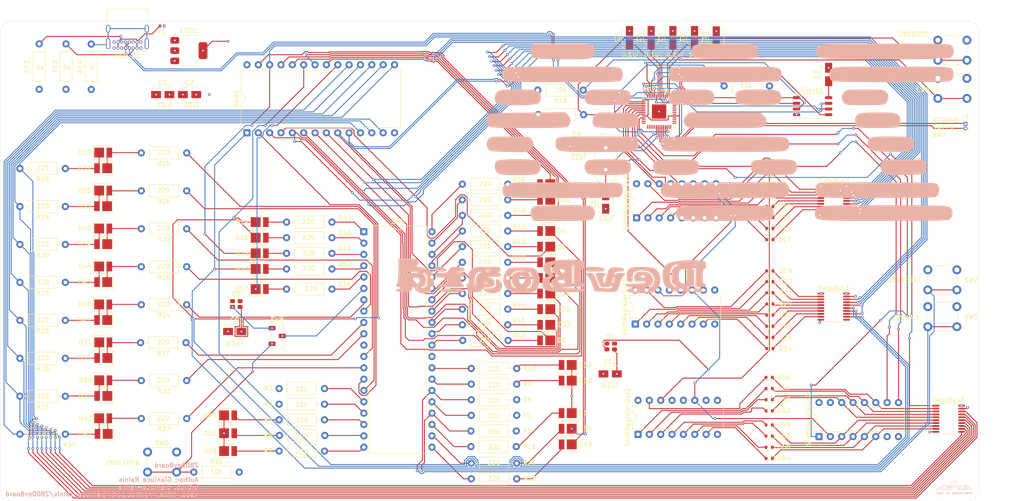
<source format=kicad_pcb>
(kicad_pcb (version 20241229) (generator "pcbnew") (generator_version "9.0")
  (title_block (title "Z80DevBoard") (date "2025-12-21") (company "Gianluca Rainis") (comment 1 "gianluca-rainis on GitHub"))
  (layers (0 "F.Cu" signal) (4 "In1.Cu" signal) (6 "In2.Cu" signal) (2 "B.Cu" signal) (13 "F.Paste" user) (15 "B.Paste" user) (5 "F.SilkS" user "F.Silkscreen") (7 "B.SilkS" user "B.Silkscreen") (1 "F.Mask" user) (3 "B.Mask" user) (25 "Edge.Cuts" user))
  (net 0 "")
  (net 1 "RAM-A14")
  (net 2 "RAM-A9")
  (net 3 "RAM-Q6")
  (net 4 "RAM-Q5")
  (net 5 "RAM-A10")
  (net 6 "RAM-A7")
  (net 7 "RAM-A5")
  (net 8 "RAM-A12")
  (net 9 "RAM-Q4")
  (net 10 "Vcc")
  (net 11 "RAM-OE")
  (net 12 "RAM-A11")
  (net 13 "RAM-Q7")
  (net 14 "RAM-A6")
  (net 15 "RAM-WE")
  (net 16 "RAM-Q0")
  (net 17 "RAM-A0")
  (net 18 "RAM-A13")
  (net 19 "RAM-A1")
  (net 20 "GND")
  (net 21 "RAM-Q3")
  (net 22 "RAM-A3")
  (net 23 "RAM-Q2")
  (net 24 "RAM-Q1")
  (net 25 "RAM-CS")
  (net 26 "RAM-A2")
  (net 27 "RAM-A4")
  (net 28 "RAM-A8")
  (net 29 "Z80-D1")
  (net 30 "Z80-D6")
  (net 31 "Z80-A10")
  (net 32 "Z80-A5")
  (net 33 "Z80-D2")
  (net 34 "Z80-NMI")
  (net 35 "Z80-A15")
  (net 36 "Z80-MREQ")
  (net 37 "Z80-RD")
  (net 38 "Z80-WAIT")
  (net 39 "Z80-BUSREQ")
  (net 40 "Z80-HALT")
  (net 41 "Z80-A11")
  (net 42 "Z80-WR")
  (net 43 "Z80-BUSACK")
  (net 44 "Z80-A8")
  (net 45 "Z80-A1")
  (net 46 "Z80-A7")
  (net 47 "Z80-A9")
  (net 48 "Z80-A0")
  (net 49 "Z80-M1")
  (net 50 "Z80-IORQ")
  (net 51 "Z80-D5")
  (net 52 "Z80-A2")
  (net 53 "Z80-A13")
  (net 54 "Z80-RESET")
  (net 55 "Z80-INT")
  (net 56 "Z80-A14")
  (net 57 "Z80-A3")
  (net 58 "Z80-D0")
  (net 59 "Z80-D7")
  (net 60 "Z80-A12")
  (net 61 "Z80-D3")
  (net 62 "Z80-D4")
  (net 63 "Z80-A6")
  (net 64 "Z80-A4")
  (net 65 "Z80-RFSH")
  (net 66 "Net-(D1-A)")
  (net 67 "Net-(D45-A)")
  (net 68 "Net-(D50-A)")
  (net 69 "Net-(D51-A)")
  (net 70 "Net-(D52-A)")
  (net 71 "Net-(D53-A)")
  (net 72 "Vdd_3v3")
  (net 73 "RP2040-DVDD")
  (net 74 "RP2040-IOVDD")
  (net 75 "RP2040-USB_VDD")
  (net 76 "RP2040-VREG_VOUT")
  (net 77 "Net-(Flash1-VCC)")
  (net 78 "Net-(D2-A)")
  (net 79 "Net-(D3-K)")
  (net 80 "Net-(D3-A)")
  (net 81 "Net-(D4-A)")
  (net 82 "Net-(D5-A)")
  (net 83 "Net-(D5-K)")
  (net 84 "Net-(D6-A)")
  (net 85 "Net-(D7-A)")
  (net 86 "Net-(D7-K)")
  (net 87 "Net-(D8-A)")
  (net 88 "Net-(D9-A)")
  (net 89 "Net-(D9-K)")
  (net 90 "Net-(D10-A)")
  (net 91 "Net-(D11-K)")
  (net 92 "Net-(D11-A)")
  (net 93 "Net-(D12-A)")
  (net 94 "Net-(D13-A)")
  (net 95 "Net-(D13-K)")
  (net 96 "Net-(D14-A)")
  (net 97 "Net-(D15-K)")
  (net 98 "Net-(D15-A)")
  (net 99 "Net-(D16-A)")
  (net 100 "Net-(D17-K)")
  (net 101 "Net-(D17-A)")
  (net 102 "Net-(D18-A)")
  (net 103 "Net-(D19-A)")
  (net 104 "Net-(D19-K)")
  (net 105 "Net-(D20-A)")
  (net 106 "Net-(D21-A)")
  (net 107 "Net-(D21-K)")
  (net 108 "Net-(D22-A)")
  (net 109 "Net-(D23-A)")
  (net 110 "Net-(D23-K)")
  (net 111 "Net-(D24-A)")
  (net 112 "Net-(D25-K)")
  (net 113 "Net-(D25-A)")
  (net 114 "Net-(D26-A)")
  (net 115 "Net-(D27-A)")
  (net 116 "Net-(D27-K)")
  (net 117 "Net-(D28-A)")
  (net 118 "Net-(D29-A)")
  (net 119 "Net-(D29-K)")
  (net 120 "Net-(D30-A)")
  (net 121 "Net-(D31-K)")
  (net 122 "Net-(D31-A)")
  (net 123 "Net-(D33-A)")
  (net 124 "Net-(D33-K)")
  (net 125 "Net-(D35-K)")
  (net 126 "Net-(D35-A)")
  (net 127 "Net-(D37-K)")
  (net 128 "Net-(D37-A)")
  (net 129 "Net-(D39-A)")
  (net 130 "Net-(D39-K)")
  (net 131 "Net-(D41-A)")
  (net 132 "Net-(D41-K)")
  (net 133 "Net-(D43-A)")
  (net 134 "Net-(D43-K)")
  (net 135 "Net-(D46-K)")
  (net 136 "Net-(D46-A)")
  (net 137 "Net-(D47-K)")
  (net 138 "Net-(D47-A)")
  (net 139 "Net-(D49-A)")
  (net 140 "Net-(D54-A)")
  (net 141 "Net-(D54-K)")
  (net 142 "Net-(D55-A)")
  (net 143 "Net-(D56-A)")
  (net 144 "Net-(D56-K)")
  (net 145 "Net-(D57-A)")
  (net 146 "Net-(D58-K)")
  (net 147 "Net-(D58-A)")
  (net 148 "Net-(D59-K)")
  (net 149 "Net-(D59-A)")
  (net 150 "Net-(D60-K)")
  (net 151 "Net-(D60-A)")
  (net 152 "Net-(D61-A)")
  (net 153 "Net-(D61-K)")
  (net 154 "Net-(D62-K)")
  (net 155 "Net-(D62-A)")
  (net 156 "Net-(D63-A)")
  (net 157 "Net-(D63-K)")
  (net 158 "Net-(D64-A)")
  (net 159 "Net-(D64-K)")
  (net 161 "RP2040-RWRAM-GPIO5-DIR")
  (net 162 "USB-C-VBUS")
  (net 163 "FLASH-DO-RP2040-QSPI_SD1")
  (net 164 "FLASH-DI-RP2040-QSPI_SD0")
  (net 165 "FLASH-CS-RP2040-QSPI_SS")
  (net 166 "USB-C-CC1")
  (net 167 "USB-C-CC2")
  (net 168 "Net-(USB_C1-SHIELD)")
  (net 169 "RP2040-Z80BOOTMODE")
  (net 170 "RP2040-RPBOOTMODE")
  (net 172 "RP2040_XIN")
  (net 173 "RP2040-SH-GPIO2-SER")
  (net 174 "RP2040-RWRAM-GPIO7-Q7")
  (net 175 "RP2040-VREG_IN")
  (net 176 "RP2040_XOUT")
  (net 178 "CLOCK_FLASH")
  (net 179 "USB-RP2040-DP")
  (net 191 "RP2040-SH-GPIO3-SER")
  (net 198 "USB-RP2040-DM")
  (net 201 "FLASH-HOLD-RESRT-RP2040-QSPI_SD3")
  (net 202 "RP2040-SH-GPIO4-RCLK")
  (net 203 "FLASH-WP-RP2040-QSPI_SD2")
  (net 205 "RP2040-SWD-PIN")
  (net 207 "RP2040-RWRAM-GPIO8-PL")
  (net 208 "RP2040-RWRAM-GPIO6-DS")
  (net 211 "Net-(ShiftRegisterOut1-SER)")
  (net 213 "RP2040-SH-GPIO3-RCLK")
  (net 214 "RP2040-SWCLK-PIN")
  (net 215 "CLOCK_Z80")
  (net 216 "Vcc-RP2040-RUN")
  (net 217 "CLOCK_BUS")
  (net 218 "Net-(O2--)")
  (net 219 "Net-(SW5-A)")
  (footprint "Capacitor_SMD:CP_Elec_3x5.3" (layer "F.Cu") (at 167 66.5)
    (property "Reference" "C8")
    (property "Value" "12pF")
  )
  (footprint "Resistor_THT:R_Axial_DIN0207_L6.3mm_D2.5mm_P10.16mm_Horizontal" (layer "F.Cu") (at 110.6695 131.283 180)
    (property "Reference" "R8")
    (property "Value" "220")
  )
  (footprint "Package_SO:TSSOP-20_4.4x6.5mm_P0.65mm" (layer "F.Cu") (at 250.2805 127.539)
    (property "Reference" "DataBus2")
    (property "Value" "SN74LVC245APW")
  )
  (footprint "Resistor_THT:R_Axial_DIN0207_L6.3mm_D2.5mm_P10.16mm_Horizontal" (layer "F.Cu") (at 143.3495 133.783)
    (property "Reference" "R11")
    (property "Value" "220")
  )
  (footprint "Resistor_THT:R_Axial_DIN0207_L6.3mm_D2.5mm_P10.16mm_Horizontal" (layer "F.Cu") (at 52.7415 53.746 90)
    (property "Reference" "R12")
    (property "Value" "5k")
  )
  (footprint "Resistor_THT:R_Axial_DIN0207_L6.3mm_D2.5mm_P10.16mm_Horizontal" (layer "F.Cu") (at 79.5925 110.5 180)
    (property "Reference" "R27")
    (property "Value" "220")
  )
  (footprint "Resistor_THT:R_Axial_DIN0207_L6.3mm_D2.5mm_P10.16mm_Horizontal" (layer "F.Cu") (at 200 53)
    (property "Reference" "R15")
    (property "Value" "10k")
  )
  (footprint "Package_DIP:DIP-16_W7.62mm" (layer "F.Cu") (at 221.2405 131.539 90)
    (property "Reference" "ShiftRegisterIn2")
    (property "Value" "74HC165")
  )
  (footprint "LED_SMD:LED_PLCC_2835" (layer "F.Cu") (at 160.1925 106.5 180)
    (property "Reference" "D22")
    (property "Value" "WRITE")
  )
  (footprint "Capacitor_SMD:CP_Elec_3x5.3" (layer "F.Cu") (at 193.38395 42.184 90)
    (property "Reference" "C6")
    (property "Value" "1uF")
  )
  (footprint "Capacitor_SMD:CP_Elec_3x5.3" (layer "F.Cu") (at 90.5 108)
    (property "Reference" "C9")
    (property "Value" "0.1uF")
  )
  (footprint "Resistor_THT:R_Axial_DIN0207_L6.3mm_D2.5mm_P10.16mm_Horizontal" (layer "F.Cu") (at 151.6725 110 180)
    (property "Reference" "R40")
    (property "Value" "220")
  )
  (footprint "Diode_SMD:D_SOD-523" (layer "F.Cu") (at 210.0915 133.928 180)
    (property "Reference" "D60")
    (property "Value" "Diode")
  )
  (footprint "Diode_SMD:D_SOD-523" (layer "F.Cu") (at 210.0915 125.783 180)
    (property "Reference" "D62")
    (property "Value" "Diode")
  )
  (footprint "LED_SMD:LED_PLCC_2835" (layer "F.Cu") (at 96.0925 90.5)
    (property "Reference" "D18")
    (property "Value" "WRITE")
  )
  (footprint "LED_SMD:LED_PLCC_2835" (layer "F.Cu") (at 165.0095 119 180)
    (property "Reference" "D52")
    (property "Value" "M1")
  )
  (footprint "LED_SMD:LED_PLCC_2835" (layer "F.Cu") (at 89.0095 126.783)
    (property "Reference" "D45")
    (property "Value" "HALT")
  )
  (footprint "LED_SMD:LED_PLCC_2835" (layer "F.Cu") (at 160.1925 89 180)
    (property "Reference" "D2")
    (property "Value" "WRITE")
  )
  (footprint "Capacitor_SMD:CP_Elec_3x5.3" (layer "F.Cu") (at 174.5 117.5)
    (property "Reference" "C12")
    (property "Value" "0.1uF")
  )
  (footprint "Package_TO_SOT_SMD:SOT-223-3_TabPin2" (layer "F.Cu") (at 80.2415 45.086)
    (property "Reference" "LDO1")
    (property "Value" "AMS1117-3.3")
  )
  (footprint "Diode_SMD:D_SOD-523" (layer "F.Cu") (at 210.2229 72.678 180)
    (property "Reference" "D5")
    (property "Value" "Diode")
  )
  (footprint "Diode_SMD:D_SOD-523" (layer "F.Cu") (at 210.2229 104.328 180)
    (property "Reference" "D23")
    (property "Value" "Diode")
  )
  (footprint "Resistor_THT:R_Axial_DIN0207_L6.3mm_D2.5mm_P10.16mm_Horizontal" (layer "F.Cu") (at 151.5925 103 180)
    (property "Reference" "R44")
    (property "Value" "220")
  )
  (footprint "Resistor_THT:R_Axial_DIN0207_L6.3mm_D2.5mm_P10.16mm_Horizontal" (layer "F.Cu") (at 102.0925 87)
    (property "Reference" "R46")
    (property "Value" "220")
  )
  (footprint "Diode_SMD:D_SOD-523" (layer "F.Cu") (at 210.0915 128.928 180)
    (property "Reference" "D59")
    (property "Value" "Diode")
  )
  (footprint "Fuse:Fuse_0402_1005Metric" (layer "F.Cu") (at 74.2415 39.586 180)
    (property "Reference" "F1")
    (property "Value" "500mA")
  )
  (footprint "LED_SMD:LED_PLCC_2835" (layer "F.Cu") (at 160.1925 75 180)
    (property "Reference" "D12")
    (property "Value" "WRITE")
  )
  (footprint "Resistor_THT:R_Axial_DIN0207_L6.3mm_D2.5mm_P10.16mm_Horizontal" (layer "F.Cu") (at 143.4295 123.283)
    (property "Reference" "R6")
    (property "Value" "10k")
  )
  (footprint "Resistor_THT:R_Axial_DIN0207_L6.3mm_D2.5mm_P10.16mm_Horizontal" (layer "F.Cu") (at 79.7525 68 180)
    (property "Reference" "R25")
    (property "Value" "220")
  )
  (footprint "Diode_SMD:D_SOD-523" (layer "F.Cu") (at 210.2229 101.828 180)
    (property "Reference" "D29")
    (property "Value" "Diode")
  )
  (footprint "LED_SMD:LED_PLCC_2835" (layer "F.Cu") (at 165.0095 129.783 180)
    (property "Reference" "D55")
    (property "Value" "WRITE")
  )
  (footprint "Resistor_THT:R_Axial_DIN0207_L6.3mm_D2.5mm_P10.16mm_Horizontal" (layer "F.Cu") (at 168.5515 59.436 180)
    (property "Reference" "R17")
    (property "Value" "10k")
  )
  (footprint "Resistor_THT:R_Axial_DIN0207_L6.3mm_D2.5mm_P10.16mm_Horizontal" (layer "F.Cu") (at 79.7525 76.5 180)
    (property "Reference" "R26")
    (property "Value" "220")
  )
  (footprint "Resistor_THT:R_Axial_DIN0207_L6.3mm_D2.5mm_P10.16mm_Horizontal" (layer "F.Cu") (at 143.4325 137.5)
    (property "Reference" "R21")
    (property "Value" "220")
  )
  (footprint "LED_SMD:LED_PLCC_2835" (layer "F.Cu") (at 61.062 76.4355)
    (property "Reference" "D36")
    (property "Value" "WRITE")
  )
  (footprint "LED_SMD:LED_PLCC_2835" (layer "F.Cu") (at 165.0095 126.283 180)
    (property "Reference" "D1")
    (property "Value" "BUSACK")
  )
  (footprint "LED_SMD:LED_PLCC_2835" (layer "F.Cu") (at 160.1925 96 180)
    (property "Reference" "D30")
    (property "Value" "WRITE")
  )
  (footprint "Package_SO:TSSOP-20_4.4x6.5mm_P0.65mm" (layer "F.Cu") (at 224.5229 78.428)
    (property "Reference" "DataBus3")
    (property "Value" "SN74LVC245APW")
  )
  (footprint "Diode_SMD:D_SOD-523" (layer "F.Cu") (at 210.2229 84.928 180)
    (property "Reference" "D15")
    (property "Value" "Diode")
  )
  (footprint "LED_SMD:LED_PLCC_2835" (layer "F.Cu") (at 89.0095 130.783)
    (property "Reference" "D51")
    (property "Value" "MREQ")
  )
  (footprint "Resistor_THT:R_Axial_DIN0207_L6.3mm_D2.5mm_P10.16mm_Horizontal" (layer "F.Cu") (at 143.4295 119.783)
    (property "Reference" "R9")
    (property "Value" "220")
  )
  (footprint "Capacitor_SMD:CP_Elec_3x5.3" (layer "F.Cu") (at 74.3915 54.936)
    (property "Reference" "C1")
    (property "Value" "10uF")
  )
  (footprint "Resistor_THT:R_Axial_DIN0207_L6.3mm_D2.5mm_P10.16mm_Horizontal" (layer "F.Cu") (at 52.5925 97 180)
    (property "Reference" "R35")
    (property "Value" "220")
  )
  (footprint "Resistor_THT:R_Axial_DIN0207_L6.3mm_D2.5mm_P10.16mm_Horizontal" (layer "F.Cu") (at 102.0925 83.5)
    (property "Reference" "R43")
    (property "Value" "220")
  )
  (footprint "Package_SO:TSSOP-20_4.4x6.5mm_P0.65mm" (layer "F.Cu") (at 224.5229 102.428)
    (property "Reference" "DataBus1")
    (property "Value" "SN74LVC245APW")
  )
  (footprint "Button_Switch_THT:SW_PUSH_6mm_H7.3mm" (layer "F.Cu") (at 245.58395 102.434)
    (property "Reference" "SW1")
    (property "Value" "WAIT")
  )
  (footprint "Resistor_THT:R_Axial_DIN0207_L6.3mm_D2.5mm_P10.16mm_Horizontal" (layer "F.Cu") (at 79.7525 93.5 180)
    (property "Reference" "R36")
    (property "Value" "220")
  )
  (footprint "Diode_SMD:D_SOD-523" (layer "F.Cu") (at 210.0915 120.783 180)
    (property "Reference" "D61")
    (property "Value" "Diode")
  )
  (footprint "LED_SMD:LED_PLCC_2835" (layer "F.Cu") (at 61.087 113.9355 180)
    (property "Reference" "D33")
    (property "Value" "READ")
  )
  (footprint "Resistor_THT:R_Axial_DIN0207_L6.3mm_D2.5mm_P10.16mm_Horizontal" (layer "F.Cu") (at 143.4295 116.283)
    (property "Reference" "R10")
    (property "Value" "220")
  )
  (footprint "Capacitor_SMD:CP_Elec_3x5.3" (layer "F.Cu") (at 188.53395 42.184 90)
    (property "Reference" "C5")
    (property "Value" "0.1uF")
  )
  (footprint "Diode_SMD:D_SOD-523" (layer "F.Cu") (at 210.2229 70.228 180)
    (property "Reference" "D3")
    (property "Value" "Diode")
  )
  (footprint "Package_DIP:DIP-16_W7.62mm" (layer "F.Cu") (at 180.4119 82.539 90)
    (property "Reference" "ShiftRegisterOut3")
    (property "Value" "74HC595")
  )
  (footprint "Diode_SMD:D_SOD-523" (layer "F.Cu") (at 210.0915 118.283 180)
    (property "Reference" "D56")
    (property "Value" "Diode")
  )
  (footprint "Resistor_THT:R_Axial_DIN0207_L6.3mm_D2.5mm_P10.16mm_Horizontal" (layer "F.Cu") (at 100.4295 120.783)
    (property "Reference" "R2")
    (property "Value" "10k")
  )
  (footprint "Capacitor_SMD:CP_Elec_3x5.3" (layer "F.Cu") (at 80.3915 54.936)
    (property "Reference" "C2")
    (property "Value" "10uF")
  )
  (footprint "Resistor_THT:R_Axial_DIN0207_L6.3mm_D2.5mm_P10.16mm_Horizontal" (layer "F.Cu") (at 110.5895 127.783 180)
    (property "Reference" "R4")
    (property "Value" "220")
  )
  (footprint "LED_SMD:LED_PLCC_2835" (layer "F.Cu") (at 61.087 118.9355)
    (property "Reference" "D38")
    (property "Value" "WRITE")
  )
  (footprint "Button_Switch_THT:SW_PUSH_6mm_H7.3mm" (layer "F.Cu") (at 245.58395 94.184)
    (property "Reference" "SW2")
    (property "Value" "RESET")
  )
  (footprint "LED_SMD:LED_PLCC_2835" (layer "F.Cu") (at 61.162 130.9355 180)
    (property "Reference" "D41")
    (property "Value" "READ")
  )
  (footprint "Resistor_THT:R_Axial_DIN0207_L6.3mm_D2.5mm_P10.16mm_Horizontal" (layer "F.Cu") (at 151.5925 106.5 180)
    (property "Reference" "R41")
    (property "Value" "220")
  )
  (footprint "Resistor_THT:R_Axial_DIN0207_L6.3mm_D2.5mm_P10.16mm_Horizontal" (layer "F.Cu") (at 79.7525 127.5 180)
    (property "Reference" "R37")
    (property "Value" "220")
  )
  (footprint "LED_SMD:LED_PLCC_2835" (layer "F.Cu") (at 89.0095 134.783)
    (property "Reference" "D50")
    (property "Value" "IORQ")
  )
  (footprint "Resistor_THT:R_Axial_DIN0207_L6.3mm_D2.5mm_P10.16mm_Horizontal" (layer "F.Cu") (at 81.34 139.5)
    (property "Reference" "R16")
    (property "Value" "10k")
  )
  (footprint "Resistor_THT:R_Axial_DIN0207_L6.3mm_D2.5mm_P10.16mm_Horizontal" (layer "F.Cu") (at 52.5925 122.5 180)
    (property "Reference" "R31")
    (property "Value" "220")
  )
  (footprint "LED_SMD:LED_PLCC_2835" (layer "F.Cu") (at 61.062 84.9355)
    (property "Reference" "D40")
    (property "Value" "WRITE")
  )
  (footprint "LED_SMD:LED_PLCC_2835" (layer "F.Cu") (at 61.062 96.9355 180)
    (property "Reference" "D43")
    (property "Value" "READ")
  )
  (footprint "LED_SMD:LED_PLCC_2835" (layer "F.Cu") (at 61.062 88.4355 180)
    (property "Reference" "D39")
    (property "Value" "READ")
  )
  (footprint "LED_SMD:LED_PLCC_2835" (layer "F.Cu") (at 160.1925 85.5 180)
    (property "Reference" "D4")
    (property "Value" "WRITE")
  )
  (footprint "Diode_SMD:D_SOD-523" (layer "F.Cu") (at 210.2229 109.328 180)
    (property "Reference" "D25")
    (property "Value" "Diode")
  )
  (footprint "Resistor_THT:R_Axial_DIN0207_L6.3mm_D2.5mm_P10.16mm_Horizontal" (layer "F.Cu") (at 52.5925 88.5 180)
    (property "Reference" "R30")
    (property "Value" "220")
  )
  (footprint "Capacitor_SMD:CP_Elec_3x5.3" (layer "F.Cu") (at 183.68395 42.184 90)
    (property "Reference" "C4")
    (property "Value" "0.1uF")
  )
  (footprint "Resistor_THT:R_Axial_DIN0207_L6.3mm_D2.5mm_P10.16mm_Horizontal" (layer "F.Cu") (at 52.5925 114 180)
    (property "Reference" "R28")
    (property "Value" "220")
  )
  (footprint "Capacitor_SMD:CP_Elec_3x5.3" (layer "F.Cu") (at 173.5 79 90)
    (property "Reference" "C11")
    (property "Value" "12pF")
  )
  (footprint "Resistor_THT:R_Axial_DIN0207_L6.3mm_D2.5mm_P10.16mm_Horizontal" (layer "F.Cu") (at 79.7525 102 180)
    (property "Reference" "R24")
    (property "Value" "220")
  )
  (footprint "Resistor_THT:R_Axial_DIN0207_L6.3mm_D2.5mm_P10.16mm_Horizontal" (layer "F.Cu") (at 151.5925 82 180)
    (property "Reference" "R48")
    (property "Value" "220")
  )
  (footprint "Connector_USB:USB_C_Receptacle_GCT_USB4085" (layer "F.Cu") (at 69.475 44.525 180)
    (property "Reference" "USB_C1")
    (property "Value" "USB_C_Receptacle_USB2.0_14P")
  )
  (footprint "Resistor_THT:R_Axial_DIN0207_L6.3mm_D2.5mm_P10.16mm_Horizontal" (layer "F.Cu") (at 52.5925 105.5 180)
    (property "Reference" "R23")
    (property "Value" "220")
  )
  (footprint "Resistor_THT:R_Axial_DIN0207_L6.3mm_D2.5mm_P10.16mm_Horizontal" (layer "F.Cu") (at 143.3495 130.283)
    (property "Reference" "R5")
    (property "Value" "10k")
  )
  (footprint "LED_SMD:LED_PLCC_2835" (layer "F.Cu") (at 160.1925 110 180)
    (property "Reference" "D8")
    (property "Value" "WRITE")
  )
  (footprint "Diode_SMD:D_SOD-523" (layer "F.Cu") (at 210.2229 94.428 180)
    (property "Reference" "D19")
    (property "Value" "Diode")
  )
  (footprint "Diode_SMD:D_SOD-523" (layer "F.Cu") (at 210.2229 99.328 180)
    (property "Reference" "D21")
    (property "Value" "Diode")
  )
  (footprint "LED_SMD:LED_PLCC_2835" (layer "F.Cu") (at 165.0095 133.283 180)
    (property "Reference" "D49")
    (property "Value" "READ")
  )
  (footprint "Connector_PinHeader_1.00mm:PinHeader_1x02_P1.00mm_Vertical" (layer "F.Cu") (at 254 61.5)
    (property "Reference" "J1")
    (property "Value" "Conn_01x02_MountingPin")
  )
  (footprint "Button_Switch_THT:SW_PUSH_6mm_H7.3mm" (layer "F.Cu") (at 247.83395 42.75)
    (property "Reference" "SW3")
    (property "Value" "Z80BOOT")
  )
  (footprint "Resistor_THT:R_Axial_DIN0207_L6.3mm_D2.5mm_P10.16mm_Horizontal" (layer "F.Cu") (at 151.5925 89 180)
    (property "Reference" "R42")
    (property "Value" "220")
  )
  (footprint "Diode_SMD:D_SOD-523" (layer "F.Cu") (at 210.2229 87.428 180)
    (property "Reference" "D17")
    (property "Value" "Diode")
  )
  (footprint "Resistor_THT:R_Axial_DIN0207_L6.3mm_D2.5mm_P10.16mm_Horizontal" (layer "F.Cu") (at 102.0925 94)
    (property "Reference" "R52")
    (property "Value" "220")
  )
  (footprint "Resistor_THT:R_Axial_DIN0207_L6.3mm_D2.5mm_P10.16mm_Horizontal" (layer "F.Cu") (at 151.5925 75 180)
    (property "Reference" "R38")
    (property "Value" "220")
  )
  (footprint "LED_SMD:LED_PLCC_2835" (layer "F.Cu") (at 61.037 79.9355 180)
    (property "Reference" "D35")
    (property "Value" "READ")
  )
  (footprint "LED_SMD:LED_PLCC_2835" (layer "F.Cu") (at 96.0925 87)
    (property "Reference" "D16")
    (property "Value" "WRITE")
  )
  (footprint "Resistor_THT:R_Axial_DIN0207_L6.3mm_D2.5mm_P10.16mm_Horizontal" (layer "F.Cu") (at 110.5895 134.783 180)
    (property "Reference" "R7")
    (property "Value" "220")
  )
  (footprint "LED_SMD:LED_PLCC_2835" (layer "F.Cu") (at 165.0095 115.5 180)
    (property "Reference" "D53")
    (property "Value" "RFSH")
  )
  (footprint "Oscillator:Oscillator_SMD_SeikoEpson_SG210-4Pin_2.5x2.0mm" (layer "F.Cu") (at 90.85 101.85)
    (property "Reference" "O2")
    (property "Value" "10KHz")
  )
  (footprint "Resistor_THT:R_Axial_DIN0207_L6.3mm_D2.5mm_P10.16mm_Horizontal" (layer "F.Cu") (at 46.7415 43.586 -90)
    (property "Reference" "R13")
    (property "Value" "5k")
  )
  (footprint "Resistor_THT:R_Axial_DIN0207_L6.3mm_D2.5mm_P10.16mm_Horizontal" (layer "F.Cu") (at 79.7525 85 180)
    (property "Reference" "R32")
    (property "Value" "220")
  )
  (footprint "Diode_SMD:D_SOD-523" (layer "F.Cu") (at 210.2229 77.578 180)
    (property "Reference" "D9")
    (property "Value" "Diode")
  )
  (footprint "LED_SMD:LED_PLCC_2835" (layer "F.Cu") (at 61.087 122.4355 180)
    (property "Reference" "D37")
    (property "Value" "READ")
  )
  (footprint "Resistor_THT:R_Axial_DIN0207_L6.3mm_D2.5mm_P10.16mm_Horizontal" (layer "F.Cu") (at 151.5925 85.5 180)
    (property "Reference" "R45")
    (property "Value" "220")
  )
  (footprint "Diode_SMD:D_SOD-523" (layer "F.Cu") (at 210.0915 131.428 180)
    (property "Reference" "D63")
    (property "Value" "Diode")
  )
  (footprint "Resistor_THT:R_Axial_DIN0207_L6.3mm_D2.5mm_P10.16mm_Horizontal" (layer "F.Cu") (at 102.0925 90.5)
    (property "Reference" "R49")
    (property "Value" "220")
  )
  (footprint "Resistor_THT:R_Axial_DIN0207_L6.3mm_D2.5mm_P10.16mm_Horizontal" (layer "F.Cu") (at 79.7525 119 180)
    (property "Reference" "R33")
    (property "Value" "220")
  )
  (footprint "Resistor_THT:R_Axial_DIN0207_L6.3mm_D2.5mm_P10.16mm_Horizontal" (layer "F.Cu") (at 52.5925 71.5 180)
    (property "Reference" "R22")
    (property "Value" "220")
  )
  (footprint "Resistor_THT:R_Axial_DIN0207_L6.3mm_D2.5mm_P10.16mm_Horizontal" (layer "F.Cu") (at 58.3915 53.786 90)
    (property "Reference" "R14")
    (property "Value" "0")
  )
  (footprint "LED_SMD:LED_PLCC_2835" (layer "F.Cu") (at 160.1925 92.5 180)
    (property "Reference" "D10")
    (property "Value" "WRITE")
  )
  (footprint "Diode_SMD:D_SOD-523" (layer "F.Cu") (at 210.0915 123.283 180)
    (property "Reference" "D58")
    (property "Value" "Diode")
  )
  (footprint "Resistor_THT:R_Axial_DIN0207_L6.3mm_D2.5mm_P10.16mm_Horizontal" (layer "F.Cu") (at 110.5895 124.283 180)
    (property "Reference" "R3")
    (property "Value" "10k")
  )
  (footprint "Diode_SMD:D_SOD-523" (layer "F.Cu") (at 210.2229 96.828 180)
    (property "Reference" "D27")
    (property "Value" "Diode")
  )
  (footprint "LED_SMD:LED_PLCC_2835" (layer "F.Cu") (at 160.1925 78.5 180)
    (property "Reference" "D24")
    (property "Value" "WRITE")
  )
  (footprint "Package_DIP:DIP-16_W7.62mm" (layer "F.Cu") (at 180.7405 131.039 90)
    (property "Reference" "ShiftRegisterOut2")
    (property "Value" "74HC595")
  )
  (footprint "Resistor_THT:R_Axial_DIN0207_L6.3mm_D2.5mm_P10.16mm_Horizontal" (layer "F.Cu") (at 52.5925 80 180)
    (property "Reference" "R29")
    (property "Value" "220")
  )
  (footprint "LED_SMD:LED_PLCC_2835" (layer "F.Cu") (at 61.062 105.4355 180)
    (property "Reference" "D47")
    (property "Value" "READ")
  )
  (footprint "Package_DIP:DIP-16_W7.62mm" (layer "F.Cu") (at 180.1319 106.344 90)
    (property "Reference" "ShiftRegisterOut1")
    (property "Value" "74HC595")
  )
  (footprint "Button_Switch_THT:SW_PUSH_6mm_H7.3mm" (layer "F.Cu") (at 247.83395 51.3)
    (property "Reference" "SW4")
    (property "Value" "RPBOOT")
  )
  (footprint "Package_DIP:DIP-28_W15.24mm" (layer "F.Cu") (at 93.2325 63.5 90)
    (property "Reference" "RAM1")
    (property "Value" "HM62256BLP")
  )
  (footprint "Package_DFN_QFN:QFN-56-1EP_7x7mm_P0.4mm_EP3.2x3.2mm" (layer "F.Cu") (at 185.454 58.736)
    (property "Reference" "RP2040_1")
    (property "Value" "RP2040")
  )
  (footprint "LED_SMD:LED_PLCC_2835" (layer "F.Cu") (at 96.0925 98.5)
    (property "Reference" "D57")
    (property "Value" "SWITCH-BLOCK")
  )
  (footprint "LED_SMD:LED_PLCC_2835" (layer "F.Cu") (at 61.062 71.4355 180)
    (property "Reference" "D31")
    (property "Value" "READ")
  )
  (footprint "LED_SMD:LED_PLCC_2835" (layer "F.Cu") (at 61.062 93.4355)
    (property "Reference" "D44")
    (property "Value" "WRITE")
  )
  (footprint "Resistor_THT:R_Axial_DIN0207_L6.3mm_D2.5mm_P10.16mm_Horizontal" (layer "F.Cu") (at 151.5925 78.5 180)
    (property "Reference" "R51")
    (property "Value" "220")
  )
  (footprint "Diode_SMD:D_SOD-523" (layer "F.Cu") (at 210.2229 82.478 180)
    (property "Reference" "D13")
    (property "Value" "Diode")
  )
  (footprint "LED_SMD:LED_PLCC_2835" (layer "F.Cu") (at 61.062 127.4355)
    (property "Reference" "D42")
    (property "Value" "WRITE")
  )
  (footprint "LED_SMD:LED_PLCC_2835" (layer "F.Cu") (at 61.087 110.4355)
    (property "Reference" "D34")
    (property "Value" "WRITE")
  )
  (footprint "Capacitor_SMD:CP_Elec_3x5.3" (layer "F.Cu") (at 178.83395 42.184 90)
    (property "Reference" "C3")
    (property "Value" "0.1uF")
  )
  (footprint "Diode_SMD:D_SOD-523" (layer "F.Cu") (at 210.0915 136.428 180)
    (property "Reference" "D64")
    (property "Value" "Diode")
  )
  (footprint "Diode_SMD:D_SOD-523" (layer "F.Cu") (at 210.2229 111.828 180)
    (property "Reference" "D54")
    (property "Value" "Diode")
  )
  (footprint "LED_SMD:LED_PLCC_2835" (layer "F.Cu") (at 61.062 101.9355)
    (property "Reference" "D48")
    (property "Value" "WRITE")
  )
  (footprint "Resistor_THT:R_Axial_DIN0207_L6.3mm_D2.5mm_P10.16mm_Horizontal" (layer "F.Cu") (at 143.4325 141)
    (property "Reference" "R20")
    (property "Value" "220")
  )
  (footprint "Crystal:Crystal_HC49-4H_Vertical" (layer "F.Cu") (at 173.5 66.87 -90)
    (property "Reference" "Y1")
    (property "Value" "Crystal")
  )
  (footprint "Capacitor_SMD:CP_Elec_3x5.3" (layer "F.Cu") (at 198.25 42.25 90)
    (property "Reference" "C10")
    (property "Value" "0.1uF")
  )
  (footprint "LED_SMD:LED_PLCC_2835" (layer "F.Cu") (at 96.0925 83.5)
    (property "Reference" "D14")
    (property "Value" "WRITE")
  )
  (footprint "Resistor_THT:R_Axial_DIN0207_L6.3mm_D2.5mm_P10.16mm_Horizontal" (layer "F.Cu") (at 151.5925 92.5 180)
    (property "Reference" "R39")
    (property "Value" "220")
  )
  (footprint "Resistor_THT:R_Axial_DIN0207_L6.3mm_D2.5mm_P10.16mm_Horizontal" (layer "F.Cu") (at 151.5925 99.5 180)
    (property "Reference" "R47")
    (property "Value" "220")
  )
  (footprint "Resistor_THT:R_Axial_DIN0207_L6.3mm_D2.5mm_P10.16mm_Horizontal" (layer "F.Cu") (at 151.5925 96 180)
    (property "Reference" "R50")
    (property "Value" "220")
  )
  (footprint "Capacitor_SMD:CP_Elec_3x5.3" (layer "F.Cu") (at 223.3915 50.436 90)
    (property "Reference" "C7")
    (property "Value" "0.1uF")
  )
  (footprint "Package_DIP:DIP-40_W15.24mm" (layer "F.Cu") (at 119.3895 85.658)
    (property "Reference" "Z80")
    (property "Value" "Z084000xP")
  )
  (footprint "Diode_SMD:D_SOD-523" (layer "F.Cu") (at 210.2229 80.028 180)
    (property "Reference" "D11")
    (property "Value" "Diode")
  )
  (footprint "Resistor_THT:R_Axial_DIN0207_L6.3mm_D2.5mm_P10.16mm_Horizontal" (layer "F.Cu") (at 153.5895 126.783 180)
    (property "Reference" "R1")
    (property "Value" "10k")
  )
  (footprint "Resistor_THT:R_Axial_DIN0207_L6.3mm_D2.5mm_P10.16mm_Horizontal" (layer "F.Cu") (at 168.4715 53.936 180)
    (property "Reference" "R18")
    (property "Value" "10k")
  )
  (footprint "Diode_SMD:D_SOD-523" (layer "F.Cu") (at 210.2229 106.828 180)
    (property "Reference" "D46")
    (property "Value" "Diode")
  )
  (footprint "Package_SO:SOIC-8_5.3x5.3mm_P1.27mm" (layer "F.Cu") (at 219.804 57.531)
    (property "Reference" "Flash1")
    (property "Value" "W25Q32JVSS")
  )
  (footprint "LED_SMD:LED_PLCC_2835" (layer "F.Cu") (at 160.1925 99.5 180)
    (property "Reference" "D28")
    (property "Value" "WRITE")
  )
  (footprint "LED_SMD:LED_PLCC_2835" (layer "F.Cu") (at 96.0925 94)
    (property "Reference" "D20")
    (property "Value" "WRITE")
  )
  (footprint "LED_SMD:LED_PLCC_2835" (layer "F.Cu") (at 61.062 67.9355)
    (property "Reference" "D32")
    (property "Value" "WRITE")
  )
  (footprint "Button_Switch_SMD:Nidec_Copal_CAS-120A" (layer "F.Cu") (at 100 109)
    (property "Reference" "SW5")
    (property "Value" "SW_Nidec_CAS-120A1")
  )
  (footprint "LED_SMD:LED_PLCC_2835" (layer "F.Cu") (at 160.1925 82 180)
    (property "Reference" "D6")
    (property "Value" "WRITE")
  )
  (footprint "Diode_SMD:D_SOD-523" (layer "F.Cu") (at 210.2229 75.128 180)
    (property "Reference" "D7")
    (property "Value" "Diode")
  )
  (footprint "Resistor_THT:R_Axial_DIN0207_L6.3mm_D2.5mm_P10.16mm_Horizontal" (layer "F.Cu") (at 52.5925 131 180)
    (property "Reference" "R34")
    (property "Value" "220")
  )
  (footprint "Oscillator:Oscillator_SMD_SeikoEpson_SG210-4Pin_2.5x2.0mm" (layer "F.Cu") (at 174.63 111.35)
    (property "Reference" "O1")
    (property "Value" "10KHz")
  )
  (footprint "Button_Switch_THT:SW_PUSH_6mm_H7.3mm" (layer "F.Cu") (at 71 135)
    (property "Reference" "SW6")
    (property "Value" "Z80_CLOCK")
  )
  (footprint "LED_SMD:LED_PLCC_2835" (layer "F.Cu") (at 160.1925 103 180)
    (property "Reference" "D26")
    (property "Value" "WRITE")
  )
  (footprint "Resistor_THT:R_Axial_DIN0207_L6.3mm_D2.5mm_P10.16mm_Horizontal" (layer "F.Cu") (at 112.2525 98.5 180)
    (property "Reference" "R19")
    (property "Value" "220")
  )
  (footprint "LOGO" (layer "B.Cu") (at 251.5 143.5 180)
    (property "Reference" "G***" (hide yes))
    (property "Value" "LOGO" (hide yes))
  )
  (footprint "LOGO" (layer "B.Cu") (at 190.079342 63.778591 180)
    (property "Reference" "G***" (hide yes))
    (property "Value" "LOGO" (hide yes))
  )
  (gr_line (start 257 41) (end 257 143.5) (stroke (width 0.05)) (layer "Edge.Cuts"))
  (gr_arc (start 38 41) (mid 38.732233 39.232233) (end 40.5 38.5) (stroke (width 0.05)) (layer "Edge.Cuts"))
  (gr_arc (start 257 143.5) (mid 256.267767 145.267767) (end 254.5 146) (stroke (width 0.05)) (layer "Edge.Cuts"))
  (gr_line (start 38 143.5) (end 38 41) (stroke (width 0.05)) (layer "Edge.Cuts"))
  (gr_line (start 254.5 146) (end 40.5 146) (stroke (width 0.05)) (layer "Edge.Cuts"))
  (gr_arc (start 254.5 38.5) (mid 256.267767 39.232233) (end 257 41) (stroke (width 0.05)) (layer "Edge.Cuts"))
  (gr_line (start 40.5 38.5) (end 254.5 38.5) (stroke (width 0.05)) (layer "Edge.Cuts"))
  (gr_arc (start 40.5 146) (mid 38.732233 145.267767) (end 38 143.5) (stroke (width 0.05)) (layer "Edge.Cuts"))
  (gr_text "220" (at 145 96.5 0) (layer "F.SilkS") (effects (font (size 1 1)) (justify left bottom)))
  (gr_text "220" (at 105.5 84 0) (layer "F.SilkS") (effects (font (size 1 1)) (justify left bottom)))
  (gr_text "220" (at 104 132 0) (layer "F.SilkS") (effects (font (size 1 1)) (justify left bottom)))
  (gr_text "Z80WAIT" (at 237.5 105.5 0) (layer "F.SilkS") (effects (font (size 1 1)) (justify left bottom)))
  (gr_text "220" (at 145 82.5 0) (layer "F.SilkS") (effects (font (size 1 1)) (justify left bottom)))
  (gr_text "220" (at 73 111 0) (layer "F.SilkS") (effects (font (size 1 1)) (justify left bottom)))
  (gr_text "10k" (at 162 54.5 0) (layer "F.SilkS") (effects (font (size 1 1)) (justify left bottom)))
  (gr_text "Z80RESET" (at 236.5 97 0) (layer "F.SilkS") (effects (font (size 1 1)) (justify left bottom)))
  (gr_text "220" (at 46 131.5 0) (layer "F.SilkS") (effects (font (size 1 1)) (justify left bottom)))
  (gr_text "10k" (at 104 121.5 0) (layer "F.SilkS") (effects (font (size 1 1)) (justify left bottom)))
  (gr_text "10uF" (at 79 58 0) (layer "F.SilkS") (effects (font (size 1 1)) (justify left bottom)))
  (gr_text "10k" (at 147 127.5 0) (layer "F.SilkS") (effects (font (size 1 1)) (justify left bottom)))
  (gr_text "10k" (at 147 124 0) (layer "F.SilkS") (effects (font (size 1 1)) (justify left bottom)))
  (gr_text "12pF" (at 165.6085 69.564 0) (layer "F.SilkS") (effects (font (size 1 1)) (justify left bottom)))
  (gr_text "220" (at 147 138 0) (layer "F.SilkS") (effects (font (size 1 1)) (justify left bottom)))
  (gr_text "220" (at 73 128 0) (layer "F.SilkS") (effects (font (size 1 1)) (justify left bottom)))
  (gr_text "220" (at 46 123 0) (layer "F.SilkS") (effects (font (size 1 1)) (justify left bottom)))
  (gr_text "5k" (at 46 49.5 0) (layer "F.SilkS") (effects (font (size 1 1)) (justify left bottom)))
  (gr_text "10k" (at 85 140 0) (layer "F.SilkS") (effects (font (size 1 1)) (justify left bottom)))
  (gr_text "220" (at 145 79 0) (layer "F.SilkS") (effects (font (size 1 1)) (justify left bottom)))
  (gr_text "0.1uF" (at 88.36 111.31 0) (layer "F.SilkS") (effects (font (size 1 1)) (justify left bottom)))
  (gr_text "220" (at 145 93 0) (layer "F.SilkS") (effects (font (size 1 1)) (justify left bottom)))
  (gr_text "220" (at 145 103.5 0) (layer "F.SilkS") (effects (font (size 1 1)) (justify left bottom)))
  (gr_text "220" (at 106 99 0) (layer "F.SilkS") (effects (font (size 1 1)) (justify left bottom)))
  (gr_text "220" (at 145 107 0) (layer "F.SilkS") (effects (font (size 1 1)) (justify left bottom)))
  (gr_text "220" (at 46 89 0) (layer "F.SilkS") (effects (font (size 1 1)) (justify left bottom)))
  (gr_text "220" (at 147 117 0) (layer "F.SilkS") (effects (font (size 1 1)) (justify left bottom)))
  (gr_text "10k" (at 203.5 53.5 0) (layer "F.SilkS") (effects (font (size 1 1)) (justify left bottom)))
  (gr_text "RP2040BOOT" (at 236.5 52.066 0) (layer "F.SilkS") (effects (font (size 1 1)) (justify left bottom)))
  (gr_text "10k" (at 104 125 0) (layer "F.SilkS") (effects (font (size 1 1)) (justify left bottom)))
  (gr_text "220" (at 145 75.5 0) (layer "F.SilkS") (effects (font (size 1 1)) (justify left bottom)))
  (gr_text "0.1uF" (at 182 46.5 0) (layer "F.SilkS") (effects (font (size 1 1)) (justify left bottom)))
  (gr_text "220" (at 73 94 0) (layer "F.SilkS") (effects (font (size 1 1)) (justify left bottom)))
  (gr_text "0" (at 58 49.5 0) (layer "F.SilkS") (effects (font (size 1 1)) (justify left bottom)))
  (gr_text "0.1uF" (at 177 46.5 0) (layer "F.SilkS") (effects (font (size 1 1)) (justify left bottom)))
  (gr_text "220" (at 145 89.5 0) (layer "F.SilkS") (effects (font (size 1 1)) (justify left bottom)))
  (gr_text "220" (at 147 141.5 0) (layer "F.SilkS") (effects (font (size 1 1)) (justify left bottom)))
  (gr_text "220" (at 73 102.5 0) (layer "F.SilkS") (effects (font (size 1 1)) (justify left bottom)))
  (gr_text "220" (at 105.5 91 0) (layer "F.SilkS") (effects (font (size 1 1)) (justify left bottom)))
  (gr_text "0.1uF" (at 172.37 120.76 0) (layer "F.SilkS") (effects (font (size 1 1)) (justify left bottom)))
  (gr_text "220" (at 73 68.5 0) (layer "F.SilkS") (effects (font (size 1 1)) (justify left bottom)))
  (gr_text "12pF" (at 171.75 83.25 0) (layer "F.SilkS") (effects (font (size 1 1)) (justify left bottom)))
  (gr_text "10k" (at 162 60 0) (layer "F.SilkS") (effects (font (size 1 1)) (justify left bottom)))
  (gr_text "220" (at 73 85.5 0) (layer "F.SilkS") (effects (font (size 1 1)) (justify left bottom)))
  (gr_text "220" (at 46 106 0) (layer "F.SilkS") (effects (font (size 1 1)) (justify left bottom)))
  (gr_text "220" (at 145 110.5 0) (layer "F.SilkS") (effects (font (size 1 1)) (justify left bottom)))
  (gr_text "10uF" (at 73 58 0) (layer "F.SilkS") (effects (font (size 1 1)) (justify left bottom)))
  (gr_text "0.1uF" (at 187 46.5 0) (layer "F.SilkS") (effects (font (size 1 1)) (justify left bottom)))
  (gr_text "220" (at 46 114.5 0) (layer "F.SilkS") (effects (font (size 1 1)) (justify left bottom)))
  (gr_text "0.1uF" (at 196 46.5 0) (layer "F.SilkS") (effects (font (size 1 1)) (justify left bottom)))
  (gr_text "Z80CLOCK" (at 61.5 138 0) (layer "F.SilkS") (effects (font (size 1 1)) (justify left bottom)))
  (gr_text "220" (at 105.5 87.5 0) (layer "F.SilkS") (effects (font (size 1 1)) (justify left bottom)))
  (gr_text "Z80BOOT" (at 239 42 0) (layer "F.SilkS") (effects (font (size 1 1)) (justify left bottom)))
  (gr_text "220" (at 147 120.5 0) (layer "F.SilkS") (effects (font (size 1 1)) (justify left bottom)))
  (gr_text "220" (at 46 80.5 0) (layer "F.SilkS") (effects (font (size 1 1)) (justify left bottom)))
  (gr_text "220" (at 104 135.5 0) (layer "F.SilkS") (effects (font (size 1 1)) (justify left bottom)))
  (gr_text "220" (at 145 86 0) (layer "F.SilkS") (effects (font (size 1 1)) (justify left bottom)))
  (gr_text "220" (at 46 97.5 0) (layer "F.SilkS") (effects (font (size 1 1)) (justify left bottom)))
  (gr_text "220" (at 73 77 0) (layer "F.SilkS") (effects (font (size 1 1)) (justify left bottom)))
  (gr_text "1uF" (at 192 46.5 0) (layer "F.SilkS") (effects (font (size 1 1)) (justify left bottom)))
  (gr_text "220" (at 46 72 0) (layer "F.SilkS") (effects (font (size 1 1)) (justify left bottom)))
  (gr_text "220" (at 73 119.5 0) (layer "F.SilkS") (effects (font (size 1 1)) (justify left bottom)))
  (gr_text "220" (at 104 128.5 0) (layer "F.SilkS") (effects (font (size 1 1)) (justify left bottom)))
  (gr_text "5k" (at 52 49.5 0) (layer "F.SilkS") (effects (font (size 1 1)) (justify left bottom)))
  (gr_text "220" (at 147 134.5 0) (layer "F.SilkS") (effects (font (size 1 1)) (justify left bottom)))
  (gr_text "220" (at 105.5 94.5 0) (layer "F.SilkS") (effects (font (size 1 1)) (justify left bottom)))
  (gr_text "220" (at 145 100 0) (layer "F.SilkS") (effects (font (size 1 1)) (justify left bottom)))
  (gr_text "RP2040\nSWCLK\nSWD" (at 246.5 64.5 0) (layer "F.SilkS") (effects (font (size 1 1)) (justify left bottom)))
  (gr_text "10k" (at 147 131 0) (layer "F.SilkS") (effects (font (size 1 1)) (justify left bottom)))
  (gr_text "0.1uF" (at 225.5 51 0) (layer "F.SilkS") (effects (font (size 1 1)) (justify left bottom)))
  (gr_text "Z80DevBoard\n\nAuthor: Gianluca Rainis\nGitHub: gianluca-rainis\nRepo: https://github.com/gianluca-rainis/Z80DevBoard" (at 82.5 145 0) (layer "B.SilkS") (effects (font (size 1 1) (thickness 0.2) (bold yes)) (justify left bottom mirror)))
  (segment (start 227.418403 104.736003) (end 227.3854 104.703) (width 0.2) (layer "F.Cu") (net 1))
  (segment (start 230.890076 104.736003) (end 227.418403 104.736003) (width 0.2) (layer "F.Cu") (net 1))
  (segment (start 95.1925 94) (end 86 94) (width 0.2) (layer "F.Cu") (net 1))
  (segment (start 230.890081 104.735998) (end 230.890076 104.736003) (width 0.2) (layer "F.Cu") (net 1))
  (via (at 86 94) (size 0.6) (drill 0.3) (layers "F.Cu" "B.Cu") (net 1))
  (via (at 230.890081 104.735998) (size 0.6) (drill 0.3) (layers "F.Cu" "B.Cu") (net 1))
  (segment (start 80.97845 113.443) (end 106.13645 138.601) (width 0.2) (layer "B.Cu") (net 1))
  (segment (start 132.582893 138.6) (end 132.583893 138.601) (width 0.2) (layer "B.Cu") (net 1))
  (segment (start 230.8915 104.995303) (end 230.8915 104.737417) (width 0.2) (layer "B.Cu") (net 1))
  (segment (start 241.401 115.504803) (end 230.8915 104.995303) (width 0.2) (layer "B.Cu") (net 1))
  (segment (start 132.084007 138.601) (end 132.085007 138.6) (width 0.2) (layer "B.Cu") (net 1))
  (segment (start 132.583893 138.601) (end 234.7648 138.601) (width 0.2) (layer "B.Cu") (net 1))
  (segment (start 132.085007 138.6) (end 132.582893 138.6) (width 0.2) (layer "B.Cu") (net 1))
  (segment (start 93.2325 63.5) (end 86 70.7325) (width 0.2) (layer "B.Cu") (net 1))
  (segment (start 106.13645 138.601) (end 132.084007 138.601) (width 0.2) (layer "B.Cu") (net 1))
  (segment (start 86 70.7325) (end 86 94) (width 0.2) (layer "B.Cu") (net 1))
  (segment (start 80.77845 105.432943) (end 80.97845 105.632943) (width 0.2) (layer "B.Cu") (net 1))
  (segment (start 230.8915 104.737417) (end 230.890081 104.735998) (width 0.2) (layer "B.Cu") (net 1))
  (segment (start 86 94) (end 81 99) (width 0.2) (layer "B.Cu") (net 1))
  (segment (start 241.401 131.9648) (end 241.401 115.504803) (width 0.2) (layer "B.Cu") (net 1))
  (segment (start 80.77845 104.935057) (end 80.77845 105.432943) (width 0.2) (layer "B.Cu") (net 1))
  (segment (start 80.97845 105.632943) (end 80.97845 113.443) (width 0.2) (layer "B.Cu") (net 1))
  (segment (start 81 104.713507) (end 80.77845 104.935057) (width 0.2) (layer "B.Cu") (net 1))
  (segment (start 81 99) (end 81 104.713507) (width 0.2) (layer "B.Cu") (net 1))
  (segment (start 234.7648 138.601) (end 241.401 131.9648) (width 0.2) (layer "B.Cu") (net 1))
  (segment (start 135.8275 47) (end 133.6935 47) (width 0.2) (layer "F.Cu") (net 2))
  (segment (start 112.1064 46.599) (end 111.7054 47) (width 0.2) (layer "F.Cu") (net 2))
  (segment (start 133.6935 47) (end 133.6935 46.851057) (width 0.2) (layer "F.Cu") (net 2))
  (segment (start 162.4935 77.099) (end 162.4935 73.599) (width 0.2) (layer "F.Cu") (net 2))
  (segment (start 133.341443 46.499) (end 132.843557 46.499) (width 0.2) (layer "F.Cu") (net 2))
  (segment (start 227.3854 101.453) (end 229.8745 101.453) (width 0.2) (layer "F.Cu") (net 2))
  (segment (start 229.8745 101.453) (end 229.8915 101.436) (width 0.2) (layer "F.Cu") (net 2))
  (segment (start 135.8945 47) (end 135.8275 47) (width 0.2) (layer "F.Cu") (net 2))
  (segment (start 132.743557 46.599) (end 112.1064 46.599) (width 0.2) (layer "F.Cu") (net 2))
  (segment (start 162.4935 73.599) (end 135.8945 47) (width 0.2) (layer "F.Cu") (net 2))
  (segment (start 111.7054 47) (end 104.6525 47) (width 0.2) (layer "F.Cu") (net 2))
  (segment (start 161.0925 78.5) (end 162.4935 77.099) (width 0.2) (layer "F.Cu") (net 2))
  (segment (start 104.6525 47) (end 103.3925 48.26) (width 0.2) (layer "F.Cu") (net 2))
  (segment (start 133.6935 46.851057) (end 133.341443 46.499) (width 0.2) (layer "F.Cu") (net 2))
  (segment (start 132.843557 46.499) (end 132.743557 46.599) (width 0.2) (layer "F.Cu") (net 2))
  (via (at 134.93201 47) (size 0.6) (drill 0.3) (layers "F.Cu" "B.Cu") (net 2))
  (via (at 229.8915 101.436) (size 0.6) (drill 0.3) (layers "F.Cu" "B.Cu") (net 2))
  (segment (start 229.8915 101.436) (end 230.172931 101.436) (width 0.2) (layer "B.Cu") (net 2))
  (segment (start 244.594 55.08005) (end 232.34595 42.832) (width 0.2) (layer "B.Cu") (net 2))
  (segment (start 230.276756 101.400687) (end 244.594 87.083443) (width 0.2) (layer "B.Cu") (net 2))
  (segment (start 230.172931 101.436) (end 230.208244 101.400687) (width 0.2) (layer "B.Cu") (net 2))
  (segment (start 139.1009 42.832) (end 134.9329 47) (width 0.2) (layer "B.Cu") (net 2))
  (segment (start 232.34595 42.832) (end 139.1009 42.832) (width 0.2) (layer "B.Cu") (net 2))
  (segment (start 244.594 87.083443) (end 244.594 55.08005) (width 0.2) (layer "B.Cu") (net 2))
  (segment (start 134.9329 47) (end 134.93201 47) (width 0.2) (layer "B.Cu") (net 2))
  (segment (start 230.208244 101.400687) (end 230.276756 101.400687) (width 0.2) (layer "B.Cu") (net 2))
  (segment (start 253.80037 129.814) (end 254.1815 130.19513) (width 0.2) (layer "F.Cu") (net 3))
  (segment (start 254.1815 130.19513) (end 254.1815 130.73287) (width 0.2) (layer "F.Cu") (net 3))
  (segment (start 253.143 129.814) (end 253.80037 129.814) (width 0.2) (layer "F.Cu") (net 3))
  (segment (start 50.33395 135.184) (end 50.33395 134.184) (width 0.2) (layer "F.Cu") (net 3))
  (segment (start 58.05295 142.903) (end 50.33395 135.184) (width 0.2) (layer "F.Cu") (net 3))
  (segment (start 242.01137 142.903) (end 58.05295 142.903) (width 0.2) (layer "F.Cu") (net 3))
  (segment (start 50.33395 131.734) (end 50.33395 130.234) (width 0.2) (layer "F.Cu") (net 3))
  (segment (start 254.1815 130.73287) (end 242.01137 142.903) (width 0.2) (layer "F.Cu") (net 3))
  (via (at 50.33395 131.684) (size 0.6) (drill 0.3) (layers "F.Cu" "B.Cu") (net 3))
  (via (at 50.33395 130.184) (size 0.6) (drill 0.3) (layers "F.Cu" "B.Cu") (net 3))
  (via (at 50.33395 134.184) (size 0.6) (drill 0.3) (layers "F.Cu" "B.Cu") (net 3))
  (segment (start 49.085007 130.6) (end 49.582893 130.6) (width 0.2) (layer "B.Cu") (net 3))
  (segment (start 50.33395 134.184) (end 50.33395 131.684) (width 0.2) (layer "B.Cu") (net 3))
  (segment (start 39.2925 119.36) (end 39.2925 70.1021) (width 0.2) (layer "B.Cu") (net 3))
  (segment (start 42.4325 122.5) (end 39.2925 119.36) (width 0.2) (layer "B.Cu") (net 3))
  (segment (start 49.597893 130.585) (end 49.93295 130.585) (width 0.2) (layer "B.Cu") (net 3))
  (segment (start 50.5576 58.837) (end 108.0555 58.837) (width 0.2) (layer "B.Cu") (net 3))
  (segment (start 39.2925 70.1021) (end 50.5576 58.837) (width 0.2) (layer "B.Cu") (net 3))
  (segment (start 44.73495 130.585) (end 49.070007 130.585) (width 0.2) (layer "B.Cu") (net 3))
  (segment (start 49.93295 130.585) (end 50.33395 130.184) (width 0.2) (layer "B.Cu") (net 3))
  (segment (start 49.070007 130.585) (end 49.085007 130.6) (width 0.2) (layer "B.Cu") (net 3))
  (segment (start 42.4325 128.28255) (end 44.73495 130.585) (width 0.2) (layer "B.Cu") (net 3))
  (segment (start 42.4325 122.5) (end 42.4325 128.28255) (width 0.2) (layer "B.Cu") (net 3))
  (segment (start 108.0555 58.837) (end 118.6325 48.26) (width 0.2) (layer "B.Cu") (net 3))
  (segment (start 49.582893 130.6) (end 49.597893 130.585) (width 0.2) (layer "B.Cu") (net 3))
  (segment (start 253.143 129.164) (end 253.880499 129.164) (width 0.2) (layer "F.Cu") (net 4))
  (segment (start 57.45395 143.304) (end 49.33395 135.184) (width 0.2) (layer "F.Cu") (net 4))
  (segment (start 49.33395 135.184) (end 49.33395 134.184) (width 0.2) (layer "F.Cu") (net 4))
  (segment (start 253.880499 129.164) (end 254.5825 129.866001) (width 0.2) (layer "F.Cu") (net 4))
  (segment (start 242.17747 143.304) (end 57.45395 143.304) (width 0.2) (layer "F.Cu") (net 4))
  (segment (start 254.5825 130.89897) (end 242.17747 143.304) (width 0.2) (layer "F.Cu") (net 4))
  (segment (start 254.5825 129.866001) (end 254.5825 130.89897) (width 0.2) (layer "F.Cu") (net 4))
  (segment (start 49.33395 131.734) (end 49.33395 130.049) (width 0.2) (layer "F.Cu") (net 4))
  (via (at 49.33395 131.684) (size 0.6) (drill 0.3) (layers "F.Cu" "B.Cu") (net 4))
  (via (at 49.33395 129.999) (size 0.6) (drill 0.3) (layers "F.Cu" "B.Cu") (net 4))
  (via (at 49.33395 134.184) (size 0.6) (drill 0.3) (layers "F.Cu" "B.Cu") (net 4))
  (segment (start 43.33395 123.1556) (end 43.33395 128.6169) (width 0.2) (layer "B.Cu") (net 4))
  (segment (start 49.14895 130.184) (end 49.33395 129.999) (width 0.2) (layer "B.Cu") (net 4))
  (segment (start 42.4325 114) (end 39.6935 111.261) (width 0.2) (layer "B.Cu") (net 4))
  (segment (start 43.5335 122.04395) (end 43.5335 122.95605) (width 0.2) (layer "B.Cu") (net 4))
  (segment (start 50.7237 59.238) (end 110.1945 59.238) (width 0.2) (layer "B.Cu") (net 4))
  (segment (start 39.6935 70.2682) (end 50.7237 59.238) (width 0.2) (layer "B.Cu") (net 4))
  (segment (start 43.33395 121.8444) (end 43.5335 122.04395) (width 0.2) (layer "B.Cu") (net 4))
  (segment (start 44.90105 130.184) (end 49.14895 130.184) (width 0.2) (layer "B.Cu") (net 4))
  (segment (start 43.33395 128.6169) (end 44.90105 130.184) (width 0.2) (layer "B.Cu") (net 4))
  (segment (start 42.4325 114) (end 43.33395 114.90145) (width 0.2) (layer "B.Cu") (net 4))
  (segment (start 43.5335 122.95605) (end 43.33395 123.1556) (width 0.2) (layer "B.Cu") (net 4))
  (segment (start 49.33395 134.184) (end 49.33395 131.684) (width 0.2) (layer "B.Cu") (net 4))
  (segment (start 39.6935 111.261) (end 39.6935 70.2682) (width 0.2) (layer "B.Cu") (net 4))
  (segment (start 43.33395 114.90145) (end 43.33395 121.8444) (width 0.2) (layer "B.Cu") (net 4))
  (segment (start 110.1945 59.238) (end 121.1725 48.26) (width 0.2) (layer "B.Cu") (net 4))
  (segment (start 133.0925 47.1) (end 132.9925 47) (width 0.2) (layer "F.Cu") (net 5))
  (segment (start 227.3854 102.103) (end 230.355874 102.103) (width 0.2) (layer "F.Cu") (net 5))
  (segment (start 230.355874 102.103) (end 230.457187 102.001687) (width 0.2) (layer "F.Cu") (net 5))
  (segment (start 133.5274 47.401) (end 133.2925 47.1661) (width 0.2) (layer "F.Cu") (net 5))
  (segment (start 133.2925 47.1) (end 133.0925 47.1) (width 0.2) (layer "F.Cu") (net 5))
  (segment (start 135.7284 47.401) (end 135.380953 47.401) (width 0.2) (layer "F.Cu") (net 5))
  (segment (start 134.683067 47.601) (end 134.483067 47.401) (width 0.2) (layer "F.Cu") (net 5))
  (segment (start 161.0925 72.7651) (end 135.7284 47.401) (width 0.2) (layer "F.Cu") (net 5))
  (segment (start 132.9925 47) (end 112.2725 47) (width 0.2) (layer "F.Cu") (net 5))
  (segment (start 133.2925 47.1661) (end 133.2925 47.1) (width 0.2) (layer "F.Cu") (net 5))
  (segment (start 112.2725 47) (end 111.0125 48.26) (width 0.2) (layer "F.Cu") (net 5))
  (segment (start 135.180953 47.601) (end 134.683067 47.601) (width 0.2) (layer "F.Cu") (net 5))
  (segment (start 134.483067 47.401) (end 133.5274 47.401) (width 0.2) (layer "F.Cu") (net 5))
  (segment (start 135.380953 47.401) (end 135.180953 47.601) (width 0.2) (layer "F.Cu") (net 5))
  (segment (start 161.0925 75) (end 161.0925 72.7651) (width 0.2) (layer "F.Cu") (net 5))
  (via (at 133.0925 47.1) (size 0.6) (drill 0.3) (layers "F.Cu" "B.Cu") (net 5))
  (via (at 230.457187 102.001687) (size 0.6) (drill 0.3) (layers "F.Cu" "B.Cu") (net 5))
  (segment (start 230.457187 102.001687) (end 230.457187 101.787356) (width 0.2) (layer "B.Cu") (net 5))
  (segment (start 232.51205 42.431) (end 138.9348 42.431) (width 0.2) (layer "B.Cu") (net 5))
  (segment (start 230.457187 101.787356) (end 244.995 87.249543) (width 0.2) (layer "B.Cu") (net 5))
  (segment (start 244.995 87.249543) (end 244.995 54.91395) (width 0.2) (layer "B.Cu") (net 5))
  (segment (start 138.9348 42.431) (end 135.8658 45.5) (width 0.2) (layer "B.Cu") (net 5))
  (segment (start 135.8658 45.5) (end 134.6925 45.5) (width 0.2) (layer "B.Cu") (net 5))
  (segment (start 244.995 54.91395) (end 232.51205 42.431) (width 0.2) (layer "B.Cu") (net 5))
  (segment (start 134.6925 45.5) (end 133.0925 47.1) (width 0.2) (layer "B.Cu") (net 5))
  (segment (start 98.3125 63.5) (end 99.4135 64.601) (width 0.2) (layer "F.Cu") (net 6))
  (segment (start 118.268715 76.971828) (end 118.855672 77.558785) (width 0.2) (layer "F.Cu") (net 6))
  (segment (start 149 45.5) (end 150.5 44) (width 0.2) (layer "F.Cu") (net 6))
  (segment (start 127.6725 86.3742) (end 127.6725 110.73805) (width 0.2) (layer "F.Cu") (net 6))
  (segment (start 99.4135 64.601) (end 104.90935 64.601) (width 0.2) (layer "F.Cu") (net 6))
  (segment (start 127.6725 110.73805) (end 128.93445 112) (width 0.2) (layer "F.Cu") (net 6))
  (segment (start 104.90935 64.601) (end 105.31035 65.002) (width 0.2) (layer "F.Cu") (net 6))
  (segment (start 106.3333 65.035) (end 118.268715 76.970415) (width 0.2) (layer "F.Cu") (net 6))
  (segment (start 148.1054 113.5) (end 168.1125 113.5) (width 0.2) (layer "F.Cu") (net 6))
  (segment (start 134.17345 112.159) (end 146.7644 112.159) (width 0.2) (layer "F.Cu") (net 6))
  (segment (start 118.855672 77.558785) (end 118.857085 77.558785) (width 0.2) (layer "F.Cu") (net 6))
  (segment (start 105.535 65.035) (end 106.3333 65.035) (width 0.2) (layer "F.Cu") (net 6))
  (segment (start 120.64915 79.35085) (end 127.6725 86.3742) (width 0.2) (layer "F.Cu") (net 6))
  (segment (start 105.502 65.002) (end 105.535 65.035) (width 0.2) (layer "F.Cu") (net 6))
  (segment (start 134.01445 112) (end 134.17345 112.159) (width 0.2) (layer "F.Cu") (net 6))
  (segment (start 118.268715 76.970415) (end 118.268715 76.971828) (width 0.2) (layer "F.Cu") (net 6))
  (segment (start 128.93445 112) (end 134.01445 112) (width 0.2) (layer "F.Cu") (net 6))
  (segment (start 120.508435 79.491565) (end 120.64915 79.35085) (width 0.2) (layer "F.Cu") (net 6))
  (segment (start 168.1125 92.52) (end 161.0925 85.5) (width 0.2) (layer "F.Cu") (net 6))
  (segment (start 168.1125 113.5) (end 168.1125 92.52) (width 0.2) (layer "F.Cu") (net 6))
  (segment (start 147.064 45.5) (end 149 45.5) (width 0.2) (layer "F.Cu") (net 6))
  (segment (start 118.857085 77.558785) (end 120.64915 79.35085) (width 0.2) (layer "F.Cu") (net 6))
  (segment (start 227.3854 81.353) (end 230.3085 81.353) (width 0.2) (layer "F.Cu") (net 6))
  (segment (start 147 45.436) (end 147.064 45.5) (width 0.2) (layer "F.Cu") (net 6))
  (segment (start 105.31035 65.002) (end 105.502 65.002) (width 0.2) (layer "F.Cu") (net 6))
  (segment (start 146.7644 112.159) (end 148.1054 113.5) (width 0.2) (layer "F.Cu") (net 6))
  (segment (start 230.3085 81.353) (end 230.3915 81.436) (width 0.2) (layer "F.Cu") (net 6))
  (via (at 120.508435 79.491565) (size 0.6) (drill 0.3) (layers "F.Cu" "B.Cu") (net 6))
  (via (at 230.3915 81.436) (size 0.6) (drill 0.3) (layers "F.Cu" "B.Cu") (net 6))
  (via (at 150.5 44) (size 0.6) (drill 0.3) (layers "F.Cu" "B.Cu") (net 6))
  (via (at 147 45.436) (size 0.6) (drill 0.3) (layers "F.Cu" "B.Cu") (net 6))
  (segment (start 231.119273 80.509571) (end 231.119273 80.792414) (width 0.2) (layer "B.Cu") (net 6))
  (segment (start 128.491365 79.836135) (end 129.3475 78.98) (width 0.2) (layer "B.Cu") (net 6))
  (segment (start 151.006543 43.634) (end 232.01375 43.634) (width 0.2) (layer "B.Cu") (net 6))
  (segment (start 154.4975 52.356557) (end 147.576943 45.436) (width 0.2) (layer "B.Cu") (net 6))
  (segment (start 230.475687 81.436) (end 230.3915 81.436) (width 0.2) (layer "B.Cu") (net 6))
  (segment (start 120.508435 79.491565) (end 120.853005 79.836135) (width 0.2) (layer "B.Cu") (net 6))
  (segment (start 150.5 44) (end 150.640543 44) (width 0.2) (layer "B.Cu") (net 6))
  (segment (start 132.692386 76.386944) (end 132.659193 76.353751) (width 0.2) (layer "B.Cu") (net 6))
  (segment (start 120.853005 79.836135) (end 128.491365 79.836135) (width 0.2) (layer "B.Cu") (net 6))
  (segment (start 129.3475 78.98) (end 130.8475 78.98) (width 0.2) (layer "B.Cu") (net 6))
  (segment (start 132.659193 76.353751) (end 154.4975 54.515443) (width 0.2) (layer "B.Cu") (net 6))
  (segment (start 232.01375 43.634) (end 243.792 55.41225) (width 0.2) (layer "B.Cu") (net 6))
  (segment (start 231.119273 80.792414) (end 230.475687 81.436) (width 0.2) (layer "B.Cu") (net 6))
  (segment (start 147.576943 45.436) (end 147 45.436) (width 0.2) (layer "B.Cu") (net 6))
  (segment (start 154.4975 54.515443) (end 154.4975 52.356557) (width 0.2) (layer "B.Cu") (net 6))
  (segment (start 150.640543 44) (end 151.006543 43.634) (width 0.2) (layer "B.Cu") (net 6))
  (segment (start 132.692386 77.135114) (end 132.692386 76.386944) (width 0.2) (layer "B.Cu") (net 6))
  (segment (start 243.792 67.836844) (end 231.119273 80.509571) (width 0.2) (layer "B.Cu") (net 6))
  (segment (start 243.792 55.41225) (end 243.792 67.836844) (width 0.2) (layer "B.Cu") (net 6))
  (segment (start 130.8475 78.98) (end 132.692386 77.135114) (width 0.2) (layer "B.Cu") (net 6))
  (segment (start 128.3705 102.97735) (end 128.3705 104.95025) (width 0.2) (layer "F.Cu") (net 7))
  (segment (start 167.7115 99.119) (end 161.0925 92.5) (width 0.2) (layer "F.Cu") (net 7))
  (segment (start 132.6725 110) (end 133.0535 109.619) (width 0.2) (layer "F.Cu") (net 7))
  (segment (start 118.669715 76.804315) (end 118.669715 76.805728) (width 0.2) (layer "F.Cu") (net 7))
  (segment (start 116.8915 76.936) (end 105.3915 65.436) (width 0.2) (layer "F.Cu") (net 7))
  (segment (start 167.2065 113.005) (end 167.7115 112.5) (width 0.2) (layer "F.Cu") (net 7))
  (segment (start 105.6681 64.601) (end 105.7011 64.634) (width 0.2) (layer "F.Cu") (net 7))
  (segment (start 128.6725 105.25225) (end 128.6725 109.19805) (width 0.2) (layer "F.Cu") (net 7))
  (segment (start 119.021772 77.157785) (end 119.023185 77.157785) (width 0.2) (layer "F.Cu") (net 7))
  (segment (start 135.80555 108.899) (end 144.0715 108.899) (width 0.2) (layer "F.Cu") (net 7))
  (segment (start 227.3854 80.053) (end 229.881191 80.053) (width 0.2) (layer "F.Cu") (net 7))
  (segment (start 128.3705 104.95025) (end 128.6725 105.25225) (width 0.2) (layer "F.Cu") (net 7))
  (segment (start 119.023185 77.157785) (end 128.0735 86.2081) (width 0.2) (layer "F.Cu") (net 7))
  (segment (start 128.0735 88.118) (end 128.1675 88.212) (width 0.2) (layer "F.Cu") (net 7))
  (segment (start 135.08555 109.619) (end 135.80555 108.899) (width 0.2) (layer "F.Cu") (net 7))
  (segment (start 229.881191 80.053) (end 229.908039 80.026152) (width 0.2) (layer "F.Cu") (net 7))
  (segment (start 105.3915 65.436) (end 103.8915 65.436) (width 0.2) (layer "F.Cu") (net 7))
  (segment (start 103.3925 63.5) (end 104.37545 63.5) (width 0.2) (layer "F.Cu") (net 7))
  (segment (start 105.7011 64.634) (end 106.4994 64.634) (width 0.2) (layer "F.Cu") (net 7))
  (segment (start 106.4994 64.634) (end 118.669715 76.804315) (width 0.2) (layer "F.Cu") (net 7))
  (segment (start 128.6725 109.19805) (end 129.47445 110) (width 0.2) (layer "F.Cu") (net 7))
  (segment (start 128.1675 102.77435) (end 128.3705 102.97735) (width 0.2) (layer "F.Cu") (net 7))
  (segment (start 105.47645 64.601) (end 105.6681 64.601) (width 0.2) (layer "F.Cu") (net 7))
  (segment (start 167.7115 112.5) (end 167.7115 99.119) (width 0.2) (layer "F.Cu") (net 7))
  (segment (start 128.0735 86.2081) (end 128.0735 88.118) (width 0.2) (layer "F.Cu") (net 7))
  (segment (start 150 47.5) (end 148.064 47.5) (width 0.2) (layer "F.Cu") (net 7))
  (segment (start 133.0535 109.619) (end 135.08555 109.619) (width 0.2) (layer "F.Cu") (net 7))
  (segment (start 151.5 46) (end 150 47.5) (width 0.2) (layer "F.Cu") (net 7))
  (segment (start 148.064 47.5) (end 148 47.436) (width 0.2) (layer "F.Cu") (net 7))
  (segment (start 104.37545 63.5) (end 105.47645 64.601) (width 0.2) (layer "F.Cu") (net 7))
  (segment (start 128.1675 88.212) (end 128.1675 102.77435) (width 0.2) (layer "F.Cu") (net 7))
  (segment (start 118.669715 76.805728) (end 119.021772 77.157785) (width 0.2) (layer "F.Cu") (net 7))
  (segment (start 129.47445 110) (end 132.6725 110) (width 0.2) (layer "F.Cu") (net 7))
  (segment (start 148.1775 113.005) (end 167.2065 113.005) (width 0.2) (layer "F.Cu") (net 7))
  (segment (start 144.0715 108.899) (end 148.1775 113.005) (width 0.2) (layer "F.Cu") (net 7))
  (via (at 103.8915 65.436) (size 0.6) (drill 0.3) (layers "F.Cu" "B.Cu") (net 7))
  (via (at 229.908039 80.026152) (size 0.6) (drill 0.3) (layers "F.Cu" "B.Cu") (net 7))
  (via (at 151.5 46) (size 0.6) (drill 0.3) (layers "F.Cu" "B.Cu") (net 7))
  (via (at 148 47.436) (size 0.6) (drill 0.3) (layers "F.Cu" "B.Cu") (net 7))
  (via (at 116.8915 76.936) (size 0.6) (drill 0.3) (layers "F.Cu" "B.Cu") (net 7))
  (segment (start 230.552173 79.942471) (end 230.26933 79.942471) (width 0.2) (layer "B.Cu") (net 7))
  (segment (start 151.5 46) (end 153.064 44.436) (width 0.2) (layer "B.Cu") (net 7))
  (segment (start 230.185649 80.026152) (end 229.908039 80.026152) (width 0.2) (layer "B.Cu") (net 7))
  (segment (start 230.26933 79.942471) (end 230.185649 80.026152) (width 0.2) (layer "B.Cu") (net 7))
  (segment (start 153.6955 52.688757) (end 153.6955 54.183243) (width 0.2) (layer "B.Cu") (net 7))
  (segment (start 103.8915 65.436) (end 103.8915 63.999) (width 0.2) (layer "B.Cu") (net 7))
  (segment (start 148 47.436) (end 148.442743 47.436) (width 0.2) (layer "B.Cu") (net 7))
  (segment (start 242.99 55.74445) (end 242.99 67.504644) (width 0.2) (layer "B.Cu") (net 7))
  (segment (start 148.442743 47.436) (end 153.6955 52.688757) (width 0.2) (layer "B.Cu") (net 7))
  (segment (start 153.6955 54.183243) (end 129.299743 78.579) (width 0.2) (layer "B.Cu") (net 7))
  (segment (start 103.8915 63.999) (end 103.3925 63.5) (width 0.2) (layer "B.Cu") (net 7))
  (segment (start 118.5345 78.579) (end 116.8915 76.936) (width 0.2) (layer "B.Cu") (net 7))
  (segment (start 153.064 44.436) (end 231.68155 44.436) (width 0.2) (layer "B.Cu") (net 7))
  (segment (start 242.99 67.504644) (end 230.552173 79.942471) (width 0.2) (layer "B.Cu") (net 7))
  (segment (start 231.68155 44.436) (end 242.99 55.74445) (width 0.2) (layer "B.Cu") (net 7))
  (segment (start 129.299743 78.579) (end 118.5345 78.579) (width 0.2) (layer "B.Cu") (net 7))
  (segment (start 93.401 109.101) (end 93.401 106.899) (width 0.2) (layer "F.Cu") (net 8))
  (segment (start 81.37945 105.184) (end 76.6725 100.47705) (width 0.2) (layer "F.Cu") (net 8))
  (segment (start 227.4184 103.436) (end 227.3854 103.403) (width 0.2) (layer "F.Cu") (net 8))
  (segment (start 92.401 105.184) (end 117.5 105.184) (width 0.2) (layer "F.Cu") (net 8))
  (segment (start 77.6725 83) (end 91.1925 83) (width 0.2) (layer "F.Cu") (net 8))
  (segment (start 118.3196 79.58) (end 111.8525 79.58) (width 0.2) (layer "F.Cu") (net 8))
  (segment (start 91.1925 83) (end 95.1925 87) (width 0.2) (layer "F.Cu") (net 8))
  (segment (start 90.599 109.101) (end 93.401 109.101) (width 0.2) (layer "F.Cu") (net 8))
  (segment (start 76.6725 84) (end 77.6725 83) (width 0.2) (layer "F.Cu") (net 8))
  (segment (start 229.5 103.436) (end 227.4184 103.436) (width 0.2) (layer "F.Cu") (net 8))
  (segment (start 111.8525 79.58) (end 95.7725 63.5) (width 0.2) (layer "F.Cu") (net 8))
  (segment (start 92.401 106.899) (end 92.401 105.184) (width 0.2) (layer "F.Cu") (net 8))
  (segment (start 122.6945 105) (end 122.5 104.8055) (width 0.2) (layer "F.Cu") (net 8))
  (segment (start 90.599 106.899) (end 90.599 109.101) (width 0.2) (layer "F.Cu") (net 8))
  (segment (start 122.5 83.7604) (end 118.3196 79.58) (width 0.2) (layer "F.Cu") (net 8))
  (segment (start 93.401 106.899) (end 92.401 106.899) (width 0.2) (layer "F.Cu") (net 8))
  (segment (start 81.37945 105.184) (end 91.599 105.184) (width 0.2) (layer "F.Cu") (net 8))
  (segment (start 91.599 106.899) (end 90.599 106.899) (width 0.2) (layer "F.Cu") (net 8))
  (segment (start 91.599 105.184) (end 91.599 106.899) (width 0.2) (layer "F.Cu") (net 8))
  (segment (start 76.6725 100.47705) (end 76.6725 84) (width 0.2) (layer "F.Cu") (net 8))
  (segment (start 122.5 104.8055) (end 122.5 83.7604) (width 0.2) (layer "F.Cu") (net 8))
  (via (at 117.5 105.184) (size 0.6) (drill 0.3) (layers "F.Cu" "B.Cu") (net 8))
  (via (at 81.37945 105.184) (size 0.6) (drill 0.3) (layers "F.Cu" "B.Cu") (net 8))
  (via (at 122.6945 105) (size 0.6) (drill 0.3) (layers "F.Cu" "B.Cu") (net 8))
  (via (at 229.5 103.436) (size 0.6) (drill 0.3) (layers "F.Cu" "B.Cu") (net 8))
  (segment (start 241 115.670903) (end 230.6661 105.337003) (width 0.2) (layer "B.Cu") (net 8))
  (segment (start 131.917907 138.2) (end 131.918907 138.199) (width 0.2) (layer "B.Cu") (net 8))
  (segment (start 144.28955 138.2) (end 152.73545 138.2) (width 0.2) (layer "B.Cu") (net 8))
  (segment (start 152.4915 137.04395) (end 153.13645 136.399) (width 0.2) (layer "B.Cu") (net 8))
  (segment (start 230.0556 104.750046) (end 229.817146 104.750046) (width 0.2) (layer "B.Cu") (net 8))
  (segment (start 131.918907 138.199) (end 132.748993 138.199) (width 0.2) (layer "B.Cu") (net 8))
  (segment (start 143.88855 136.399) (end 144.5335 137.04395) (width 0.2) (layer "B.Cu") (net 8))
  (segment (start 142.3315 137.95605) (end 142.3315 137.04395) (width 0.2) (layer "B.Cu") (net 8))
  (segment (start 109.28945 138.2) (end 131.917907 138.2) (width 0.2) (layer "B.Cu") (net 8))
  (segment (start 81.37945 105.184) (end 81.37945 110.29) (width 0.2) (layer "B.Cu") (net 8))
  (segment (start 122.6945 105) (end 122.5715 104.877) (width 0.2) (layer "B.Cu") (net 8))
  (segment (start 81.37945 110.29) (end 109.28945 138.2) (width 0.2) (layer "B.Cu") (net 8))
  (segment (start 153.13645 136.399) (end 154.04855 136.399) (width 0.2) (layer "B.Cu") (net 8))
  (segment (start 229.817146 104.750046) (end 229.5 104.4329) (width 0.2) (layer "B.Cu") (net 8))
  (segment (start 144.5335 137.04395) (end 144.5335 137.95605) (width 0.2) (layer "B.Cu") (net 8))
  (segment (start 144.5335 137.95605) (end 144.28955 138.2) (width 0.2) (layer "B.Cu") (net 8))
  (segment (start 230.642557 105.337003) (end 230.0556 104.750046) (width 0.2) (layer "B.Cu") (net 8))
  (segment (start 154.44955 138.2) (end 234.5987 138.2) (width 0.2) (layer "B.Cu") (net 8))
  (segment (start 154.6935 137.95605) (end 154.44955 138.2) (width 0.2) (layer "B.Cu") (net 8))
  (segment (start 154.6935 137.04395) (end 154.6935 137.95605) (width 0.2) (layer "B.Cu") (net 8))
  (segment (start 234.5987 138.2) (end 241 131.7987) (width 0.2) (layer "B.Cu") (net 8))
  (segment (start 142.57545 138.2) (end 142.3315 137.95605) (width 0.2) (layer "B.Cu") (net 8))
  (segment (start 152.4915 137.95605) (end 152.4915 137.04395) (width 0.2) (layer "B.Cu") (net 8))
  (segment (start 142.3315 137.04395) (end 142.97645 136.399) (width 0.2) (layer "B.Cu") (net 8))
  (segment (start 142.97645 136.399) (end 143.88855 136.399) (width 0.2) (layer "B.Cu") (net 8))
  (segment (start 154.04855 136.399) (end 154.6935 137.04395) (width 0.2) (layer "B.Cu") (net 8))
  (segment (start 132.748993 138.199) (end 132.749993 138.2) (width 0.2) (layer "B.Cu") (net 8))
  (segment (start 241 131.7987) (end 241 115.670903) (width 0.2) (layer "B.Cu") (net 8))
  (segment (start 229.5 104.4329) (end 229.5 103.436) (width 0.2) (layer "B.Cu") (net 8))
  (segment (start 117.807 104.877) (end 117.5 105.184) (width 0.2) (layer "B.Cu") (net 8))
  (segment (start 132.749993 138.2) (end 142.57545 138.2) (width 0.2) (layer "B.Cu") (net 8))
  (segment (start 152.73545 138.2) (end 152.4915 137.95605) (width 0.2) (layer "B.Cu") (net 8))
  (segment (start 230.6661 105.337003) (end 230.642557 105.337003) (width 0.2) (layer "B.Cu") (net 8))
  (segment (start 122.5715 104.877) (end 117.807 104.877) (width 0.2) (layer "B.Cu") (net 8))
  (segment (start 253.880499 128.514) (end 254.9835 129.617001) (width 0.2) (layer "F.Cu") (net 9))
  (segment (start 254.9835 131.06507) (end 242.34357 143.705) (width 0.2) (layer "F.Cu") (net 9))
  (segment (start 48.33395 135.184) (end 48.33395 134.184) (width 0.2) (layer "F.Cu") (net 9))
  (segment (start 242.34357 143.705) (end 56.85495 143.705) (width 0.2) (layer "F.Cu") (net 9))
  (segment (start 56.85495 143.705) (end 48.33395 135.184) (width 0.2) (layer "F.Cu") (net 9))
  (segment (start 48.33395 131.734) (end 48.33395 129.634) (width 0.2) (layer "F.Cu") (net 9))
  (segment (start 254.9835 129.617001) (end 254.9835 131.06507) (width 0.2) (layer "F.Cu") (net 9))
  (segment (start 253.143 128.514) (end 253.880499 128.514) (width 0.2) (layer "F.Cu") (net 9))
  (via (at 48.33395 129.584) (size 0.6) (drill 0.3) (layers "F.Cu" "B.Cu") (net 9))
  (via (at 48.33395 131.684) (size 0.6) (drill 0.3) (layers "F.Cu" "B.Cu") (net 9))
  (via (at 48.33395 134.184) (size 0.6) (drill 0.3) (layers "F.Cu" "B.Cu") (net 9))
  (segment (start 48.33395 134.184) (end 48.33395 131.684) (width 0.2) (layer "B.Cu") (net 9))
  (segment (start 45.06715 129.783) (end 48.13495 129.783) (width 0.2) (layer "B.Cu") (net 9))
  (segment (start 43.9345 121.87785) (end 43.9345 123.12215) (width 0.2) (layer "B.Cu") (net 9))
  (segment (start 43.83395 128.5498) (end 45.06715 129.783) (width 0.2) (layer "B.Cu") (net 9))
  (segment (start 42.4325 105.5) (end 43.83395 106.90145) (width 0.2) (layer "B.Cu") (net 9))
  (segment (start 110.3606 59.639) (end 110.3656 59.634) (width 0.2) (layer "B.Cu") (net 9))
  (segment (start 48.13495 129.783) (end 48.33395 129.584) (width 0.2) (layer "B.Cu") (net 9))
  (segment (start 42.4325 105.5) (end 40.0945 103.162) (width 0.2) (layer "B.Cu") (net 9))
  (segment (start 43.9345 123.12215) (end 43.83395 123.2227) (width 0.2) (layer "B.Cu") (net 9))
  (segment (start 40.0945 70.4343) (end 50.8898 59.639) (width 0.2) (layer "B.Cu") (net 9))
  (segment (start 43.83395 106.90145) (end 43.83395 121.7773) (width 0.2) (layer "B.Cu") (net 9))
  (segment (start 43.83395 121.7773) (end 43.9345 121.87785) (width 0.2) (layer "B.Cu") (net 9))
  (segment (start 110.3656 59.634) (end 112.3385 59.634) (width 0.2) (layer "B.Cu") (net 9))
  (segment (start 50.8898 59.639) (end 110.3606 59.639) (width 0.2) (layer "B.Cu") (net 9))
  (segment (start 40.0945 103.162) (end 40.0945 70.4343) (width 0.2) (layer "B.Cu") (net 9))
  (segment (start 112.3385 59.634) (end 123.7125 48.26) (width 0.2) (layer "B.Cu") (net 9))
  (segment (start 43.83395 123.2227) (end 43.83395 128.5498) (width 0.2) (layer "B.Cu") (net 9))
  (segment (start 119.3895 111.058) (end 119.2345 111.058) (width 0.2) (layer "F.Cu") (net 10))
  (segment (start 153.5895 130.203) (end 153.5095 130.283) (width 0.2) (layer "F.Cu") (net 10))
  (segment (start 119.2345 111.058) (end 119.0095 111.283) (width 0.2) (layer "F.Cu") (net 10))
  (via (at 74.7265 39.586) (size 0.6) (drill 0.3) (layers "F.Cu" "B.Cu") (net 10))
  (via (at 227.3854 75.453) (size 0.6) (drill 0.3) (layers "F.Cu" "B.Cu") (net 10))
  (via (at 253.143 124.564) (size 0.6) (drill 0.3) (layers "F.Cu" "B.Cu") (net 10))
  (via (at 75.8915 54.936) (size 0.6) (drill 0.3) (layers "F.Cu" "B.Cu") (net 10))
  (via (at 221.6604 75.453) (size 0.6) (drill 0.3) (layers "F.Cu" "B.Cu") (net 10))
  (via (at 227.3854 99.453) (size 0.6) (drill 0.3) (layers "F.Cu" "B.Cu") (net 10))
  (via (at 223.3915 48.936) (size 0.6) (drill 0.3) (layers "F.Cu" "B.Cu") (net 10))
  (via (at 221.6604 99.453) (size 0.6) (drill 0.3) (layers "F.Cu" "B.Cu") (net 10))
  (via (at 77.0915 47.386) (size 0.6) (drill 0.3) (layers "F.Cu" "B.Cu") (net 10))
  (segment (start 153.5895 126.783) (end 153.5895 127.134) (width 0.2) (layer "B.Cu") (net 10))
  (segment (start 153.5895 127.134) (end 153.5095 127.214) (width 0.2) (layer "B.Cu") (net 10))
  (segment (start 106.5 45.9) (end 106.6 46) (width 0.2) (layer "F.Cu") (net 11))
  (segment (start 136.53114 45.941235) (end 136.534208 45.941235) (width 0.2) (layer "F.Cu") (net 11))
  (segment (start 134.516967 45.998) (end 135.347053 45.998) (width 0.2) (layer "F.Cu") (net 11))
  (segment (start 106.6 46) (end 111.5712 46) (width 0.2) (layer "F.Cu") (net 11))
  (segment (start 135.448053 46.099) (end 135.873487 46.099) (width 0.2) (layer "F.Cu") (net 11))
  (segment (start 132.411357 45.797) (end 132.511357 45.697) (width 0.2) (layer "F.Cu") (net 11))
  (segment (start 133.976643 46) (end 134.074457 46) (width 0.2) (layer "F.Cu") (net 11))
  (segment (start 111.7742 45.797) (end 132.411357 45.797) (width 0.2) (layer "F.Cu") (net 11))
  (segment (start 134.074457 46) (end 134.173457 46.099) (width 0.2) (layer "F.Cu") (net 11))
  (segment (start 133.673643 45.697) (end 133.976643 46) (width 0.2) (layer "F.Cu") (net 11))
  (segment (start 168.5135 78.4848) (end 168.5135 130.660307) (width 0.2) (layer "F.Cu") (net 11))
  (segment (start 136.592973 46) (end 136.592973 46.003068) (width 0.2) (layer "F.Cu") (net 11))
  (segment (start 168.5135 130.660307) (end 168.413309 130.760498) (width 0.2) (layer "F.Cu") (net 11))
  (segment (start 136.850537 46.821837) (end 168.5135 78.4848) (width 0.2) (layer "F.Cu") (net 11))
  (segment (start 132.511357 45.697) (end 133.673643 45.697) (width 0.2) (layer "F.Cu") (net 11))
  (segment (start 168.413309 130.779191) (end 165.9095 133.283) (width 0.2) (layer "F.Cu") (net 11))
  (segment (start 134.173457 46.099) (end 134.415967 46.099) (width 0.2) (layer "F.Cu") (net 11))
  (segment (start 134.415967 46.099) (end 134.516967 45.998) (width 0.2) (layer "F.Cu") (net 11))
  (segment (start 136.592973 46.003068) (end 136.882196 46.292291) (width 0.2) (layer "F.Cu") (net 11))
  (segment (start 168.413309 130.760498) (end 168.413309 130.779191) (width 0.2) (layer "F.Cu") (net 11))
  (segment (start 136.530139 45.940234) (end 136.53114 45.941235) (width 0.2) (layer "F.Cu") (net 11))
  (segment (start 135.347053 45.998) (end 135.448053 46.099) (width 0.2) (layer "F.Cu") (net 11))
  (segment (start 136.032253 45.940234) (end 136.530139 45.940234) (width 0.2) (layer "F.Cu") (net 11))
  (segment (start 135.873487 46.099) (end 136.032253 45.940234) (width 0.2) (layer "F.Cu") (net 11))
  (segment (start 136.882196 46.790177) (end 136.850537 46.821837) (width 0.2) (layer "F.Cu") (net 11))
  (segment (start 136.882196 46.292291) (end 136.882196 46.790177) (width 0.2) (layer "F.Cu") (net 11))
  (segment (start 111.5712 46) (end 111.7742 45.797) (width 0.2) (layer "F.Cu") (net 11))
  (segment (start 136.534208 45.941235) (end 136.592973 46) (width 0.2) (layer "F.Cu") (net 11))
  (via (at 106.5 45.9) (size 0.6) (drill 0.3) (layers "F.Cu" "B.Cu") (net 11))
  (segment (start 106.5 46.2875) (end 108.4725 48.26) (width 0.2) (layer "B.Cu") (net 11))
  (segment (start 106.5 45.9) (end 106.5 46.2875) (width 0.2) (layer "B.Cu") (net 11))
  (segment (start 105.9325 53.24445) (end 105.9325 48.26) (width 0.2) (layer "F.Cu") (net 12))
  (segment (start 90.33395 82.4) (end 90.53295 82.599) (width 0.2) (layer "F.Cu") (net 12))
  (segment (start 91.3586 82.599) (end 92.2596 83.5) (width 0.2) (layer "F.Cu") (net 12))
  (segment (start 97.33395 61.843) (end 105.9325 53.24445) (width 0.2) (layer "F.Cu") (net 12))
  (segment (start 90.53295 82.599) (end 91.3586 82.599) (width 0.2) (layer "F.Cu") (net 12))
  (segment (start 92.2596 83.5) (end 95.1925 83.5) (width 0.2) (layer "F.Cu") (net 12))
  (segment (start 229 102.703) (end 228.95 102.753) (width 0.2) (layer "F.Cu") (net 12))
  (segment (start 228.95 102.753) (end 227.3854 102.753) (width 0.2) (layer "F.Cu") (net 12))
  (via (at 229 102.703) (size 0.6) (drill 0.3) (layers "F.Cu" "B.Cu") (net 12))
  (via (at 90.33395 82.4) (size 0.6) (drill 0.3) (layers "F.Cu" "B.Cu") (net 12))
  (via (at 97.33395 61.843) (size 0.6) (drill 0.3) (layers "F.Cu" "B.Cu") (net 12))
  (segment (start 228.899 103.684943) (end 229 103.785943) (width 0.2) (layer "B.Cu") (net 12))
  (segment (start 152.0905 137.799) (end 144.9345 137.799) (width 0.2) (layer "B.Cu") (net 12))
  (segment (start 229.651046 105.151046) (end 229.8895 105.151046) (width 0.2) (layer "B.Cu") (net 12))
  (segment (start 229 104.5) (end 229.651046 105.151046) (width 0.2) (layer "B.Cu") (net 12))
  (segment (start 229.8895 105.151046) (end 230.476457 105.738003) (width 0.2) (layer "B.Cu") (net 12))
  (segment (start 230.5 105.738003) (end 240.599 115.837003) (width 0.2) (layer "B.Cu") (net 12))
  (segment (start 152.0905 136.87785) (end 152.0905 137.799) (width 0.2) (layer "B.Cu") (net 12))
  (segment (start 142.81035 135.998) (end 141.9305 136.87785) (width 0.2) (layer "B.Cu") (net 12))
  (segment (start 229 103.785943) (end 229 104.5) (width 0.2) (layer "B.Cu") (net 12))
  (segment (start 94.540456 78.193494) (end 94.540456 63.174994) (width 0.2) (layer "B.Cu") (net 12))
  (segment (start 152.97035 135.998) (end 152.0905 136.87785) (width 0.2) (layer "B.Cu") (net 12))
  (segment (start 229 102.703) (end 228.899 102.804) (width 0.2) (layer "B.Cu") (net 12))
  (segment (start 234.4326 137.799) (end 155.0945 137.799) (width 0.2) (layer "B.Cu") (net 12))
  (segment (start 131.751807 137.799) (end 112.00255 137.799) (width 0.2) (layer "B.Cu") (net 12))
  (segment (start 112.00255 137.799) (end 87 112.79645) (width 0.2) (layer "B.Cu") (net 12))
  (segment (start 154.21465 135.998) (end 152.97035 135.998) (width 0.2) (layer "B.Cu") (net 12))
  (segment (start 95.87245 61.843) (end 97.33395 61.843) (width 0.2) (layer "B.Cu") (net 12))
  (segment (start 230.476457 105.738003) (end 230.5 105.738003) (width 0.2) (layer "B.Cu") (net 12))
  (segment (start 87 85.73395) (end 90.33395 82.4) (width 0.2) (layer "B.Cu") (net 12))
  (segment (start 155.0945 136.87785) (end 154.21465 135.998) (width 0.2) (layer "B.Cu") (net 12))
  (segment (start 144.9345 137.799) (end 144.9345 136.87785) (width 0.2) (layer "B.Cu") (net 12))
  (segment (start 94.540456 63.174994) (end 95.87245 61.843) (width 0.2) (layer "B.Cu") (net 12))
  (segment (start 132.915093 137.798) (end 131.752807 137.798) (width 0.2) (layer "B.Cu") (net 12))
  (segment (start 90.33395 82.4) (end 94.540456 78.193494) (width 0.2) (layer "B.Cu") (net 12))
  (segment (start 131.752807 137.798) (end 131.751807 137.799) (width 0.2) (layer "B.Cu") (net 12))
  (segment (start 141.9305 136.87785) (end 141.9305 137.799) (width 0.2) (layer "B.Cu") (net 12))
  (segment (start 144.9345 136.87785) (end 144.05465 135.998) (width 0.2) (layer "B.Cu") (net 12))
  (segment (start 155.0945 137.799) (end 155.0945 136.87785) (width 0.2) (layer "B.Cu") (net 12))
  (segment (start 141.9305 137.799) (end 132.916093 137.799) (width 0.2) (layer "B.Cu") (net 12))
  (segment (start 240.599 131.6326) (end 234.4326 137.799) (width 0.2) (layer "B.Cu") (net 12))
  (segment (start 240.599 115.837003) (end 240.599 131.6326) (width 0.2) (layer "B.Cu") (net 12))
  (segment (start 87 112.79645) (end 87 85.73395) (width 0.2) (layer "B.Cu") (net 12))
  (segment (start 228.899 102.804) (end 228.899 103.684943) (width 0.2) (layer "B.Cu") (net 12))
  (segment (start 132.916093 137.799) (end 132.915093 137.798) (width 0.2) (layer "B.Cu") (net 12))
  (segment (start 144.05465 135.998) (end 142.81035 135.998) (width 0.2) (layer "B.Cu") (net 12))
  (segment (start 253.143 131.20427) (end 253.143 130.464) (width 0.2) (layer "F.Cu") (net 13))
  (segment (start 51.33395 135.184) (end 58.65195 142.502) (width 0.2) (layer "F.Cu") (net 13))
  (segment (start 58.65195 142.502) (end 241.84527 142.502) (width 0.2) (layer "F.Cu") (net 13))
  (segment (start 241.84527 142.502) (end 253.143 131.20427) (width 0.2) (layer "F.Cu") (net 13))
  (segment (start 51.33395 134.184) (end 51.33395 135.184) (width 0.2) (layer "F.Cu") (net 13))
  (via (at 51.33395 134.184) (size 0.6) (drill 0.3) (layers "F.Cu" "B.Cu") (net 13))
  (via (at 51.33395 131.684) (size 0.6) (drill 0.3) (layers "F.Cu" "B.Cu") (net 13))
  (segment (start 51.33395 134.184) (end 51.33395 131.684) (width 0.2) (layer "B.Cu") (net 13))
  (segment (start 50.64995 131) (end 51.33395 131.684) (width 0.2) (layer "B.Cu") (net 13))
  (segment (start 50.3915 58.436) (end 105.9165 58.436) (width 0.2) (layer "B.Cu") (net 13))
  (segment (start 42.4325 131) (end 40.9555 131) (width 0.2) (layer "B.Cu") (net 13))
  (segment (start 38.8915 128.936) (end 38.8915 69.936) (width 0.2) (layer "B.Cu") (net 13))
  (segment (start 38.8915 69.936) (end 50.3915 58.436) (width 0.2) (layer "B.Cu") (net 13))
  (segment (start 42.4325 131) (end 50.64995 131) (width 0.2) (layer "B.Cu") (net 13))
  (segment (start 40.9555 131) (end 38.8915 128.936) (width 0.2) (layer "B.Cu") (net 13))
  (segment (start 105.9165 58.436) (end 116.0925 48.26) (width 0.2) (layer "B.Cu") (net 13))
  (segment (start 139.9305 78.44495) (end 139.9305 82.25205) (width 0.2) (layer "F.Cu") (net 14))
  (segment (start 140.97645 77.399) (end 139.9305 78.44495) (width 0.2) (layer "F.Cu") (net 14))
  (segment (start 133.5285 86.45205) (end 133.5285 80.29105) (width 0.2) (layer "F.Cu") (net 14))
  (segment (start 142.5335 78.04395) (end 141.88855 77.399) (width 0.2) (layer "F.Cu") (net 14))
  (segment (start 227.3854 80.703) (end 230.358744 80.703) (width 0.2) (layer "F.Cu") (net 14))
  (segment (start 133.5285 80.29105) (end 132.782475 79.545025) (width 0.2) (layer "F.Cu") (net 14))
  (segment (start 130.982361 77.744912) (end 132.782475 79.545025) (width 0.2) (layer "F.Cu") (net 14))
  (segment (start 151.74855 91.099) (end 142.5335 81.88395) (width 0.2) (layer "F.Cu") (net 14))
  (segment (start 139.9305 82.25205) (end 135.08555 87.097) (width 0.2) (layer "F.Cu") (net 14))
  (segment (start 147.564 46.5) (end 149.5 46.5) (width 0.2) (layer "F.Cu") (net 14))
  (segment (start 116.54855 62.399) (end 101.9535 62.399) (width 0.2) (layer "F.Cu") (net 14))
  (segment (start 132.782475 79.545025) (end 117.1935 63.95605) (width 0.2) (layer "F.Cu") (net 14))
  (segment (start 141.88855 77.399) (end 140.97645 77.399) (width 0.2) (layer "F.Cu") (net 14))
  (segment (start 147.5 46.436) (end 147.564 46.5) (width 0.2) (layer "F.Cu") (net 14))
  (segment (start 142.5335 81.88395) (end 142.5335 78.04395) (width 0.2) (layer "F.Cu") (net 14))
  (segment (start 101.9535 62.399) (end 100.8525 63.5) (width 0.2) (layer "F.Cu") (net 14))
  (segment (start 230.358744 80.703) (end 230.518273 80.543471) (width 0.2) (layer "F.Cu") (net 14))
  (segment (start 158.9935 91.099) (end 151.74855 91.099) (width 0.2) (layer "F.Cu") (net 14))
  (segment (start 134.17345 87.097) (end 133.5285 86.45205) (width 0.2) (layer "F.Cu") (net 14))
  (segment (start 161.0925 89) (end 158.9935 91.099) (width 0.2) (layer "F.Cu") (net 14))
  (segment (start 117.1935 63.04395) (end 116.54855 62.399) (width 0.2) (layer "F.Cu") (net 14))
  (segment (start 135.08555 87.097) (end 134.17345 87.097) (width 0.2) (layer "F.Cu") (net 14))
  (segment (start 149.5 46.5) (end 151 45) (width 0.2) (layer "F.Cu") (net 14))
  (segment (start 117.1935 63.95605) (end 117.1935 63.04395) (width 0.2) (layer "F.Cu") (net 14))
  (via (at 147.5 46.436) (size 0.6) (drill 0.3) (layers "F.Cu" "B.Cu") (net 14))
  (via (at 130.982361 77.744912) (size 0.6) (drill 0.3) (layers "F.Cu" "B.Cu") (net 14))
  (via (at 151 45) (size 0.6) (drill 0.3) (layers "F.Cu" "B.Cu") (net 14))
  (via (at 230.518273 80.543471) (size 0.6) (drill 0.3) (layers "F.Cu" "B.Cu") (net 14))
  (segment (start 148.009843 46.436) (end 154.0965 52.522657) (width 0.2) (layer "B.Cu") (net 14))
  (segment (start 154.0965 52.522657) (end 154.0965 54.349343) (width 0.2) (layer "B.Cu") (net 14))
  (segment (start 230.718273 80.543471) (end 230.518273 80.543471) (width 0.2) (layer "B.Cu") (net 14))
  (segment (start 231.84765 44.035) (end 243.391 55.57835) (width 0.2) (layer "B.Cu") (net 14))
  (segment (start 132.091386 76.635887) (end 130.982361 77.744912) (width 0.2) (layer "B.Cu") (net 14))
  (segment (start 147.5 46.436) (end 148.009843 46.436) (width 0.2) (layer "B.Cu") (net 14))
  (segment (start 132.091386 76.354457) (end 132.091386 76.635887) (width 0.2) (layer "B.Cu") (net 14))
  (segment (start 243.391 67.670744) (end 230.718273 80.343471) (width 0.2) (layer "B.Cu") (net 14))
  (segment (start 151.965 44.035) (end 231.84765 44.035) (width 0.2) (layer "B.Cu") (net 14))
  (segment (start 230.718273 80.343471) (end 230.718273 80.543471) (width 0.2) (layer "B.Cu") (net 14))
  (segment (start 151 45) (end 151.965 44.035) (width 0.2) (layer "B.Cu") (net 14))
  (segment (start 154.0965 54.349343) (end 132.091386 76.354457) (width 0.2) (layer "B.Cu") (net 14))
  (segment (start 243.391 55.57835) (end 243.391 67.670744) (width 0.2) (layer "B.Cu") (net 14))
  (segment (start 106.949943 45.5) (end 111.5041 45.5) (width 0.2) (layer "F.Cu") (net 15))
  (segment (start 106.748943 45.299) (end 106.949943 45.5) (width 0.2) (layer "F.Cu") (net 15))
  (segment (start 168.9145 78.3187) (end 168.9145 130.909632) (width 0.2) (layer "F.Cu") (net 15))
  (segment (start 134.253867 45.5) (end 134.350867 45.597) (width 0.2) (layer "F.Cu") (net 15))
  (segment (start 132.245257 45.396) (end 132.345257 45.296) (width 0.2) (layer "F.Cu") (net 15))
  (segment (start 136.993973 45.836968) (end 137.283196 46.126191) (width 0.2) (layer "F.Cu") (net 15))
  (segment (start 111.5041 45.5) (end 111.6081 45.396) (width 0.2) (layer "F.Cu") (net 15))
  (segment (start 106.251057 45.299) (end 106.748943 45.299) (width 0.2) (layer "F.Cu") (net 15))
  (segment (start 133.839743 45.296) (end 134.043743 45.5) (width 0.2) (layer "F.Cu") (net 15))
  (segment (start 135.707387 45.698) (end 135.866153 45.539234) (width 0.2) (layer "F.Cu") (net 15))
  (segment (start 136.993973 45.8339) (end 136.993973 45.836968) (width 0.2) (layer "F.Cu") (net 15))
  (segment (start 111.6081 45.396) (end 132.245257 45.396) (width 0.2) (layer "F.Cu") (net 15))
  (segment (start 132.345257 45.296) (end 133.839743 45.296) (width 0.2) (layer "F.Cu") (net 15))
  (segment (start 168.9145 130.909632) (end 169.014309 131.009441) (width 0.2) (layer "F.Cu") (net 15))
  (segment (start 136.69724 45.540235) (end 136.700308 45.540235) (width 0.2) (layer "F.Cu") (net 15))
  (segment (start 135.614153 45.698) (end 135.707387 45.698) (width 0.2) (layer "F.Cu") (net 15))
  (segment (start 136.696239 45.539234) (end 136.69724 45.540235) (width 0.2) (layer "F.Cu") (net 15))
  (segment (start 98.0325 46) (end 105.550057 46) (width 0.2) (layer "F.Cu") (net 15))
  (segment (start 135.513153 45.597) (end 135.614153 45.698) (width 0.2) (layer "F.Cu") (net 15))
  (segment (start 105.550057 46) (end 106.251057 45.299) (width 0.2) (layer "F.Cu") (net 15))
  (segment (start 137.283196 46.687396) (end 168.9145 78.3187) (width 0.2) (layer "F.Cu") (net 15))
  (segment (start 135.866153 45.539234) (end 136.696239 45.539234) (width 0.2) (layer "F.Cu") (net 15))
  (segment (start 134.350867 45.597) (end 135.513153 45.597) (width 0.2) (layer "F.Cu") (net 15))
  (segment (start 134.043743 45.5) (end 134.253867 45.5) (width 0.2) (layer "F.Cu") (net 15))
  (segment (start 137.283196 46.126191) (end 137.283196 46.687396) (width 0.2) (layer "F.Cu") (net 15))
  (segment (start 136.700308 45.540235) (end 136.993973 45.8339) (width 0.2) (layer "F.Cu") (net 15))
  (segment (start 95.7725 48.26) (end 98.0325 46) (width 0.2) (layer "F.Cu") (net 15))
  (via (at 165.9095 129.783) (size 0.6) (drill 0.3) (layers "F.Cu" "B.Cu") (net 15))
  (via (at 169.014309 131.009441) (size 0.6) (drill 0.3) (layers "F.Cu" "B.Cu") (net 15))
  (segment (start 169.014309 131.009441) (end 167.135941 131.009441) (width 0.2) (layer "B.Cu") (net 15))
  (segment (start 167.135941 131.009441) (end 165.9095 129.783) (width 0.2) (layer "B.Cu") (net 15))
  (segment (start 44.33395 135.184) (end 44.33395 134.184) (width 0.2) (layer "F.Cu") (net 16))
  (segment (start 256.5875 131.72947) (end 243.00797 145.309) (width 0.2) (layer "F.Cu") (net 16))
  (segment (start 54.45895 145.309) (end 44.33395 135.184) (width 0.2) (layer "F.Cu") (net 16))
  (segment (start 44.552035 131.853145) (end 44.552035 128.527907) (width 0.2) (layer "F.Cu") (net 16))
  (segment (start 243.00797 145.309) (end 54.45895 145.309) (width 0.2) (layer "F.Cu") (net 16))
  (segment (start 44.552035 128.527907) (end 45.500234 127.579708) (width 0.2) (layer "F.Cu") (net 16))
  (segment (start 45.500234 127.579708) (end 46.198382 127.579708) (width 0.2) (layer "F.Cu") (net 16))
  (segment (start 254.06395 125.914) (end 256.5875 128.43755) (width 0.2) (layer "F.Cu") (net 16))
  (segment (start 256.5875 128.43755) (end 256.5875 131.72947) (width 0.2) (layer "F.Cu") (net 16))
  (segment (start 253.143 125.914) (end 254.06395 125.914) (width 0.2) (layer "F.Cu") (net 16))
  (via (at 44.33395 134.184) (size 0.6) (drill 0.3) (layers "F.Cu" "B.Cu") (net 16))
  (via (at 46.198382 127.579708) (size 0.6) (drill 0.3) (layers "F.Cu" "B.Cu") (net 16))
  (via (at 44.552035 131.853145) (size 0.6) (drill 0.3) (layers "F.Cu" "B.Cu") (net 16))
  (segment (start 45.5385 90.4718) (end 45.33395 90.26725) (width 0.2) (layer "B.Cu") (net 16))
  (segment (start 42.4325 70.3647) (end 51.5542 61.243) (width 0.2) (layer "B.Cu") (net 16))
  (segment (start 42.4325 71.5) (end 42.4325 70.3647) (width 0.2) (layer "B.Cu") (net 16))
  (segment (start 45.5385 126.919826) (end 45.5385 90.4718) (width 0.2) (layer "B.Cu") (net 16))
  (segment (start 116.3755 61.243) (end 118.6325 63.5) (width 0.2) (layer "B.Cu") (net 16))
  (segment (start 51.5542 61.243) (end 116.3755 61.243) (width 0.2) (layer "B.Cu") (net 16))
  (segment (start 44.33395 134.184) (end 44.33395 132.07123) (width 0.2) (layer "B.Cu") (net 16))
  (segment (start 44.33395 132.07123) (end 44.552035 131.853145) (width 0.2) (layer "B.Cu") (net 16))
  (segment (start 45.33395 90.26725) (end 45.33395 74.40145) (width 0.2) (layer "B.Cu") (net 16))
  (segment (start 45.33395 74.40145) (end 42.4325 71.5) (width 0.2) (layer "B.Cu") (net 16))
  (segment (start 46.198382 127.579708) (end 45.5385 126.919826) (width 0.2) (layer "B.Cu") (net 16))
  (segment (start 139.6006 87.899) (end 135.83605 91.66355) (width 0.2) (layer "F.Cu") (net 17))
  (segment (start 135.83605 91.66355) (end 135.83605 93.6285) (width 0.2) (layer "F.Cu") (net 17))
  (segment (start 135.83605 93.6285) (end 135.08555 94.379) (width 0.2) (layer "F.Cu") (net 17))
  (segment (start 151.53545 108) (end 143.6725 100.13705) (width 0.2) (layer "F.Cu") (net 17))
  (segment (start 143.6725 89.68295) (end 141.88855 87.899) (width 0.2) (layer "F.Cu") (net 17))
  (segment (start 143.6725 100.13705) (end 143.6725 89.68295) (width 0.2) (layer "F.Cu") (net 17))
  (segment (start 116.0925 65.92) (end 116.0925 63.5) (width 0.2) (layer "F.Cu") (net 17))
  (segment (start 227.3854 76.803) (end 228.524504 76.803) (width 0.2) (layer "F.Cu") (net 17))
  (segment (start 159.0925 108) (end 151.53545 108) (width 0.2) (layer "F.Cu") (net 17))
  (segment (start 130.1725 90.5) (end 130.1725 80) (width 0.2) (layer "F.Cu") (net 17))
  (segment (start 141.88855 87.899) (end 139.6006 87.899) (width 0.2) (layer "F.Cu") (net 17))
  (segment (start 228.524504 76.803) (end 228.549437 76.778067) (width 0.2) (layer "F.Cu") (net 17))
  (segment (start 134.0515 94.379) (end 130.1725 90.5) (width 0.2) (layer "F.Cu") (net 17))
  (segment (start 130.1725 80) (end 116.0925 65.92) (width 0.2) (layer "F.Cu") (net 17))
  (segment (start 154 51) (end 151.97775 53.02225) (width 0.2) (layer "F.Cu") (net 17))
  (segment (start 135.08555 94.379) (end 134.0515 94.379) (width 0.2) (layer "F.Cu") (net 17))
  (segment (start 151.97775 53.02225) (end 151.47775 53.02225) (width 0.2) (layer "F.Cu") (net 17))
  (segment (start 161.0925 110) (end 159.0925 108) (width 0.2) (layer "F.Cu") (net 17))
  (via (at 228.549437 76.778067) (size 0.6) (drill 0.3) (layers "F.Cu" "B.Cu") (net 17))
  (via (at 154 51) (size 0.6) (drill 0.3) (layers "F.Cu" "B.Cu") (net 17))
  (via (at 151.47775 53.02225) (size 0.6) (drill 0.3) (layers "F.Cu" "B.Cu") (net 17))
  (segment (start 140.2254 51.535) (end 125.1614 66.599) (width 0.2) (layer "B.Cu") (net 17))
  (segment (start 148.551057 51.535) (end 140.2254 51.535) (width 0.2) (layer "B.Cu") (net 17))
  (segment (start 151.47775 53.02225) (end 149.9905 51.535) (width 0.2) (layer "B.Cu") (net 17))
  (segment (start 230.881077 76.778067) (end 228.549437 76.778067) (width 0.2) (layer "B.Cu") (net 17))
  (segment (start 117.2186 66.599) (end 116.0925 65.4729) (width 0.2) (layer "B.Cu") (net 17))
  (segment (start 148.751057 51.335) (end 148.551057 51.535) (width 0.2) (layer "B.Cu") (net 17))
  (segment (start 230.85105 46.441) (end 240.985 56.57495) (width 0.2) (layer "B.Cu") (net 17))
  (segment (start 154 51) (end 158.559 46.441) (width 0.2) (layer "B.Cu") (net 17))
  (segment (start 149.448943 51.535) (end 149.248943 51.335) (width 0.2) (layer "B.Cu") (net 17))
  (segment (start 149.9905 51.535) (end 149.448943 51.535) (width 0.2) (layer "B.Cu") (net 17))
  (segment (start 149.248943 51.335) (end 148.751057 51.335) (width 0.2) (layer "B.Cu") (net 17))
  (segment (start 240.985 56.57495) (end 240.985 66.674144) (width 0.2) (layer "B.Cu") (net 17))
  (segment (start 240.985 66.674144) (end 230.881077 76.778067) (width 0.2) (layer "B.Cu") (net 17))
  (segment (start 158.559 46.441) (end 230.85105 46.441) (width 0.2) (layer "B.Cu") (net 17))
  (segment (start 116.0925 65.4729) (end 116.0925 63.5) (width 0.2) (layer "B.Cu") (net 17))
  (segment (start 125.1614 66.599) (end 117.2186 66.599) (width 0.2) (layer "B.Cu") (net 17))
  (segment (start 94.33395 61.843) (end 94.33395 61.684) (width 0.2) (layer "F.Cu") (net 18))
  (segment (start 227.3854 104.053) (end 230.7745 104.053) (width 0.2) (layer "F.Cu") (net 18))
  (segment (start 88.14995 90.5) (end 83.83395 86.184) (width 0.2) (layer "F.Cu") (net 18))
  (segment (start 98.3125 57.70545) (end 98.3125 48.26) (width 0.2) (layer "F.Cu") (net 18))
  (segment (start 230.7745 104.053) (end 230.8915 103.936) (width 0.2) (layer "F.Cu") (net 18))
  (segment (start 94.33395 61.684) (end 98.3125 57.70545) (width 0.2) (layer "F.Cu") (net 18))
  (segment (start 95.1925 90.5) (end 88.14995 90.5) (width 0.2) (layer "F.Cu") (net 18))
  (via (at 94.33395 61.843) (size 0.6) (drill 0.3) (layers "F.Cu" "B.Cu") (net 18))
  (via (at 230.8915 103.936) (size 0.6) (drill 0.3) (layers "F.Cu" "B.Cu") (net 18))
  (via (at 83.83395 86.184) (size 0.6) (drill 0.3) (layers "F.Cu" "B.Cu") (net 18))
  (segment (start 133.310457 44) (end 99.5 44) (width 0.2) (layer "B.Cu") (net 18))
  (segment (start 231.058187 101.753456) (end 245.396 87.415643) (width 0.2) (layer "B.Cu") (net 18))
  (segment (start 230.8915 103.936) (end 230.8915 102.417317) (width 0.2) (layer "B.Cu") (net 18))
  (segment (start 231.058187 102.25063) (end 231.058187 101.753456) (width 0.2) (layer "B.Cu") (net 18))
  (segment (start 99.5 44) (end 98.3125 45.1875) (width 0.2) (layer "B.Cu") (net 18))
  (segment (start 245.396 87.415643) (end 245.396 54.74785) (width 0.2) (layer "B.Cu") (net 18))
  (segment (start 83.83395 86.184) (end 83.83395 71.01239) (width 0.2) (layer "B.Cu") (net 18))
  (segment (start 93.00334 61.843) (end 94.33395 61.843) (width 0.2) (layer "B.Cu") (net 18))
  (segment (start 83.83395 71.01239) (end 93.00334 61.843) (width 0.2) (layer "B.Cu") (net 18))
  (segment (start 245.396 54.74785) (end 232.67815 42.03) (width 0.2) (layer "B.Cu") (net 18))
  (segment (start 135.280457 42.03) (end 133.310457 44) (width 0.2) (layer "B.Cu") (net 18))
  (segment (start 232.67815 42.03) (end 135.280457 42.03) (width 0.2) (layer "B.Cu") (net 18))
  (segment (start 98.3125 45.1875) (end 98.3125 48.26) (width 0.2) (layer "B.Cu") (net 18))
  (segment (start 230.8915 102.417317) (end 231.058187 102.25063) (width 0.2) (layer "B.Cu") (net 18))
  (segment (start 153.5 50) (end 151.564 51.936) (width 0.2) (layer "F.Cu") (net 19))
  (segment (start 151.0735 111.401) (end 143.6725 104) (width 0.2) (layer "F.Cu") (net 19))
  (segment (start 143.6725 100.70415) (end 143.2715 100.30315) (width 0.2) (layer "F.Cu") (net 19))
  (segment (start 161.0925 106.5) (end 162.4935 107.901) (width 0.2) (layer "F.Cu") (net 19))
  (segment (start 129.7715 80.1661) (end 121.5414 71.936) (width 0.2) (layer "F.Cu") (net 19))
  (segment (start 228.883598 77.453) (end 228.918468 77.48787) (width 0.2) (layer "F.Cu") (net 19))
  (segment (start 113.5525 63.9471) (end 113.5525 63.5) (width 0.2) (layer "F.Cu") (net 19))
  (segment (start 143.2715 96.28195) (end 141.88855 94.899) (width 0.2) (layer "F.Cu") (net 19))
  (segment (start 162.4935 111.401) (end 151.0735 111.401) (width 0.2) (layer "F.Cu") (net 19))
  (segment (start 227.3854 77.453) (end 228.883598 77.453) (width 0.2) (layer "F.Cu") (net 19))
  (segment (start 162.4935 107.901) (end 162.4935 111.401) (width 0.2) (layer "F.Cu") (net 19))
  (segment (start 121.5414 71.936) (end 113.5525 63.9471) (width 0.2) (layer "F.Cu") (net 19))
  (segment (start 133.1725 99.5) (end 129.7715 96.099) (width 0.2) (layer "F.Cu") (net 19))
  (segment (start 141.88855 94.899) (end 139.64555 94.899) (width 0.2) (layer "F.Cu") (net 19))
  (segment (start 135.04455 99.5) (end 133.1725 99.5) (width 0.2) (layer "F.Cu") (net 19))
  (segment (start 151.564 51.936) (end 149 51.936) (width 0.2) (layer "F.Cu") (net 19))
  (segment (start 143.2715 100.30315) (end 143.2715 96.28195) (width 0.2) (layer "F.Cu") (net 19))
  (segment (start 129.7715 96.099) (end 129.7715 80.1661) (width 0.2) (layer "F.Cu") (net 19))
  (segment (start 143.6725 104) (end 143.6725 100.70415) (width 0.2) (layer "F.Cu") (net 19))
  (segment (start 139.64555 94.899) (end 135.04455 99.5) (width 0.2) (layer "F.Cu") (net 19))
  (via (at 153.5 50) (size 0.6) (drill 0.3) (layers "F.Cu" "B.Cu") (net 19))
  (via (at 228.918468 77.48787) (size 0.6) (drill 0.3) (layers "F.Cu" "B.Cu") (net 19))
  (via (at 149 51.936) (size 0.6) (drill 0.3) (layers "F.Cu" "B.Cu") (net 19))
  (segment (start 125.3275 67) (end 117.0525 67) (width 0.2) (layer "B.Cu") (net 19))
  (segment (start 229.250293 77.437064) (end 229.199487 77.48787) (width 0.2) (layer "B.Cu") (net 19))
  (segment (start 229.199487 77.48787) (end 228.918468 77.48787) (width 0.2) (layer "B.Cu") (net 19))
  (segment (start 140.3915 51.936) (end 125.3275 67) (width 0.2) (layer "B.Cu") (net 19))
  (segment (start 230.738374 77.48787) (end 229.798985 77.48787) (width 0.2) (layer "B.Cu") (net 19))
  (segment (start 153.5 50) (end 157.46 46.04) (width 0.2) (layer "B.Cu") (net 19))
  (segment (start 241.386 56.40885) (end 241.386 66.840244) (width 0.2) (layer "B.Cu") (net 19))
  (segment (start 229.748179 77.437064) (end 229.250293 77.437064) (width 0.2) (layer "B.Cu") (net 19))
  (segment (start 231.01715 46.04) (end 241.386 56.40885) (width 0.2) (layer "B.Cu") (net 19))
  (segment (start 157.46 46.04) (end 231.01715 46.04) (width 0.2) (layer "B.Cu") (net 19))
  (segment (start 229.798985 77.48787) (end 229.748179 77.437064) (width 0.2) (layer "B.Cu") (net 19))
  (segment (start 149 51.936) (end 140.3915 51.936) (width 0.2) (layer "B.Cu") (net 19))
  (segment (start 117.0525 67) (end 113.5525 63.5) (width 0.2) (layer "B.Cu") (net 19))
  (segment (start 241.386 66.840244) (end 230.738374 77.48787) (width 0.2) (layer "B.Cu") (net 19))
  (segment (start 88.1095 126.783) (end 88.1095 130.783) (width 0.2) (layer "F.Cu") (net 20))
  (segment (start 221.3915 105.6219) (end 221.6604 105.353) (width 0.2) (layer "F.Cu") (net 20))
  (segment (start 221.3915 82) (end 221.3915 81.6219) (width 0.2) (layer "F.Cu") (net 20))
  (segment (start 221.3915 81.6219) (end 221.6604 81.353) (width 0.2) (layer "F.Cu") (net 20))
  (segment (start 165.9095 122.5) (end 165.9095 126.283) (width 0.2) (layer "F.Cu") (net 20))
  (segment (start 246.036 130.464) (end 246 130.5) (width 0.2) (layer "F.Cu") (net 20))
  (segment (start 165.9095 119) (end 165.9095 114.5) (width 0.2) (layer "F.Cu") (net 20))
  (segment (start 88.1095 130.783) (end 88.1095 134.783) (width 0.2) (layer "F.Cu") (net 20))
  (segment (start 229.3415 100.153) (end 229.3915 100.103) (width 0.2) (layer "F.Cu") (net 20))
  (segment (start 165.9095 122.263) (end 165.9095 122.5) (width 0.2) (layer "F.Cu") (net 20))
  (segment (start 69.475 43.025) (end 69.475 43.175) (width 0.2) (layer "F.Cu") (net 20))
  (segment (start 227.3854 100.153) (end 229.3415 100.153) (width 0.2) (layer "F.Cu") (net 20))
  (segment (start 227.3854 76.153) (end 226.347 76.153) (width 0.2) (layer "F.Cu") (net 20))
  (segment (start 254.236 125.264) (end 254.5 125) (width 0.2) (layer "F.Cu") (net 20))
  (segment (start 221.3915 106) (end 221.3915 105.6219) (width 0.2) (layer "F.Cu") (net 20))
  (segment (start 247.418 130.464) (end 246.036 130.464) (width 0.2) (layer "F.Cu") (net 20))
  (segment (start 165.9095 119) (end 165.9095 122.263) (width 0.2) (layer "F.Cu") (net 20))
  (segment (start 253.143 125.264) (end 254.236 125.264) (width 0.2) (layer "F.Cu") (net 20))
  (segment (start 58.7415 53.436) (end 58.3915 53.786) (width 0.2) (layer "F.Cu") (net 20))
  (segment (start 135.0315 114) (end 134.6295 113.598) (width 0.2) (layer "F.Cu") (net 20))
  (segment (start 165.9095 119) (end 165.9095 119.763) (width 0.2) (layer "F.Cu") (net 20))
  (segment (start 226.347 76.153) (end 226 76.5) (width 0.2) (layer "F.Cu") (net 20))
  (via (at 78.8915 54.936) (size 0.6) (drill 0.3) (layers "F.Cu" "B.Cu") (net 20))
  (via (at 246 130.5) (size 0.6) (drill 0.3) (layers "F.Cu" "B.Cu") (net 20))
  (via (at 165.9095 122.5) (size 0.6) (drill 0.3) (layers "F.Cu" "B.Cu") (net 20))
  (via (at 77.0915 42.786) (size 0.6) (drill 0.3) (layers "F.Cu" "B.Cu") (net 20))
  (via (at 72.8915 54.936) (size 0.6) (drill 0.3) (layers "F.Cu" "B.Cu") (net 20))
  (via (at 173.5 80.5) (size 0.6) (drill 0.3) (layers "F.Cu" "B.Cu") (net 20))
  (via (at 173 117.5) (size 0.6) (drill 0.3) (layers "F.Cu" "B.Cu") (net 20))
  (via (at 89 108) (size 0.6) (drill 0.3) (layers "F.Cu" "B.Cu") (net 20))
  (via (at 165.5 66.5) (size 0.6) (drill 0.3) (layers "F.Cu" "B.Cu") (net 20))
  (via (at 88.1095 130.783) (size 0.6) (drill 0.3) (layers "F.Cu" "B.Cu") (net 20))
  (via (at 185.454 58.736) (size 0.6) (drill 0.3) (layers "F.Cu" "B.Cu") (net 20))
  (via (at 221.3915 82) (size 0.6) (drill 0.3) (layers "F.Cu" "B.Cu") (net 20))
  (via (at 254.5 125) (size 0.6) (drill 0.3) (layers "F.Cu" "B.Cu") (net 20))
  (via (at 229.3915 100.103) (size 0.6) (drill 0.3) (layers "F.Cu" "B.Cu") (net 20))
  (via (at 216.2165 59.436) (size 0.6) (drill 0.3) (layers "F.Cu" "B.Cu") (net 20))
  (via (at 221.3915 106) (size 0.6) (drill 0.3) (layers "F.Cu" "B.Cu") (net 20))
  (via (at 226 76.5) (size 0.6) (drill 0.3) (layers "F.Cu" "B.Cu") (net 20))
  (segment (start 58.3515 53.746) (end 58.3915 53.786) (width 0.2) (layer "B.Cu") (net 20))
  (segment (start 254.01395 127.864) (end 255.3845 129.23455) (width 0.2) (layer "F.Cu") (net 21))
  (segment (start 47.33395 135.184) (end 47.33395 134.184) (width 0.2) (layer "F.Cu") (net 21))
  (segment (start 255.3845 129.23455) (end 255.3845 131.23117) (width 0.2) (layer "F.Cu") (net 21))
  (segment (start 253.143 127.864) (end 254.01395 127.864) (width 0.2) (layer "F.Cu") (net 21))
  (segment (start 255.3845 131.23117) (end 242.50967 144.106) (width 0.2) (layer "F.Cu") (net 21))
  (segment (start 47.33395 131.684) (end 47.33395 129.183) (width 0.2) (layer "F.Cu") (net 21))
  (segment (start 242.50967 144.106) (end 56.25595 144.106) (width 0.2) (layer "F.Cu") (net 21))
  (segment (start 56.25595 144.106) (end 47.33395 135.184) (width 0.2) (layer "F.Cu") (net 21))
  (via (at 47.33395 134.184) (size 0.6) (drill 0.3) (layers "F.Cu" "B.Cu") (net 21))
  (via (at 47.33395 131.684) (size 0.6) (drill 0.3) (layers "F.Cu" "B.Cu") (net 21))
  (via (at 47.33395 129.183) (size 0.6) (drill 0.3) (layers "F.Cu" "B.Cu") (net 21))
  (segment (start 45.23325 129.382) (end 44.33395 128.4827) (width 0.2) (layer "B.Cu") (net 21))
  (segment (start 42.4325 97) (end 40.4955 95.063) (width 0.2) (layer "B.Cu") (net 21))
  (segment (start 44.33395 128.4827) (end 44.33395 123.2898) (width 0.2) (layer "B.Cu") (net 21))
  (segment (start 40.4955 95.063) (end 40.4955 70.6004) (width 0.2) (layer "B.Cu") (net 21))
  (segment (start 110.5267 60.04) (end 110.5317 60.035) (width 0.2) (layer "B.Cu") (net 21))
  (segment (start 44.33395 98.90145) (end 42.4325 97) (width 0.2) (layer "B.Cu") (net 21))
  (segment (start 44.33395 121.7102) (end 44.33395 98.90145) (width 0.2) (layer "B.Cu") (net 21))
  (segment (start 44.3355 121.71175) (end 44.33395 121.7102) (width 0.2) (layer "B.Cu") (net 21))
  (segment (start 40.4955 70.6004) (end 51.0559 60.04) (width 0.2) (layer "B.Cu") (net 21))
  (segment (start 51.0559 60.04) (end 110.5267 60.04) (width 0.2) (layer "B.Cu") (net 21))
  (segment (start 44.3355 123.28825) (end 44.3355 121.71175) (width 0.2) (layer "B.Cu") (net 21))
  (segment (start 47.33395 134.184) (end 47.33395 131.684) (width 0.2) (layer "B.Cu") (net 21))
  (segment (start 47.33395 129.183) (end 47.13495 129.382) (width 0.2) (layer "B.Cu") (net 21))
  (segment (start 114.4775 60.035) (end 126.2525 48.26) (width 0.2) (layer "B.Cu") (net 21))
  (segment (start 47.13495 129.382) (end 45.23325 129.382) (width 0.2) (layer "B.Cu") (net 21))
  (segment (start 110.5317 60.035) (end 114.4775 60.035) (width 0.2) (layer "B.Cu") (net 21))
  (segment (start 44.33395 123.2898) (end 44.3355 123.28825) (width 0.2) (layer "B.Cu") (net 21))
  (segment (start 149.42345 112.203) (end 162.8257 112.203) (width 0.2) (layer "F.Cu") (net 22))
  (segment (start 141.88855 101.899) (end 142.61945 102.6299) (width 0.2) (layer "F.Cu") (net 22))
  (segment (start 128.9695 83.997) (end 128.9695 102.44215) (width 0.2) (layer "F.Cu") (net 22))
  (segment (start 119.65 74.6775) (end 108.4725 63.5) (width 0.2) (layer "F.Cu") (net 22))
  (segment (start 229.232906 78.753) (end 229.290172 78.810266) (width 0.2) (layer "F.Cu") (net 22))
  (segment (start 163.2955 111.7332) (end 163.2955 101.703) (width 0.2) (layer "F.Cu") (net 22))
  (segment (start 129.1725 104.61805) (end 129.55445 105) (width 0.2) (layer "F.Cu") (net 22))
  (segment (start 133.2955 104.877) (end 134.7955 104.877) (width 0.2) (layer "F.Cu") (net 22))
  (segment (start 137.7735 101.899) (end 141.88855 101.899) (width 0.2) (layer "F.Cu") (net 22))
  (segment (start 152.5 48) (end 151 49.5) (width 0.2) (layer "F.Cu") (net 22))
  (segment (start 227.3854 78.753) (end 229.232906 78.753) (width 0.2) (layer "F.Cu") (net 22))
  (segment (start 119.65 74.6775) (end 128.9695 83.997) (width 0.2) (layer "F.Cu") (net 22))
  (segment (start 163.2955 101.703) (end 161.0925 99.5) (width 0.2) (layer "F.Cu") (net 22))
  (segment (start 151 49.5) (end 149 49.5) (width 0.2) (layer "F.Cu") (net 22))
  (segment (start 162.8257 112.203) (end 163.2955 111.7332) (width 0.2) (layer "F.Cu") (net 22))
  (segment (start 129.55445 105) (end 133.1725 105) (width 0.2) (layer "F.Cu") (net 22))
  (segment (start 128.9695 102.44215) (end 129.1725 102.64515) (width 0.2) (layer "F.Cu") (net 22))
  (segment (start 142.61945 105.399) (end 149.42345 112.203) (width 0.2) (layer "F.Cu") (net 22))
  (segment (start 129.1725 102.64515) (end 129.1725 104.61805) (width 0.2) (layer "F.Cu") (net 22))
  (segment (start 134.7955 104.877) (end 137.7735 101.899) (width 0.2) (layer "F.Cu") (net 22))
  (segment (start 133.1725 105) (end 133.2955 104.877) (width 0.2) (layer "F.Cu") (net 22))
  (segment (start 142.61945 102.6299) (end 142.61945 105.399) (width 0.2) (layer "F.Cu") (net 22))
  (via (at 229.290172 78.810266) (size 0.6) (drill 0.3) (layers "F.Cu" "B.Cu") (net 22))
  (via (at 149 49.5) (size 0.6) (drill 0.3) (layers "F.Cu" "B.Cu") (net 22))
  (via (at 119.65 74.6775) (size 0.6) (drill 0.3) (layers "F.Cu" "B.Cu") (net 22))
  (via (at 152.5 48) (size 0.6) (drill 0.3) (layers "F.Cu" "B.Cu") (net 22))
  (segment (start 242.188 56.07665) (end 242.188 67.172444) (width 0.2) (layer "B.Cu") (net 22))
  (segment (start 231.34935 45.238) (end 242.188 56.07665) (width 0.2) (layer "B.Cu") (net 22))
  (segment (start 132.067043 74.6775) (end 152.8935 53.851043) (width 0.2) (layer "B.Cu") (net 22))
  (segment (start 229.591139 78.794691) (end 229.591139 78.796104) (width 0.2) (layer "B.Cu") (net 22))
  (segment (start 229.576977 78.810266) (end 229.290172 78.810266) (width 0.2) (layer "B.Cu") (net 22))
  (segment (start 149.372543 49.5) (end 149 49.5) (width 0.2) (layer "B.Cu") (net 22))
  (segment (start 152.5 48) (end 155.262 45.238) (width 0.2) (layer "B.Cu") (net 22))
  (segment (start 152.8935 53.851043) (end 152.8935 53.020957) (width 0.2) (layer "B.Cu") (net 22))
  (segment (start 119.65 74.6775) (end 132.067043 74.6775) (width 0.2) (layer "B.Cu") (net 22))
  (segment (start 229.943196 78.442634) (end 229.591139 78.794691) (width 0.2) (layer "B.Cu") (net 22))
  (segment (start 242.188 67.172444) (end 230.91781 78.442634) (width 0.2) (layer "B.Cu") (net 22))
  (segment (start 152.8935 53.020957) (end 149.372543 49.5) (width 0.2) (layer "B.Cu") (net 22))
  (segment (start 155.262 45.238) (end 231.34935 45.238) (width 0.2) (layer "B.Cu") (net 22))
  (segment (start 230.91781 78.442634) (end 229.943196 78.442634) (width 0.2) (layer "B.Cu") (net 22))
  (segment (start 229.591139 78.796104) (end 229.576977 78.810266) (width 0.2) (layer "B.Cu") (net 22))
  (segment (start 255.7855 129.06845) (end 255.7855 131.39727) (width 0.2) (layer "F.Cu") (net 23))
  (segment (start 46.33395 135.184) (end 46.33395 134.184) (width 0.2) (layer "F.Cu") (net 23))
  (segment (start 253.143 127.214) (end 253.93105 127.214) (width 0.2) (layer "F.Cu") (net 23))
  (segment (start 253.93105 127.214) (end 255.7855 129.06845) (width 0.2) (layer "F.Cu") (net 23))
  (segment (start 255.7855 131.39727) (end 242.67577 144.507) (width 0.2) (layer "F.Cu") (net 23))
  (segment (start 242.67577 144.507) (end 55.65695 144.507) (width 0.2) (layer "F.Cu") (net 23))
  (segment (start 46.33395 131.684) (end 46.33395 128.782) (width 0.2) (layer "F.Cu") (net 23))
  (segment (start 55.65695 144.507) (end 46.33395 135.184) (width 0.2) (layer "F.Cu") (net 23))
  (via (at 46.33395 134.184) (size 0.6) (drill 0.3) (layers "F.Cu" "B.Cu") (net 23))
  (via (at 46.33395 131.684) (size 0.6) (drill 0.3) (layers "F.Cu" "B.Cu") (net 23))
  (via (at 46.33395 128.782) (size 0.6) (drill 0.3) (layers "F.Cu" "B.Cu") (net 23))
  (segment (start 110.6978 60.436) (end 120.6485 60.436) (width 0.2) (layer "B.Cu") (net 23))
  (segment (start 51.222 60.441) (end 110.6928 60.441) (width 0.2) (layer "B.Cu") (net 23))
  (segment (start 44.7365 128.18245) (end 44.7365 90.804) (width 0.2) (layer "B.Cu") (net 23))
  (segment (start 44.73495 128.3166) (end 44.73495 128.184) (width 0.2) (layer "B.Cu") (net 23))
  (segment (start 44.7365 90.804) (end 42.4325 88.5) (width 0.2) (layer "B.Cu") (net 23))
  (segment (start 42.4325 88.5) (end 40.8965 86.964) (width 0.2) (layer "B.Cu") (net 23))
  (segment (start 44.73495 128.184) (end 44.7365 128.18245) (width 0.2) (layer "B.Cu") (net 23))
  (segment (start 40.8965 70.7665) (end 51.222 60.441) (width 0.2) (layer "B.Cu") (net 23))
  (segment (start 40.8965 86.964) (end 40.8965 70.7665) (width 0.2) (layer "B.Cu") (net 23))
  (segment (start 110.6928 60.441) (end 110.6978 60.436) (width 0.2) (layer "B.Cu") (net 23))
  (segment (start 45.39935 128.981) (end 44.73495 128.3166) (width 0.2) (layer "B.Cu") (net 23))
  (segment (start 120.6485 60.436) (end 123.7125 63.5) (width 0.2) (layer "B.Cu") (net 23))
  (segment (start 46.13495 128.981) (end 45.39935 128.981) (width 0.2) (layer "B.Cu") (net 23))
  (segment (start 46.33395 128.782) (end 46.13495 128.981) (width 0.2) (layer "B.Cu") (net 23))
  (segment (start 46.33395 134.184) (end 46.33395 131.684) (width 0.2) (layer "B.Cu") (net 23))
  (segment (start 253.84815 126.564) (end 256.1865 128.90235) (width 0.2) (layer "F.Cu") (net 24))
  (segment (start 256.1865 131.56337) (end 242.84187 144.908) (width 0.2) (layer "F.Cu") (net 24))
  (segment (start 55.05795 144.908) (end 45.33395 135.184) (width 0.2) (layer "F.Cu") (net 24))
  (segment (start 253.143 126.564) (end 253.84815 126.564) (width 0.2) (layer "F.Cu") (net 24))
  (segment (start 242.84187 144.908) (end 55.05795 144.908) (width 0.2) (layer "F.Cu") (net 24))
  (segment (start 256.1865 128.90235) (end 256.1865 131.56337) (width 0.2) (layer "F.Cu") (net 24))
  (segment (start 45.33395 131.684) (end 45.33395 128.595935) (width 0.2) (layer "F.Cu") (net 24))
  (segment (start 45.33395 135.184) (end 45.33395 134.184) (width 0.2) (layer "F.Cu") (net 24))
  (segment (start 45.33395 128.595935) (end 45.598382 128.331503) (width 0.2) (layer "F.Cu") (net 24))
  (via (at 45.598382 128.331503) (size 0.6) (drill 0.3) (layers "F.Cu" "B.Cu") (net 24))
  (via (at 45.33395 134.184) (size 0.6) (drill 0.3) (layers "F.Cu" "B.Cu") (net 24))
  (via (at 45.33395 131.684) (size 0.6) (drill 0.3) (layers "F.Cu" "B.Cu") (net 24))
  (segment (start 118.5145 60.842) (end 121.1725 63.5) (width 0.2) (layer "B.Cu") (net 24))
  (segment (start 41.2975 70.9326) (end 51.3881 60.842) (width 0.2) (layer "B.Cu") (net 24))
  (segment (start 44.83395 85.184) (end 42.4325 82.78255) (width 0.2) (layer "B.Cu") (net 24))
  (segment (start 42.4325 82.78255) (end 42.4325 80) (width 0.2) (layer "B.Cu") (net 24))
  (segment (start 45.1375 90.6379) (end 44.83395 90.33435) (width 0.2) (layer "B.Cu") (net 24))
  (segment (start 45.598382 128.331503) (end 45.1375 127.870621) (width 0.2) (layer "B.Cu") (net 24))
  (segment (start 45.1375 127.870621) (end 45.1375 90.6379) (width 0.2) (layer "B.Cu") (net 24))
  (segment (start 44.83395 90.33435) (end 44.83395 85.184) (width 0.2) (layer "B.Cu") (net 24))
  (segment (start 41.2975 78.865) (end 41.2975 70.9326) (width 0.2) (layer "B.Cu") (net 24))
  (segment (start 42.4325 80) (end 41.2975 78.865) (width 0.2) (layer "B.Cu") (net 24))
  (segment (start 51.3881 60.842) (end 118.5145 60.842) (width 0.2) (layer "B.Cu") (net 24))
  (segment (start 45.33395 134.184) (end 45.33395 131.684) (width 0.2) (layer "B.Cu") (net 24))
  (segment (start 99.9695 61.843) (end 113.5525 48.26) (width 0.2) (layer "F.Cu") (net 25))
  (segment (start 98.83395 61.843) (end 99.9695 61.843) (width 0.2) (layer "F.Cu") (net 25))
  (via (at 98.83395 61.843) (size 0.6) (drill 0.3) (layers "F.Cu" "B.Cu") (net 25))
  (via (at 95.1925 98.5) (size 0.6) (drill 0.3) (layers "F.Cu" "B.Cu") (net 25))
  (segment (start 95.5 98.1925) (end 95.5 64.75545) (width 0.2) (layer "B.Cu") (net 25))
  (segment (start 98.41245 61.843) (end 98.83395 61.843) (width 0.2) (layer "B.Cu") (net 25))
  (segment (start 95.1925 98.5) (end 95.5 98.1925) (width 0.2) (layer "B.Cu") (net 25))
  (segment (start 95.5 64.75545) (end 95.65445 64.601) (width 0.2) (layer "B.Cu") (net 25))
  (segment (start 96.8735 63.95605) (end 96.8735 63.38195) (width 0.2) (layer "B.Cu") (net 25))
  (segment (start 96.22855 64.601) (end 96.8735 63.95605) (width 0.2) (layer "B.Cu") (net 25))
  (segment (start 96.8735 63.38195) (end 98.41245 61.843) (width 0.2) (layer "B.Cu") (net 25))
  (segment (start 95.65445 64.601) (end 96.22855 64.601) (width 0.2) (layer "B.Cu") (net 25))
  (segment (start 229.4343 78.103) (end 229.499236 78.038064) (width 0.2) (layer "F.Cu") (net 26))
  (segment (start 129.3705 102.27605) (end 129.3705 81.858) (width 0.2) (layer "F.Cu") (net 26))
  (segment (start 153 49) (end 151.544007 50.455993) (width 0.2) (layer "F.Cu") (net 26))
  (segment (start 149.58955 111.802) (end 143.1725 105.38495) (width 0.2) (layer "F.Cu") (net 26))
  (segment (start 134.8355 102.337) (end 131.8355 102.337) (width 0.2) (layer "F.Cu") (net 26))
  (segment (start 131.6725 102.5) (end 129.59445 102.5) (width 0.2) (layer "F.Cu") (net 26))
  (segment (start 138.7735 98.399) (end 134.8355 102.337) (width 0.2) (layer "F.Cu") (net 26))
  (segment (start 162.8945 104.802) (end 162.8945 111.5671) (width 0.2) (layer "F.Cu") (net 26))
  (segment (start 129.59445 102.5) (end 129.3705 102.27605) (width 0.2) (layer "F.Cu") (net 26))
  (segment (start 162.6596 111.802) (end 149.58955 111.802) (width 0.2) (layer "F.Cu") (net 26))
  (segment (start 142.8705 100.46925) (end 142.8705 98.698) (width 0.2) (layer "F.Cu") (net 26))
  (segment (start 142.8705 98.698) (end 142.5715 98.399) (width 0.2) (layer "F.Cu") (net 26))
  (segment (start 121.92 74.4075) (end 111.0125 63.5) (width 0.2) (layer "F.Cu") (net 26))
  (segment (start 131.8355 102.337) (end 131.6725 102.5) (width 0.2) (layer "F.Cu") (net 26))
  (segment (start 151.544007 50.455993) (end 149.480007 50.455993) (width 0.2) (layer "F.Cu") (net 26))
  (segment (start 129.3705 81.858) (end 121.92 74.4075) (width 0.2) (layer "F.Cu") (net 26))
  (segment (start 143.1725 100.77125) (end 142.8705 100.46925) (width 0.2) (layer "F.Cu") (net 26))
  (segment (start 162.8945 111.5671) (end 162.6596 111.802) (width 0.2) (layer "F.Cu") (net 26))
  (segment (start 143.1725 105.38495) (end 143.1725 100.77125) (width 0.2) (layer "F.Cu") (net 26))
  (segment (start 142.5715 98.399) (end 138.7735 98.399) (width 0.2) (layer "F.Cu") (net 26))
  (segment (start 227.3854 78.103) (end 229.4343 78.103) (width 0.2) (layer "F.Cu") (net 26))
  (segment (start 161.0925 103) (end 162.8945 104.802) (width 0.2) (layer "F.Cu") (net 26))
  (via (at 121.496841 73.937) (size 0.6) (drill 0.3) (layers "F.Cu" "B.Cu") (net 26))
  (via (at 149.480007 50.455993) (size 0.6) (drill 0.3) (layers "F.Cu" "B.Cu") (net 26))
  (via (at 153 49) (size 0.6) (drill 0.3) (layers "F.Cu" "B.Cu") (net 26))
  (via (at 229.499236 78.038064) (size 0.6) (drill 0.3) (layers "F.Cu" "B.Cu") (net 26))
  (segment (start 152.4925 53.187057) (end 149.741443 50.436) (width 0.2) (layer "B.Cu") (net 26))
  (segment (start 156.361 45.639) (end 231.18325 45.639) (width 0.2) (layer "B.Cu") (net 26))
  (segment (start 241.787 67.006344) (end 230.75528 78.038064) (width 0.2) (layer "B.Cu") (net 26))
  (segment (start 231.18325 45.639) (end 241.787 56.24275) (width 0.2) (layer "B.Cu") (net 26))
  (segment (start 121.921 73.936) (end 132.241443 73.936) (width 0.2) (layer "B.Cu") (net 26))
  (segment (start 132.241443 73.936) (end 152.4925 53.684943) (width 0.2) (layer "B.Cu") (net 26))
  (segment (start 121.496841 73.937) (end 121.92 73.937) (width 0.2) (layer "B.Cu") (net 26))
  (segment (start 121.92 73.937) (end 121.921 73.936) (width 0.2) (layer "B.Cu") (net 26))
  (segment (start 149.741443 50.436) (end 149.5 50.436) (width 0.2) (layer "B.Cu") (net 26))
  (segment (start 241.787 56.24275) (end 241.787 67.006344) (width 0.2) (layer "B.Cu") (net 26))
  (segment (start 153 49) (end 156.361 45.639) (width 0.2) (layer "B.Cu") (net 26))
  (segment (start 149.5 50.436) (end 149.480007 50.455993) (width 0.2) (layer "B.Cu") (net 26))
  (segment (start 230.75528 78.038064) (end 229.499236 78.038064) (width 0.2) (layer "B.Cu") (net 26))
  (segment (start 152.4925 53.684943) (end 152.4925 53.187057) (width 0.2) (layer "B.Cu") (net 26))
  (segment (start 131.0735 105.401) (end 129.38835 105.401) (width 0.2) (layer "F.Cu") (net 27))
  (segment (start 167.3105 112) (end 163.5958 112) (width 0.2) (layer "F.Cu") (net 27))
  (segment (start 144.64845 108.899) (end 144.64845 107.9951) (width 0.2) (layer "F.Cu") (net 27))
  (segment (start 128.7715 102.81125) (end 128.5685 102.60825) (width 0.2) (layer "F.Cu") (net 27))
  (segment (start 137.16455 105) (end 135.08555 107.079) (width 0.2) (layer "F.Cu") (net 27))
  (segment (start 149.15335 112.5) (end 148.24945 112.5) (width 0.2) (layer "F.Cu") (net 27))
  (segment (start 167.3105 102.218) (end 167.3105 112) (width 0.2) (layer "F.Cu") (net 27))
  (segment (start 161.0925 96) (end 167.3105 102.218) (width 0.2) (layer "F.Cu") (net 27))
  (segment (start 135.08555 107.079) (end 132.7515 107.079) (width 0.2) (layer "F.Cu") (net 27))
  (segment (start 163.5958 112) (end 162.9918 112.604) (width 0.2) (layer "F.Cu") (net 27))
  (segment (start 144.64845 107.9951) (end 142.21845 105.5651) (width 0.2) (layer "F.Cu") (net 27))
  (segment (start 119.13 76.6975) (end 105.9325 63.5) (width 0.2) (layer "F.Cu") (net 27))
  (segment (start 148.5 48.436) (end 150.564 48.436) (width 0.2) (layer "F.Cu") (net 27))
  (segment (start 148.24945 112.5) (end 144.64845 108.899) (width 0.2) (layer "F.Cu") (net 27))
  (segment (start 162.9918 112.604) (end 149.25735 112.604) (width 0.2) (layer "F.Cu") (net 27))
  (segment (start 141.6725 105) (end 137.16455 105) (width 0.2) (layer "F.Cu") (net 27))
  (segment (start 227.3854 79.403) (end 227.4184 79.436) (width 0.2) (layer "F.Cu") (net 27))
  (segment (start 150.564 48.436) (end 152.112015 46.887985) (width 0.2) (layer "F.Cu") (net 27))
  (segment (start 227.4184 79.436) (end 229.799773 79.436) (width 0.2) (layer "F.Cu") (net 27))
  (segment (start 129.38835 105.401) (end 128.7715 104.78415) (width 0.2) (layer "F.Cu") (net 27))
  (segment (start 119.270715 76.556785) (end 119.13 76.6975) (width 0.2) (layer "F.Cu") (net 27))
  (segment (start 229.799773 79.436) (end 230.192139 79.043634) (width 0.2) (layer "F.Cu") (net 27))
  (segment (start 132.7515 107.079) (end 131.0735 105.401) (width 0.2) (layer "F.Cu") (net 27))
  (segment (start 142.21845 105.54595) (end 141.6725 105) (width 0.2) (layer "F.Cu") (net 27))
  (segment (start 142.21845 105.5651) (end 142.21845 105.54595) (width 0.2) (layer "F.Cu") (net 27))
  (segment (start 128.7715 104.78415) (end 128.7715 102.81125) (width 0.2) (layer "F.Cu") (net 27))
  (segment (start 149.25735 112.604) (end 149.15335 112.5) (width 0.2) (layer "F.Cu") (net 27))
  (segment (start 128.5685 102.60825) (end 128.5685 86.136) (width 0.2) (layer "F.Cu") (net 27))
  (segment (start 128.5685 86.136) (end 119.13 76.6975) (width 0.2) (layer "F.Cu") (net 27))
  (via (at 230.192139 79.043634) (size 0.6) (drill 0.3) (layers "F.Cu" "B.Cu") (net 27))
  (via (at 119.270715 76.556785) (size 0.6) (drill 0.3) (layers "F.Cu" "B.Cu") (net 27))
  (via (at 148.5 48.436) (size 0.6) (drill 0.3) (layers "F.Cu" "B.Cu") (net 27))
  (via (at 152.112015 46.887985) (size 0.6) (drill 0.3) (layers "F.Cu" "B.Cu") (net 27))
  (segment (start 242.589 67.338544) (end 230.88391 79.043634) (width 0.2) (layer "B.Cu") (net 27))
  (segment (start 119.270715 76.556785) (end 119.8915 75.936) (width 0.2) (layer "B.Cu") (net 27))
  (segment (start 153.2945 54.017143) (end 153.2945 52.854857) (width 0.2) (layer "B.Cu") (net 27))
  (segment (start 152.112015 46.887985) (end 154.163 44.837) (width 0.2) (layer "B.Cu") (net 27))
  (segment (start 131.375643 75.936) (end 153.2945 54.017143) (width 0.2) (layer "B.Cu") (net 27))
  (segment (start 153.2945 52.854857) (end 148.875643 48.436) (width 0.2) (layer "B.Cu") (net 27))
  (segment (start 242.589 55.91055) (end 242.589 67.338544) (width 0.2) (layer "B.Cu") (net 27))
  (segment (start 230.88391 79.043634) (end 230.192139 79.043634) (width 0.2) (layer "B.Cu") (net 27))
  (segment (start 119.8915 75.936) (end 131.375643 75.936) (width 0.2) (layer "B.Cu") (net 27))
  (segment (start 231.51545 44.837) (end 242.589 55.91055) (width 0.2) (layer "B.Cu") (net 27))
  (segment (start 148.875643 48.436) (end 148.5 48.436) (width 0.2) (layer "B.Cu") (net 27))
  (segment (start 154.163 44.837) (end 231.51545 44.837) (width 0.2) (layer "B.Cu") (net 27))
  (segment (start 161.0925 82) (end 162.8945 80.198) (width 0.2) (layer "F.Cu") (net 28))
  (segment (start 135.9616 46.5) (end 135.281953 46.5) (width 0.2) (layer "F.Cu") (net 28))
  (segment (start 132.577457 46.198) (end 111.9403 46.198) (width 0.2) (layer "F.Cu") (net 28))
  (segment (start 134.683067 46.399) (end 134.582067 46.5) (width 0.2) (layer "F.Cu") (net 28))
  (segment (start 133.507543 46.098) (end 132.677457 46.098) (width 0.2) (layer "F.Cu") (net 28))
  (segment (start 133.909543 46.5) (end 133.507543 46.098) (width 0.2) (layer "F.Cu") (net 28))
  (segment (start 162.8945 73.4329) (end 136.14455 46.68295) (width 0.2) (layer "F.Cu") (net 28))
  (segment (start 111.9403 46.198) (end 111.6383 46.5) (width 0.2) (layer "F.Cu") (net 28))
  (segment (start 136.281196 46.546304) (end 136.14455 46.68295) (width 0.2) (layer "F.Cu") (net 28))
  (segment (start 230.0245 100.803) (end 230.3915 100.436) (width 0.2) (layer "F.Cu") (net 28))
  (segment (start 162.8945 80.198) (end 162.8945 73.4329) (width 0.2) (layer "F.Cu") (net 28))
  (segment (start 134.582067 46.5) (end 133.909543 46.5) (width 0.2) (layer "F.Cu") (net 28))
  (segment (start 111.6383 46.5) (end 102.6125 46.5) (width 0.2) (layer "F.Cu") (net 28))
  (segment (start 135.281953 46.5) (end 135.180953 46.399) (width 0.2) (layer "F.Cu") (net 28))
  (segment (start 227.3854 100.803) (end 230.0245 100.803) (width 0.2) (layer "F.Cu") (net 28))
  (segment (start 135.180953 46.399) (end 134.683067 46.399) (width 0.2) (layer "F.Cu") (net 28))
  (segment (start 102.6125 46.5) (end 100.8525 48.26) (width 0.2) (layer "F.Cu") (net 28))
  (segment (start 132.677457 46.098) (end 132.577457 46.198) (width 0.2) (layer "F.Cu") (net 28))
  (segment (start 136.281196 46.541234) (end 136.281196 46.546304) (width 0.2) (layer "F.Cu") (net 28))
  (segment (start 136.14455 46.68295) (end 135.9616 46.5) (width 0.2) (layer "F.Cu") (net 28))
  (via (at 136.281196 46.541234) (size 0.6) (drill 0.3) (layers "F.Cu" "B.Cu") (net 28))
  (via (at 230.3915 100.436) (size 0.6) (drill 0.3) (layers "F.Cu" "B.Cu") (net 28))
  (segment (start 244.193 86.917343) (end 244.193 55.24615) (width 0.2) (layer "B.Cu") (net 28))
  (segment (start 136.281196 46.541234) (end 136.285265 46.537165) (width 0.2) (layer "B.Cu") (net 28))
  (segment (start 230.674343 100.436) (end 244.193 86.917343) (width 0.2) (layer "B.Cu") (net 28))
  (segment (start 244.193 55.24615) (end 232.17985 43.233) (width 0.2) (layer "B.Cu") (net 28))
  (segment (start 230.3915 100.436) (end 230.674343 100.436) (width 0.2) (layer "B.Cu") (net 28))
  (segment (start 136.285265 46.214735) (end 139.267 43.233) (width 0.2) (layer "B.Cu") (net 28))
  (segment (start 232.17985 43.233) (end 139.267 43.233) (width 0.2) (layer "B.Cu") (net 28))
  (segment (start 136.285265 46.537165) (end 136.285265 46.214735) (width 0.2) (layer "B.Cu") (net 28))
  (segment (start 83.7525 80.5) (end 79.7525 76.5) (width 0.2) (layer "F.Cu") (net 29))
  (segment (start 121.6935 118.914) (end 121.6935 84.0881) (width 0.2) (layer "F.Cu") (net 29))
  (segment (start 118.1054 80.5) (end 83.7525 80.5) (width 0.2) (layer "F.Cu") (net 29))
  (segment (start 121.6935 84.0881) (end 118.1054 80.5) (width 0.2) (layer "F.Cu") (net 29))
  (segment (start 119.3895 121.218) (end 121.6935 118.914) (width 0.2) (layer "F.Cu") (net 29))
  (segment (start 84.4695 114.283) (end 79.7525 119) (width 0.2) (layer "F.Cu") (net 30))
  (segment (start 113.6245 114.283) (end 84.4695 114.283) (width 0.2) (layer "F.Cu") (net 30))
  (segment (start 119.3895 108.518) (end 113.6245 114.283) (width 0.2) (layer "F.Cu") (net 30))
  (segment (start 141.4325 75) (end 134.6295 81.803) (width 0.2) (layer "F.Cu") (net 31))
  (segment (start 134.6295 81.803) (end 134.6295 85.658) (width 0.2) (layer "F.Cu") (net 31))
  (segment (start 135.5745 98.358) (end 134.6295 98.358) (width 0.2) (layer "F.Cu") (net 32))
  (segment (start 141.4325 92.5) (end 135.5745 98.358) (width 0.2) (layer "F.Cu") (net 32))
  (segment (start 120 92) (end 86.7525 92) (width 0.2) (layer "F.Cu") (net 33))
  (segment (start 119.3895 113.598) (end 121.2925 111.695) (width 0.2) (layer "F.Cu") (net 33))
  (segment (start 121.2925 93.2925) (end 120 92) (width 0.2) (layer "F.Cu") (net 33))
  (segment (start 86.7525 92) (end 79.7525 85) (width 0.2) (layer "F.Cu") (net 33))
  (segment (start 121.2925 111.695) (end 121.2925 93.2925) (width 0.2) (layer "F.Cu") (net 33))
  (segment (start 117.3745 124.283) (end 119.3895 126.298) (width 0.2) (layer "F.Cu") (net 34))
  (segment (start 110.5895 124.283) (end 117.3745 124.283) (width 0.2) (layer "F.Cu") (net 34))
  (segment (start 118.8235 95.818) (end 119.3895 95.818) (width 0.2) (layer "F.Cu") (net 35))
  (segment (start 116.1415 98.5) (end 118.8235 95.818) (width 0.2) (layer "F.Cu") (net 35))
  (segment (start 112.2525 98.5) (end 116.1415 98.5) (width 0.2) (layer "F.Cu") (net 35))
  (segment (start 110.6695 131.283) (end 119.2945 131.283) (width 0.2) (layer "F.Cu") (net 36))
  (segment (start 119.2945 131.283) (end 119.3895 131.378) (width 0.2) (layer "F.Cu") (net 36))
  (segment (start 134.6295 133.918) (end 141.7115 141) (width 0.2) (layer "F.Cu") (net 37))
  (segment (start 141.7115 141) (end 143.4325 141) (width 0.2) (layer "F.Cu") (net 37))
  (segment (start 132.951057 137.383893) (end 132.951057 127.976443) (width 0.2) (layer "F.Cu") (net 38))
  (segment (start 143.3495 130.283) (end 138.6145 130.283) (width 0.2) (layer "F.Cu") (net 38))
  (segment (start 138.6145 130.283) (end 134.6295 126.298) (width 0.2) (layer "F.Cu") (net 38))
  (segment (start 252.08395 106.934) (end 245.58395 106.934) (width 0.2) (layer "F.Cu") (net 38))
  (segment (start 132.33395 139.201) (end 132.33395 138.001) (width 0.2) (layer "F.Cu") (net 38))
  (segment (start 132.33395 138.001) (end 132.951057 137.383893) (width 0.2) (layer "F.Cu") (net 38))
  (segment (start 132.951057 127.976443) (end 134.6295 126.298) (width 0.2) (layer "F.Cu") (net 38))
  (via (at 132.33395 139.201) (size 0.6) (drill 0.3) (layers "F.Cu" "B.Cu") (net 38))
  (segment (start 132.53295 139.002) (end 132.33395 139.201) (width 0.2) (layer "B.Cu") (net 38))
  (segment (start 245.58395 106.934) (end 245.58395 128.34895) (width 0.2) (layer "B.Cu") (net 38))
  (segment (start 245.58395 128.34895) (end 234.9309 139.002) (width 0.2) (layer "B.Cu") (net 38))
  (segment (start 234.9309 139.002) (end 132.53295 139.002) (width 0.2) (layer "B.Cu") (net 38))
  (segment (start 143.4295 126.783) (end 137.6545 126.783) (width 0.2) (layer "F.Cu") (net 39))
  (segment (start 137.6545 126.783) (end 134.6295 123.758) (width 0.2) (layer "F.Cu") (net 39))
  (segment (start 110.5895 127.783) (end 118.3345 127.783) (width 0.2) (layer "F.Cu") (net 40))
  (segment (start 118.3345 127.783) (end 119.3895 128.838) (width 0.2) (layer "F.Cu") (net 40))
  (segment (start 119.3895 85.658) (end 117.2315 83.5) (width 0.2) (layer "F.Cu") (net 41))
  (segment (start 117.2315 83.5) (end 112.2525 83.5) (width 0.2) (layer "F.Cu") (net 41))
  (segment (start 141 137.5) (end 143.4325 137.5) (width 0.2) (layer "F.Cu") (net 42))
  (segment (start 134.878 131.378) (end 141 137.5) (width 0.2) (layer "F.Cu") (net 42))
  (segment (start 134.6295 131.378) (end 134.878 131.378) (width 0.2) (layer "F.Cu") (net 42))
  (segment (start 139.5745 133.783) (end 134.6295 128.838) (width 0.2) (layer "F.Cu") (net 43))
  (segment (start 143.3495 133.783) (end 139.5745 133.783) (width 0.2) (layer "F.Cu") (net 43))
  (segment (start 141.4325 83.935) (end 134.6295 90.738) (width 0.2) (layer "F.Cu") (net 44))
  (segment (start 141.4325 82) (end 141.4325 83.935) (width 0.2) (layer "F.Cu") (net 44))
  (segment (start 137.6725 106.5) (end 136.1725 108) (width 0.2) (layer "F.Cu") (net 45))
  (segment (start 141.4325 106.5) (end 137.6725 106.5) (width 0.2) (layer "F.Cu") (net 45))
  (segment (start 135.1475 108) (end 134.6295 108.518) (width 0.2) (layer "F.Cu") (net 45))
  (segment (start 136.1725 108) (end 135.1475 108) (width 0.2) (layer "F.Cu") (net 45))
  (segment (start 134.6295 92.303) (end 134.6295 93.278) (width 0.2) (layer "F.Cu") (net 46))
  (segment (start 141.4325 85.5) (end 134.6295 92.303) (width 0.2) (layer "F.Cu") (net 46))
  (segment (start 140.3315 82.496) (end 134.6295 88.198) (width 0.2) (layer "F.Cu") (net 47))
  (segment (start 140.3315 79.601) (end 140.3315 82.496) (width 0.2) (layer "F.Cu") (net 47))
  (segment (start 141.4325 78.5) (end 140.3315 79.601) (width 0.2) (layer "F.Cu") (net 47))
  (segment (start 135.6875 110) (end 134.6295 111.058) (width 0.2) (layer "F.Cu") (net 48))
  (segment (start 141.5125 110) (end 135.6875 110) (width 0.2) (layer "F.Cu") (net 48))
  (segment (start 143.4295 119.783) (end 135.7345 119.783) (width 0.2) (layer "F.Cu") (net 49))
  (segment (start 135.7345 119.783) (end 134.6295 118.678) (width 0.2) (layer "F.Cu") (net 49))
  (segment (start 110.5895 134.783) (end 118.5245 134.783) (width 0.2) (layer "F.Cu") (net 50))
  (segment (start 118.5245 134.783) (end 119.3895 133.918) (width 0.2) (layer "F.Cu") (net 50))
  (segment (start 119.3895 105.978) (end 112.0845 113.283) (width 0.2) (layer "F.Cu") (net 51))
  (segment (start 82.3755 113.283) (end 79.5925 110.5) (width 0.2) (layer "F.Cu") (net 51))
  (segment (start 112.0845 113.283) (end 82.3755 113.283) (width 0.2) (layer "F.Cu") (net 51))
  (segment (start 137.6075 103) (end 134.6295 105.978) (width 0.2) (layer "F.Cu") (net 52))
  (segment (start 141.4325 103) (end 137.6075 103) (width 0.2) (layer "F.Cu") (net 52))
  (segment (start 119.3445 90.783) (end 119.3895 90.738) (width 0.2) (layer "F.Cu") (net 53))
  (segment (start 119.3895 90.738) (end 112.4905 90.738) (width 0.2) (layer "F.Cu") (net 53))
  (segment (start 112.4905 90.738) (end 112.2525 90.5) (width 0.2) (layer "F.Cu") (net 53))
  (segment (start 132.5 123.3475) (end 134.6295 121.218) (width 0.2) (layer "F.Cu") (net 54))
  (segment (start 252.08395 98.684) (end 245.58395 98.684) (width 0.2) (layer "F.Cu") (net 54))
  (segment (start 131.33395 139.201) (end 131.33395 138.001) (width 0.2) (layer "F.Cu") (net 54))
  (segment (start 143.4295 123.283) (end 136.6945 123.283) (width 0.2) (layer "F.Cu") (net 54))
  (segment (start 132.5 136.83495) (end 132.5 123.3475) (width 0.2) (layer "F.Cu") (net 54))
  (segment (start 131.33395 138.001) (end 132.5 136.83495) (width 0.2) (layer "F.Cu") (net 54))
  (segment (start 136.6945 123.283) (end 134.6295 121.218) (width 0.2) (layer "F.Cu") (net 54))
  (via (at 131.33395 139.201) (size 0.6) (drill 0.3) (layers "F.Cu" "B.Cu") (net 54))
  (segment (start 132.93495 139.449943) (end 132.582893 139.802) (width 0.2) (layer "B.Cu") (net 54))
  (segment (start 247 108) (end 245.98495 109.01505) (width 0.2) (layer "B.Cu") (net 54))
  (segment (start 132.085007 139.802) (end 131.73295 139.449943) (width 0.2) (layer "B.Cu") (net 54))
  (segment (start 132.93495 139.403) (end 132.93495 139.449943) (width 0.2) (layer "B.Cu") (net 54))
  (segment (start 245.98495 128.51505) (end 235.097 139.403) (width 0.2) (layer "B.Cu") (net 54))
  (segment (start 245.98495 109.01505) (end 245.98495 128.51505) (width 0.2) (layer "B.Cu") (net 54))
  (segment (start 132.582893 139.802) (end 132.085007 139.802) (width 0.2) (layer "B.Cu") (net 54))
  (segment (start 131.73295 139.449943) (end 131.73295 139.002) (width 0.2) (layer "B.Cu") (net 54))
  (segment (start 131.53295 139.002) (end 131.33395 139.201) (width 0.2) (layer "B.Cu") (net 54))
  (segment (start 245.58395 98.684) (end 247 100.10005) (width 0.2) (layer "B.Cu") (net 54))
  (segment (start 131.73295 139.002) (end 131.53295 139.002) (width 0.2) (layer "B.Cu") (net 54))
  (segment (start 235.097 139.403) (end 132.93495 139.403) (width 0.2) (layer "B.Cu") (net 54))
  (segment (start 247 100.10005) (end 247 108) (width 0.2) (layer "B.Cu") (net 54))
  (segment (start 116.4145 120.783) (end 119.3895 123.758) (width 0.2) (layer "F.Cu") (net 55))
  (segment (start 110.5895 120.783) (end 116.4145 120.783) (width 0.2) (layer "F.Cu") (net 55))
  (segment (start 112.2525 94) (end 118.6675 94) (width 0.2) (layer "F.Cu") (net 56))
  (segment (start 118.6675 94) (end 119.3895 93.278) (width 0.2) (layer "F.Cu") (net 56))
  (segment (start 141.4325 99.5) (end 138.5675 99.5) (width 0.2) (layer "F.Cu") (net 57))
  (segment (start 138.5675 99.5) (end 134.6295 103.438) (width 0.2) (layer "F.Cu") (net 57))
  (segment (start 119.3895 118.678) (end 118.2885 119.779) (width 0.2) (layer "F.Cu") (net 58))
  (segment (start 118.93345 122.319) (end 119.84555 122.319) (width 0.2) (layer "F.Cu") (net 58))
  (segment (start 122.0945 83.922) (end 118.1535 79.981) (width 0.2) (layer "F.Cu") (net 58))
  (segment (start 122.0945 120.07005) (end 122.0945 83.922) (width 0.2) (layer "F.Cu") (net 58))
  (segment (start 118.2885 121.67405) (end 118.93345 122.319) (width 0.2) (layer "F.Cu") (net 58))
  (segment (start 119.84555 122.319) (end 122.0945 120.07005) (width 0.2) (layer "F.Cu") (net 58))
  (segment (start 118.2885 119.779) (end 118.2885 121.67405) (width 0.2) (layer "F.Cu") (net 58))
  (segment (start 118.1535 79.981) (end 91.7335 79.981) (width 0.2) (layer "F.Cu") (net 58))
  (segment (start 91.7335 79.981) (end 79.7525 68) (width 0.2) (layer "F.Cu") (net 58))
  (segment (start 119.3895 116.138) (end 91.1145 116.138) (width 0.2) (layer "F.Cu") (net 59))
  (segment (start 91.1145 116.138) (end 79.7525 127.5) (width 0.2) (layer "F.Cu") (net 59))
  (segment (start 118.1915 87) (end 112.2525 87) (width 0.2) (layer "F.Cu") (net 60))
  (segment (start 119.3895 88.198) (end 118.1915 87) (width 0.2) (layer "F.Cu") (net 60))
  (segment (start 116.717 96.283) (end 118.5 94.5) (width 0.2) (layer "F.Cu") (net 61))
  (segment (start 120.8915 101.936) (end 119.3895 103.438) (width 0.2) (layer "F.Cu") (net 61))
  (segment (start 120 94.5) (end 120.8915 95.3915) (width 0.2) (layer "F.Cu") (net 61))
  (segment (start 82.5355 96.283) (end 116.717 96.283) (width 0.2) (layer "F.Cu") (net 61))
  (segment (start 118.5 94.5) (end 120 94.5) (width 0.2) (layer "F.Cu") (net 61))
  (segment (start 120.8915 95.3915) (end 120.8915 101.936) (width 0.2) (layer "F.Cu") (net 61))
  (segment (start 79.7525 93.5) (end 82.5355 96.283) (width 0.2) (layer "F.Cu") (net 61))
  (segment (start 116.3895 104.783) (end 82.5355 104.783) (width 0.2) (layer "F.Cu") (net 62))
  (segment (start 119.3895 100.898) (end 119.3895 101.783) (width 0.2) (layer "F.Cu") (net 62))
  (segment (start 82.5355 104.783) (end 79.7525 102) (width 0.2) (layer "F.Cu") (net 62))
  (segment (start 119.3895 101.783) (end 116.3895 104.783) (width 0.2) (layer "F.Cu") (net 62))
  (segment (start 134.6295 95.803) (end 134.6295 95.818) (width 0.2) (layer "F.Cu") (net 63))
  (segment (start 141.4325 89) (end 134.6295 95.803) (width 0.2) (layer "F.Cu") (net 63))
  (segment (start 141.4325 96) (end 139.5275 96) (width 0.2) (layer "F.Cu") (net 64))
  (segment (start 139.5275 96) (end 134.6295 100.898) (width 0.2) (layer "F.Cu") (net 64))
  (segment (start 134.7745 116.283) (end 134.6295 116.138) (width 0.2) (layer "F.Cu") (net 65))
  (segment (start 143.4295 116.283) (end 134.7745 116.283) (width 0.2) (layer "F.Cu") (net 65))
  (segment (start 161.5095 126.283) (end 163.6345 126.283) (width 0.2) (layer "F.Cu") (net 66))
  (segment (start 154.0095 133.783) (end 161.5095 126.283) (width 0.2) (layer "F.Cu") (net 66))
  (segment (start 153.5095 133.783) (end 154.0095 133.783) (width 0.2) (layer "F.Cu") (net 66))
  (segment (start 100.4295 127.783) (end 91.3845 127.783) (width 0.2) (layer "F.Cu") (net 67))
  (segment (start 91.3845 127.783) (end 90.3845 126.783) (width 0.2) (layer "F.Cu") (net 67))
  (segment (start 100.4295 134.783) (end 90.3845 134.783) (width 0.2) (layer "F.Cu") (net 68))
  (segment (start 90.8845 131.283) (end 90.3845 130.783) (width 0.2) (layer "F.Cu") (net 69))
  (segment (start 100.5095 131.283) (end 90.8845 131.283) (width 0.2) (layer "F.Cu") (net 69))
  (segment (start 154.3725 119) (end 153.5895 119.783) (width 0.2) (layer "F.Cu") (net 70))
  (segment (start 163.6345 119) (end 154.3725 119) (width 0.2) (layer "F.Cu") (net 70))
  (segment (start 163.1345 118.5) (end 163.6345 119) (width 0.2) (layer "F.Cu") (net 70))
  (segment (start 163.6345 118.5) (end 163.6345 119) (width 0.2) (layer "F.Cu") (net 70))
  (segment (start 154.3725 115.5) (end 153.5895 116.283) (width 0.2) (layer "F.Cu") (net 71))
  (segment (start 163.6345 115) (end 163.6345 115.5) (width 0.2) (layer "F.Cu") (net 71))
  (segment (start 157.6725 115.5) (end 154.3725 115.5) (width 0.2) (layer "F.Cu") (net 71))
  (segment (start 157.5925 115.5) (end 163.6345 115.5) (width 0.2) (layer "F.Cu") (net 71))
  (segment (start 85.4775 43) (end 83.3915 45.086) (width 0.2) (layer "F.Cu") (net 72))
  (segment (start 92 108) (end 92 102.8) (width 0.2) (layer "F.Cu") (net 72))
  (segment (start 176 112.93) (end 175.48 112.41) (width 0.2) (layer "F.Cu") (net 72))
  (segment (start 89 43) (end 85.4775 43) (width 0.2) (layer "F.Cu") (net 72))
  (segment (start 175.48 112.41) (end 175.48 112) (width 0.2) (layer "F.Cu") (net 72))
  (segment (start 92 102.8) (end 91.7 102.5) (width 0.2) (layer "F.Cu") (net 72))
  (segment (start 176 117.5) (end 176 112.93) (width 0.2) (layer "F.Cu") (net 72))
  (via (at 193.38395 40.684) (size 0.6) (drill 0.3) (layers "F.Cu" "B.Cu") (net 72))
  (via (at 188.53395 40.684) (size 0.6) (drill 0.3) (layers "F.Cu" "B.Cu") (net 72))
  (via (at 84.83395 54.936) (size 0.6) (drill 0.3) (layers "F.Cu" "B.Cu") (net 72))
  (via (at 178.83395 40.684) (size 0.6) (drill 0.3) (layers "F.Cu" "B.Cu") (net 72))
  (via (at 198.25 40.75) (size 0.6) (drill 0.3) (layers "F.Cu" "B.Cu") (net 72))
  (via (at 176 117.5) (size 0.6) (drill 0.3) (layers "F.Cu" "B.Cu") (net 72))
  (via (at 83.3915 45.086) (size 0.6) (drill 0.3) (layers "F.Cu" "B.Cu") (net 72))
  (via (at 89 43) (size 0.6) (drill 0.3) (layers "F.Cu" "B.Cu") (net 72))
  (via (at 92 108) (size 0.6) (drill 0.3) (layers "F.Cu" "B.Cu") (net 72))
  (via (at 77.0915 45.086) (size 0.6) (drill 0.3) (layers "F.Cu" "B.Cu") (net 72))
  (via (at 81.8915 54.936) (size 0.6) (drill 0.3) (layers "F.Cu" "B.Cu") (net 72))
  (via (at 183.68395 40.684) (size 0.6) (drill 0.3) (layers "F.Cu" "B.Cu") (net 72))
  (segment (start 158.3115 59.356) (end 158.3915 59.436) (width 0.2) (layer "B.Cu") (net 72))
  (segment (start 185.254 54.2985) (end 185.254 55.2985) (width 0.2) (layer "F.Cu") (net 73))
  (segment (start 190.099 53.2106) (end 190.099 52.099) (width 0.2) (layer "F.Cu") (net 73))
  (segment (start 188.730556 64.853814) (end 188.58437 65) (width 0.2) (layer "F.Cu") (net 73))
  (segment (start 190.099 52.099) (end 190 52) (width 0.2) (layer "F.Cu") (net 73))
  (segment (start 190 51.349943) (end 189.899 51.248943) (width 0.2) (layer "F.Cu") (net 73))
  (segment (start 178.83395 43.684) (end 179.8915 43.684) (width 0.2) (layer "F.Cu") (net 73))
  (segment (start 190.6 57) (end 191.269935 56.330065) (width 0.2) (layer "F.Cu") (net 73))
  (segment (start 186.057 64.998) (end 186.054 65.001) (width 0.2) (layer "F.Cu") (net 73))
  (segment (start 185.253 49.0455) (end 185.253 54.2975) (width 0.2) (layer "F.Cu") (net 73))
  (segment (start 187 65) (end 186.998 64.998) (width 0.2) (layer "F.Cu") (net 73))
  (segment (start 189.899 51.248943) (end 189.899 51.149) (width 0.2) (layer "F.Cu") (net 73))
  (segment (start 189.899 51.149) (end 189.726706 50.976706) (width 0.2) (layer "F.Cu") (net 73))
  (segment (start 189.726706 50.543607) (end 189.934313 50.336) (width 0.2) (layer "F.Cu") (net 73))
  (segment (start 191.269935 54.381535) (end 190.099 53.2106) (width 0.2) (layer "F.Cu") (net 73))
  (segment (start 179.8915 43.684) (end 185.253 49.0455) (width 0.2) (layer "F.Cu") (net 73))
  (segment (start 189.726706 50.976706) (end 189.726706 50.543607) (width 0.2) (layer "F.Cu") (net 73))
  (segment (start 190 52) (end 190 51.349943) (width 0.2) (layer "F.Cu") (net 73))
  (segment (start 188.58437 65) (end 187 65) (width 0.2) (layer "F.Cu") (net 73))
  (segment (start 186.998 64.998) (end 186.057 64.998) (width 0.2) (layer "F.Cu") (net 73))
  (segment (start 186.054 65.001) (end 186.054 65.028957) (width 0.2) (layer "F.Cu") (net 73))
  (segment (start 185.253 54.2975) (end 185.254 54.2985) (width 0.2) (layer "F.Cu") (net 73))
  (segment (start 186.054 64.995) (end 186.057 64.998) (width 0.2) (layer "F.Cu") (net 73))
  (segment (start 191.269935 56.330065) (end 191.269935 54.381535) (width 0.2) (layer "F.Cu") (net 73))
  (segment (start 186.054 62.1735) (end 186.054 64.995) (width 0.2) (layer "F.Cu") (net 73))
  (via (at 185.054 50.272084) (size 0.6) (drill 0.3) (layers "F.Cu" "B.Cu") (net 73))
  (via (at 189.934313 50.336) (size 0.6) (drill 0.3) (layers "F.Cu" "B.Cu") (net 73))
  (via (at 188.730556 64.853814) (size 0.6) (drill 0.3) (layers "F.Cu" "B.Cu") (net 73))
  (via (at 190.6 57) (size 0.6) (drill 0.3) (layers "F.Cu" "B.Cu") (net 73))
  (segment (start 190.5 63.5) (end 189.750544 64.249456) (width 0.2) (layer "B.Cu") (net 73))
  (segment (start 185.281916 50.272084) (end 185.054 50.272084) (width 0.2) (layer "B.Cu") (net 73))
  (segment (start 189.934313 50.336) (end 189.598313 50) (width 0.2) (layer "B.Cu") (net 73))
  (segment (start 189.750544 64.249456) (end 189.334914 64.249456) (width 0.2) (layer "B.Cu") (net 73))
  (segment (start 190.6 57) (end 190.5 57.1) (width 0.2) (layer "B.Cu") (net 73))
  (segment (start 190.5 57.1) (end 190.5 63.5) (width 0.2) (layer "B.Cu") (net 73))
  (segment (start 185.554 50) (end 185.281916 50.272084) (width 0.2) (layer "B.Cu") (net 73))
  (segment (start 189.598313 50) (end 185.554 50) (width 0.2) (layer "B.Cu") (net 73))
  (segment (start 189.334914 64.249456) (end 188.730556 64.853814) (width 0.2) (layer "B.Cu") (net 73))
  (segment (start 182.764 59.736) (end 183.665 60.637) (width 0.2) (layer "F.Cu") (net 74))
  (segment (start 187.5 56.5) (end 187.387943 56.5) (width 0.2) (layer "F.Cu") (net 74))
  (segment (start 182.764 59.736) (end 183 59.5) (width 0.2) (layer "F.Cu") (net 74))
  (segment (start 188.8915 56.136) (end 189.636 56.136) (width 0.2) (layer "F.Cu") (net 74))
  (segment (start 188.415043 65.498) (end 188.417043 65.5) (width 0.2) (layer "F.Cu") (net 74))
  (segment (start 188.8915 59.736) (end 189.764 59.736) (width 0.2) (layer "F.Cu") (net 74))
  (segment (start 186.150057 65.5) (end 186.251057 65.399) (width 0.2) (layer "F.Cu") (net 74))
  (segment (start 183 59.5) (end 183 56.135) (width 0.2) (layer "F.Cu") (net 74))
  (segment (start 185.654 55.846) (end 185.654 55.833774) (width 0.2) (layer "F.Cu") (net 74))
  (segment (start 187.582957 65.5) (end 187.584957 65.498) (width 0.2) (layer "F.Cu") (net 74))
  (segment (start 186.748943 65.399) (end 186.849943 65.5) (width 0.2) (layer "F.Cu") (net 74))
  (segment (start 183 56.135) (end 182.1826 56.135) (width 0.2) (layer "F.Cu") (net 74))
  (segment (start 185.654 62.1735) (end 185.654 65.5) (width 0.2) (layer "F.Cu") (net 74))
  (segment (start 185.654 55.2985) (end 185.654 55.846) (width 0.2) (layer "F.Cu") (net 74))
  (segment (start 187.864 56.136) (end 187.5 56.5) (width 0.2) (layer "F.Cu") (net 74))
  (segment (start 187.584957 65.498) (end 188.415043 65.498) (width 0.2) (layer "F.Cu") (net 74))
  (segment (start 186.849943 65.5) (end 187.582957 65.5) (width 0.2) (layer "F.Cu") (net 74))
  (segment (start 185.654 48.184) (end 185.654 55.2985) (width 0.2) (layer "F.Cu") (net 74))
  (segment (start 188.9329 65.5) (end 190 64.4329) (width 0.2) (layer "F.Cu") (net 74))
  (segment (start 187.514 59.736) (end 187.5 59.75) (width 0.2) (layer "F.Cu") (net 74))
  (segment (start 186.593 56.785) (end 185.654 55.846) (width 0.2) (layer "F.Cu") (net 74))
  (segment (start 189.636 56.136) (end 190 56.5) (width 0.2) (layer "F.Cu") (net 74))
  (segment (start 188.417043 65.5) (end 188.9329 65.5) (width 0.2) (layer "F.Cu") (net 74))
  (segment (start 183.665 60.637) (end 187.355 60.637) (width 0.2) (layer "F.Cu") (net 74))
  (segment (start 187.5 60.492) (end 187.5 59.75) (width 0.2) (layer "F.Cu") (net 74))
  (segment (start 187.102943 56.785) (end 186.593 56.785) (width 0.2) (layer "F.Cu") (net 74))
  (segment (start 183.68395 46.21395) (end 185.654 48.184) (width 0.2) (layer "F.Cu") (net 74))
  (segment (start 185.654 65.5) (end 186.150057 65.5) (width 0.2) (layer "F.Cu") (net 74))
  (segment (start 187.387943 56.5) (end 187.102943 56.785) (width 0.2) (layer "F.Cu") (net 74))
  (segment (start 190 64.4329) (end 190 59.5) (width 0.2) (layer "F.Cu") (net 74))
  (segment (start 189.764 59.736) (end 190 59.5) (width 0.2) (layer "F.Cu") (net 74))
  (segment (start 190 59.5) (end 190 56.5) (width 0.2) (layer "F.Cu") (net 74))
  (segment (start 187.355 60.637) (end 187.5 60.492) (width 0.2) (layer "F.Cu") (net 74))
  (segment (start 182.0165 59.736) (end 182.764 59.736) (width 0.2) (layer "F.Cu") (net 74))
  (segment (start 188.8915 56.136) (end 187.864 56.136) (width 0.2) (layer "F.Cu") (net 74))
  (segment (start 186.251057 65.399) (end 186.748943 65.399) (width 0.2) (layer "F.Cu") (net 74))
  (segment (start 183.68395 43.684) (end 183.68395 46.21395) (width 0.2) (layer "F.Cu") (net 74))
  (segment (start 188.8915 59.736) (end 187.514 59.736) (width 0.2) (layer "F.Cu") (net 74))
  (segment (start 186.054 54.207326) (end 186.055 54.206326) (width 0.2) (layer "F.Cu") (net 75))
  (segment (start 186.055 48.0205) (end 186.055 54.206326) (width 0.2) (layer "F.Cu") (net 75))
  (segment (start 188.53395 43.684) (end 188.53395 45.54155) (width 0.2) (layer "F.Cu") (net 75))
  (segment (start 186.054 55.2985) (end 186.054 54.207326) (width 0.2) (layer "F.Cu") (net 75))
  (segment (start 188.53395 45.54155) (end 186.055 48.0205) (width 0.2) (layer "F.Cu") (net 75))
  (segment (start 191.754 43.684) (end 193.38395 43.684) (width 0.2) (layer "F.Cu") (net 76))
  (segment (start 187.33395 48.10405) (end 191.754 43.684) (width 0.2) (layer "F.Cu") (net 76))
  (segment (start 187.25 54.75995) (end 187.25 54.25) (width 0.2) (layer "F.Cu") (net 76))
  (segment (start 187.254 54.76395) (end 187.25 54.75995) (width 0.2) (layer "F.Cu") (net 76))
  (segment (start 187.254 55.2985) (end 187.254 54.76395) (width 0.2) (layer "F.Cu") (net 76))
  (segment (start 187.25 54.25) (end 187.33395 54.16605) (width 0.2) (layer "F.Cu") (net 76))
  (segment (start 187.33395 54.16605) (end 187.33395 48.10405) (width 0.2) (layer "F.Cu") (net 76))
  (segment (start 223.3915 51.936) (end 223.3915 55.626) (width 0.2) (layer "F.Cu") (net 77))
  (segment (start 158.8175 89) (end 151.5925 89) (width 0.2) (layer "F.Cu") (net 78))
  (segment (start 216.8479 76.153) (end 221.6604 76.153) (width 0.2) (layer "F.Cu") (net 79))
  (segment (start 210.9229 70.228) (end 216.8479 76.153) (width 0.2) (layer "F.Cu") (net 79))
  (segment (start 189.6645 78.638) (end 189.8785 78.424) (width 0.2) (layer "F.Cu") (net 80))
  (segment (start 182.9519 74.919) (end 186.6709 78.638) (width 0.2) (layer "F.Cu") (net 80))
  (segment (start 201.3269 78.424) (end 209.5229 70.228) (width 0.2) (layer "F.Cu") (net 80))
  (segment (start 189.8785 78.424) (end 201.3269 78.424) (width 0.2) (layer "F.Cu") (net 80))
  (segment (start 186.6709 78.638) (end 189.6645 78.638) (width 0.2) (layer "F.Cu") (net 80))
  (segment (start 158.8175 85.5) (end 151.5925 85.5) (width 0.2) (layer "F.Cu") (net 81))
  (segment (start 183.9119 79.039) (end 189.8306 79.039) (width 0.2) (layer "F.Cu") (net 82))
  (segment (start 180.4119 82.539) (end 183.9119 79.039) (width 0.2) (layer "F.Cu") (net 82))
  (segment (start 203.3759 78.825) (end 209.5229 72.678) (width 0.2) (layer "F.Cu") (net 82))
  (segment (start 190.0446 78.825) (end 203.3759 78.825) (width 0.2) (layer "F.Cu") (net 82))
  (segment (start 189.8306 79.039) (end 190.0446 78.825) (width 0.2) (layer "F.Cu") (net 82))
  (segment (start 210.9229 72.678) (end 215.0479 76.803) (width 0.2) (layer "F.Cu") (net 83))
  (segment (start 215.0479 76.803) (end 221.6604 76.803) (width 0.2) (layer "F.Cu") (net 83))
  (segment (start 151.5925 82) (end 158.8175 82) (width 0.2) (layer "F.Cu") (net 84))
  (segment (start 189.7987 79.638) (end 190.2107 79.226) (width 0.2) (layer "F.Cu") (net 85))
  (segment (start 186.9248 80.539) (end 187.8258 79.638) (width 0.2) (layer "F.Cu") (net 85))
  (segment (start 205.4249 79.226) (end 209.5229 75.128) (width 0.2) (layer "F.Cu") (net 85))
  (segment (start 190.2107 79.226) (end 205.4249 79.226) (width 0.2) (layer "F.Cu") (net 85))
  (segment (start 184.9519 80.539) (end 186.9248 80.539) (width 0.2) (layer "F.Cu") (net 85))
  (segment (start 182.9519 82.539) (end 184.9519 80.539) (width 0.2) (layer "F.Cu") (net 85))
  (segment (start 187.8258 79.638) (end 189.7987 79.638) (width 0.2) (layer "F.Cu") (net 85))
  (segment (start 213.2479 77.453) (end 221.6604 77.453) (width 0.2) (layer "F.Cu") (net 86))
  (segment (start 210.9229 75.128) (end 213.2479 77.453) (width 0.2) (layer "F.Cu") (net 86))
  (segment (start 158.8175 110) (end 151.6725 110) (width 0.2) (layer "F.Cu") (net 87))
  (segment (start 190.3768 79.627) (end 207.4739 79.627) (width 0.2) (layer "F.Cu") (net 88))
  (segment (start 187.9919 80.039) (end 189.9648 80.039) (width 0.2) (layer "F.Cu") (net 88))
  (segment (start 207.4739 79.627) (end 209.5229 77.578) (width 0.2) (layer "F.Cu") (net 88))
  (segment (start 189.9648 80.039) (end 190.3768 79.627) (width 0.2) (layer "F.Cu") (net 88))
  (segment (start 185.4919 82.539) (end 187.9919 80.039) (width 0.2) (layer "F.Cu") (net 88))
  (segment (start 211.4479 78.103) (end 221.6604 78.103) (width 0.2) (layer "F.Cu") (net 89))
  (segment (start 210.9229 77.578) (end 211.4479 78.103) (width 0.2) (layer "F.Cu") (net 89))
  (segment (start 158.8175 92.5) (end 151.5925 92.5) (width 0.2) (layer "F.Cu") (net 90))
  (segment (start 212.1979 78.753) (end 221.6604 78.753) (width 0.2) (layer "F.Cu") (net 91))
  (segment (start 210.9229 80.028) (end 212.1979 78.753) (width 0.2) (layer "F.Cu") (net 91))
  (segment (start 188.0319 82.539) (end 190.5429 80.028) (width 0.2) (layer "F.Cu") (net 92))
  (segment (start 190.5429 80.028) (end 209.5229 80.028) (width 0.2) (layer "F.Cu") (net 92))
  (segment (start 158.8175 75) (end 151.5925 75) (width 0.2) (layer "F.Cu") (net 93))
  (segment (start 190.5719 82.539) (end 192.4749 80.636) (width 0.2) (layer "F.Cu") (net 94))
  (segment (start 192.4749 80.636) (end 207.6809 80.636) (width 0.2) (layer "F.Cu") (net 94))
  (segment (start 207.6809 80.636) (end 209.5229 82.478) (width 0.2) (layer "F.Cu") (net 94))
  (segment (start 213.9979 79.403) (end 221.6604 79.403) (width 0.2) (layer "F.Cu") (net 95))
  (segment (start 210.9229 82.478) (end 213.9979 79.403) (width 0.2) (layer "F.Cu") (net 95))
  (segment (start 102.0925 83.5) (end 97.4675 83.5) (width 0.2) (layer "F.Cu") (net 96))
  (segment (start 215.7979 80.053) (end 221.6604 80.053) (width 0.2) (layer "F.Cu") (net 97))
  (segment (start 210.9229 84.928) (end 215.7979 80.053) (width 0.2) (layer "F.Cu") (net 97))
  (segment (start 193.1119 82.539) (end 194.6139 81.037) (width 0.2) (layer "F.Cu") (net 98))
  (segment (start 205.6319 81.037) (end 209.5229 84.928) (width 0.2) (layer "F.Cu") (net 98))
  (segment (start 194.6139 81.037) (end 205.6319 81.037) (width 0.2) (layer "F.Cu") (net 98))
  (segment (start 102.0925 87) (end 97.4675 87) (width 0.2) (layer "F.Cu") (net 99))
  (segment (start 217.6479 80.703) (end 221.6604 80.703) (width 0.2) (layer "F.Cu") (net 100))
  (segment (start 210.9229 87.428) (end 217.6479 80.703) (width 0.2) (layer "F.Cu") (net 100))
  (segment (start 195.6519 82.539) (end 196.7529 81.438) (width 0.2) (layer "F.Cu") (net 101))
  (segment (start 203.5329 81.438) (end 209.5229 87.428) (width 0.2) (layer "F.Cu") (net 101))
  (segment (start 196.7529 81.438) (end 203.5329 81.438) (width 0.2) (layer "F.Cu") (net 101))
  (segment (start 97.4675 90.5) (end 102.0925 90.5) (width 0.2) (layer "F.Cu") (net 102))
  (segment (start 201.5149 102.436) (end 209.5229 94.428) (width 0.2) (layer "F.Cu") (net 103))
  (segment (start 186.5859 102.638) (end 189.1895 102.638) (width 0.2) (layer "F.Cu") (net 103))
  (segment (start 182.6719 98.724) (end 186.5859 102.638) (width 0.2) (layer "F.Cu") (net 103))
  (segment (start 189.3915 102.436) (end 201.5149 102.436) (width 0.2) (layer "F.Cu") (net 103))
  (segment (start 189.1895 102.638) (end 189.3915 102.436) (width 0.2) (layer "F.Cu") (net 103))
  (segment (start 216.6479 100.153) (end 221.6604 100.153) (width 0.2) (layer "F.Cu") (net 104))
  (segment (start 210.9229 94.428) (end 216.6479 100.153) (width 0.2) (layer "F.Cu") (net 104))
  (segment (start 102.0925 94) (end 97.4675 94) (width 0.2) (layer "F.Cu") (net 105))
  (segment (start 205.6129 103.238) (end 209.5229 99.328) (width 0.2) (layer "F.Cu") (net 106))
  (segment (start 187.3508 103.638) (end 189.3237 103.638) (width 0.2) (layer "F.Cu") (net 106))
  (segment (start 189.3237 103.638) (end 189.7237 103.238) (width 0.2) (layer "F.Cu") (net 106))
  (segment (start 182.6719 106.344) (end 184.9769 104.039) (width 0.2) (layer "F.Cu") (net 106))
  (segment (start 189.7237 103.238) (end 205.6129 103.238) (width 0.2) (layer "F.Cu") (net 106))
  (segment (start 184.9769 104.039) (end 186.9498 104.039) (width 0.2) (layer "F.Cu") (net 106))
  (segment (start 186.9498 104.039) (end 187.3508 103.638) (width 0.2) (layer "F.Cu") (net 106))
  (segment (start 210.9229 99.328) (end 213.0479 101.453) (width 0.2) (layer "F.Cu") (net 107))
  (segment (start 213.0479 101.453) (end 221.6604 101.453) (width 0.2) (layer "F.Cu") (net 107))
  (segment (start 158.8175 106.5) (end 151.5925 106.5) (width 0.2) (layer "F.Cu") (net 108))
  (segment (start 187.7519 106.344) (end 190.0559 104.04) (width 0.2) (layer "F.Cu") (net 109))
  (segment (start 209.2349 104.04) (end 209.5229 104.328) (width 0.2) (layer "F.Cu") (net 109))
  (segment (start 190.0559 104.04) (end 209.2349 104.04) (width 0.2) (layer "F.Cu") (net 109))
  (segment (start 210.9229 104.328) (end 212.4979 102.753) (width 0.2) (layer "F.Cu") (net 110))
  (segment (start 212.4979 102.753) (end 221.6604 102.753) (width 0.2) (layer "F.Cu") (net 110))
  (segment (start 158.8175 78.5) (end 151.5925 78.5) (width 0.2) (layer "F.Cu") (net 111))
  (segment (start 216.1979 104.053) (end 221.6604 104.053) (width 0.2) (layer "F.Cu") (net 112))
  (segment (start 210.9229 109.328) (end 216.1979 104.053) (width 0.2) (layer "F.Cu") (net 112))
  (segment (start 192.8319 106.344) (end 194.3339 104.842) (width 0.2) (layer "F.Cu") (net 113))
  (segment (start 194.3339 104.842) (end 205.0369 104.842) (width 0.2) (layer "F.Cu") (net 113))
  (segment (start 205.0369 104.842) (end 209.5229 109.328) (width 0.2) (layer "F.Cu") (net 113))
  (segment (start 158.8175 103) (end 151.5925 103) (width 0.2) (layer "F.Cu") (net 114))
  (segment (start 203.5139 102.837) (end 209.5229 96.828) (width 0.2) (layer "F.Cu") (net 115))
  (segment (start 189.3556 103.039) (end 189.5576 102.837) (width 0.2) (layer "F.Cu") (net 115))
  (segment (start 189.5576 102.837) (end 203.5139 102.837) (width 0.2) (layer "F.Cu") (net 115))
  (segment (start 183.4369 103.039) (end 189.3556 103.039) (width 0.2) (layer "F.Cu") (net 115))
  (segment (start 180.1319 106.344) (end 183.4369 103.039) (width 0.2) (layer "F.Cu") (net 115))
  (segment (start 214.8979 100.803) (end 221.6604 100.803) (width 0.2) (layer "F.Cu") (net 116))
  (segment (start 210.9229 96.828) (end 214.8979 100.803) (width 0.2) (layer "F.Cu") (net 116))
  (segment (start 158.8175 99.5) (end 151.5925 99.5) (width 0.2) (layer "F.Cu") (net 117))
  (segment (start 187.5169 104.039) (end 189.4898 104.039) (width 0.2) (layer "F.Cu") (net 118))
  (segment (start 189.4898 104.039) (end 189.8898 103.639) (width 0.2) (layer "F.Cu") (net 118))
  (segment (start 185.2119 106.344) (end 187.5169 104.039) (width 0.2) (layer "F.Cu") (net 118))
  (segment (start 189.8898 103.639) (end 207.7119 103.639) (width 0.2) (layer "F.Cu") (net 118))
  (segment (start 207.7119 103.639) (end 209.5229 101.828) (width 0.2) (layer "F.Cu") (net 118))
  (segment (start 211.1979 102.103) (end 221.6604 102.103) (width 0.2) (layer "F.Cu") (net 119))
  (segment (start 210.9229 101.828) (end 211.1979 102.103) (width 0.2) (layer "F.Cu") (net 119))
  (segment (start 158.8175 96) (end 151.5925 96) (width 0.2) (layer "F.Cu") (net 120))
  (segment (start 61.962 71.4355) (end 61.962 68.4105) (width 0.2) (layer "F.Cu") (net 121))
  (segment (start 69.028 67.9355) (end 62.437 67.9355) (width 0.2) (layer "F.Cu") (net 121))
  (segment (start 69.5925 68) (end 69.0925 68) (width 0.2) (layer "F.Cu") (net 121))
  (segment (start 69.0925 68) (end 69.028 67.9355) (width 0.2) (layer "F.Cu") (net 121))
  (segment (start 61.962 68.4105) (end 62.437 67.9355) (width 0.2) (layer "F.Cu") (net 121))
  (segment (start 59.6225 71.5) (end 59.687 71.4355) (width 0.2) (layer "F.Cu") (net 122))
  (segment (start 52.5925 71.5) (end 59.6225 71.5) (width 0.2) (layer "F.Cu") (net 122))
  (segment (start 60.162 67.9355) (end 60.162 70.9605) (width 0.2) (layer "F.Cu") (net 122))
  (segment (start 60.162 70.9605) (end 59.687 71.4355) (width 0.2) (layer "F.Cu") (net 122))
  (segment (start 59.6475 114) (end 59.712 113.9355) (width 0.2) (layer "F.Cu") (net 123))
  (segment (start 60.187 110.4355) (end 60.187 113.4605) (width 0.2) (layer "F.Cu") (net 123))
  (segment (start 52.5925 114) (end 59.6475 114) (width 0.2) (layer "F.Cu") (net 123))
  (segment (start 60.187 113.4605) (end 59.712 113.9355) (width 0.2) (layer "F.Cu") (net 123))
  (segment (start 62.5265 110.5) (end 62.462 110.4355) (width 0.2) (layer "F.Cu") (net 124))
  (segment (start 61.987 110.9105) (end 62.462 110.4355) (width 0.2) (layer "F.Cu") (net 124))
  (segment (start 69.4325 110.5) (end 62.5265 110.5) (width 0.2) (layer "F.Cu") (net 124))
  (segment (start 61.987 113.9355) (end 61.987 110.9105) (width 0.2) (layer "F.Cu") (net 124))
  (segment (start 62.5015 76.5) (end 62.437 76.4355) (width 0.2) (layer "F.Cu") (net 125))
  (segment (start 61.937 76.9355) (end 62.437 76.4355) (width 0.2) (layer "F.Cu") (net 125))
  (segment (start 61.937 79.9355) (end 61.937 76.9355) (width 0.2) (layer "F.Cu") (net 125))
  (segment (start 69.5925 76.5) (end 62.5015 76.5) (width 0.2) (layer "F.Cu") (net 125))
  (segment (start 59.5975 80) (end 59.662 79.9355) (width 0.2) (layer "F.Cu") (net 126))
  (segment (start 52.5925 80) (end 59.5975 80) (width 0.2) (layer "F.Cu") (net 126))
  (segment (start 60.162 76.4355) (end 60.162 79.4355) (width 0.2) (layer "F.Cu") (net 126))
  (segment (start 60.162 79.4355) (end 59.662 79.9355) (width 0.2) (layer "F.Cu") (net 126))
  (segment (start 61.987 122.4355) (end 61.987 119.4105) (width 0.2) (layer "F.Cu") (net 127))
  (segment (start 69.5925 119) (end 69.0925 119) (width 0.2) (layer "F.Cu") (net 127))
  (segment (start 61.987 119.4105) (end 62.462 118.9355) (width 0.2) (layer "F.Cu") (net 127))
  (segment (start 69.0925 119) (end 69.028 118.9355) (width 0.2) (layer "F.Cu") (net 127))
  (segment (start 69.028 118.9355) (end 62.462 118.9355) (width 0.2) (layer "F.Cu") (net 127))
  (segment (start 53.0925 122.5) (end 53.157 122.4355) (width 0.2) (layer "F.Cu") (net 128))
  (segment (start 60.187 118.9355) (end 60.187 121.9605) (width 0.2) (layer "F.Cu") (net 128))
  (segment (start 60.187 121.9605) (end 59.712 122.4355) (width 0.2) (layer "F.Cu") (net 128))
  (segment (start 52.5925 122.5) (end 53.0925 122.5) (width 0.2) (layer "F.Cu") (net 128))
  (segment (start 53.157 122.4355) (end 59.712 122.4355) (width 0.2) (layer "F.Cu") (net 128))
  (segment (start 52.5925 88.5) (end 59.6225 88.5) (width 0.2) (layer "F.Cu") (net 129))
  (segment (start 59.6225 88.5) (end 59.687 88.4355) (width 0.2) (layer "F.Cu") (net 129))
  (segment (start 60.162 84.9355) (end 60.162 87.9605) (width 0.2) (layer "F.Cu") (net 129))
  (segment (start 60.162 87.9605) (end 59.687 88.4355) (width 0.2) (layer "F.Cu") (net 129))
  (segment (start 61.962 85.4105) (end 62.437 84.9355) (width 0.2) (layer "F.Cu") (net 130))
  (segment (start 61.962 88.4355) (end 61.962 85.4105) (width 0.2) (layer "F.Cu") (net 130))
  (segment (start 69.5925 85) (end 69.0925 85) (width 0.2) (layer "F.Cu") (net 130))
  (segment (start 69.028 84.9355) (end 62.437 84.9355) (width 0.2) (layer "F.Cu") (net 130))
  (segment (start 69.0925 85) (end 69.028 84.9355) (width 0.2) (layer "F.Cu") (net 130))
  (segment (start 60.162 127.4355) (end 60.162 130.5605) (width 0.2) (layer "F.Cu") (net 131))
  (segment (start 60.162 130.5605) (end 59.787 130.9355) (width 0.2) (layer "F.Cu") (net 131))
  (segment (start 52.5925 131) (end 59.7225 131) (width 0.2) (layer "F.Cu") (net 131))
  (segment (start 59.7225 131) (end 59.787 130.9355) (width 0.2) (layer "F.Cu") (net 131))
  (segment (start 69.028 127.4355) (end 62.437 127.4355) (width 0.2) (layer "F.Cu") (net 132))
  (segment (start 62.062 130.9355) (end 62.062 127.8105) (width 0.2) (layer "F.Cu") (net 132))
  (segment (start 69.5925 127.5) (end 69.0925 127.5) (width 0.2) (layer "F.Cu") (net 132))
  (segment (start 62.062 127.8105) (end 62.437 127.4355) (width 0.2) (layer "F.Cu") (net 132))
  (segment (start 69.0925 127.5) (end 69.028 127.4355) (width 0.2) (layer "F.Cu") (net 132))
  (segment (start 59.6225 97) (end 59.687 96.9355) (width 0.2) (layer "F.Cu") (net 133))
  (segment (start 60.162 93.4355) (end 60.162 96.4605) (width 0.2) (layer "F.Cu") (net 133))
  (segment (start 60.162 96.4605) (end 59.687 96.9355) (width 0.2) (layer "F.Cu") (net 133))
  (segment (start 52.5925 97) (end 59.6225 97) (width 0.2) (layer "F.Cu") (net 133))
  (segment (start 69.028 93.4355) (end 62.437 93.4355) (width 0.2) (layer "F.Cu") (net 134))
  (segment (start 69.5925 93.5) (end 69.0925 93.5) (width 0.2) (layer "F.Cu") (net 134))
  (segment (start 69.0925 93.5) (end 69.028 93.4355) (width 0.2) (layer "F.Cu") (net 134))
  (segment (start 61.962 93.9105) (end 62.437 93.4355) (width 0.2) (layer "F.Cu") (net 134))
  (segment (start 61.962 96.9355) (end 61.962 93.9105) (width 0.2) (layer "F.Cu") (net 134))
  (segment (start 214.3479 103.403) (end 221.6604 103.403) (width 0.2) (layer "F.Cu") (net 135))
  (segment (start 210.9229 106.828) (end 214.3479 103.403) (width 0.2) (layer "F.Cu") (net 135))
  (segment (start 192.1949 104.441) (end 207.1359 104.441) (width 0.2) (layer "F.Cu") (net 136))
  (segment (start 190.2919 106.344) (end 192.1949 104.441) (width 0.2) (layer "F.Cu") (net 136))
  (segment (start 207.1359 104.441) (end 209.5229 106.828) (width 0.2) (layer "F.Cu") (net 136))
  (segment (start 61.962 105.4355) (end 61.962 102.4105) (width 0.2) (layer "F.Cu") (net 137))
  (segment (start 69.5925 102) (end 69.0925 102) (width 0.2) (layer "F.Cu") (net 137))
  (segment (start 61.962 102.4105) (end 62.437 101.9355) (width 0.2) (layer "F.Cu") (net 137))
  (segment (start 69.028 101.9355) (end 62.437 101.9355) (width 0.2) (layer "F.Cu") (net 137))
  (segment (start 69.0925 102) (end 69.028 101.9355) (width 0.2) (layer "F.Cu") (net 137))
  (segment (start 60.162 101.9355) (end 60.162 104.9605) (width 0.2) (layer "F.Cu") (net 138))
  (segment (start 59.6225 105.5) (end 59.687 105.4355) (width 0.2) (layer "F.Cu") (net 138))
  (segment (start 52.5925 105.5) (end 59.6225 105.5) (width 0.2) (layer "F.Cu") (net 138))
  (segment (start 60.162 104.9605) (end 59.687 105.4355) (width 0.2) (layer "F.Cu") (net 138))
  (segment (start 163.6345 133.283) (end 163.6345 134.3655) (width 0.2) (layer "F.Cu") (net 139))
  (segment (start 163.6345 134.3655) (end 157 141) (width 0.2) (layer "F.Cu") (net 139))
  (segment (start 157 141) (end 153.5925 141) (width 0.2) (layer "F.Cu") (net 139))
  (segment (start 195.3719 106.344) (end 196.4729 105.243) (width 0.2) (layer "F.Cu") (net 140))
  (segment (start 202.9379 105.243) (end 209.5229 111.828) (width 0.2) (layer "F.Cu") (net 140))
  (segment (start 196.4729 105.243) (end 202.9379 105.243) (width 0.2) (layer "F.Cu") (net 140))
  (segment (start 210.9229 111.828) (end 218.0479 104.703) (width 0.2) (layer "F.Cu") (net 141))
  (segment (start 218.0479 104.703) (end 221.6604 104.703) (width 0.2) (layer "F.Cu") (net 141))
  (segment (start 163.6345 129.958) (end 156.0925 137.5) (width 0.2) (layer "F.Cu") (net 142))
  (segment (start 156.0925 137.5) (end 153.5925 137.5) (width 0.2) (layer "F.Cu") (net 142))
  (segment (start 163.6345 129.783) (end 163.6345 130.658) (width 0.2) (layer "F.Cu") (net 142))
  (segment (start 163.6345 129.783) (end 163.6345 129.958) (width 0.2) (layer "F.Cu") (net 142))
  (segment (start 183.2805 123.419) (end 183.2805 125.237) (width 0.2) (layer "F.Cu") (net 143))
  (segment (start 203.5154 124.1591) (end 209.3915 118.283) (width 0.2) (layer "F.Cu") (net 143))
  (segment (start 183.2805 125.237) (end 183.3265 125.283) (width 0.2) (layer "F.Cu") (net 143))
  (segment (start 203.5154 125.283) (end 203.5154 124.1591) (width 0.2) (layer "F.Cu") (net 143))
  (segment (start 183.3265 125.283) (end 203.5154 125.283) (width 0.2) (layer "F.Cu") (net 143))
  (segment (start 213.4785 120.97) (end 227.0457 120.97) (width 0.2) (layer "F.Cu") (net 144))
  (segment (start 228.1147 122.039) (end 232.0605 122.039) (width 0.2) (layer "F.Cu") (net 144))
  (segment (start 235.2855 125.264) (end 247.418 125.264) (width 0.2) (layer "F.Cu") (net 144))
  (segment (start 210.7915 118.283) (end 213.4785 120.97) (width 0.2) (layer "F.Cu") (net 144))
  (segment (start 233.9405 123.919) (end 235.2855 125.264) (width 0.2) (layer "F.Cu") (net 144))
  (segment (start 232.0605 122.039) (end 233.9405 123.919) (width 0.2) (layer "F.Cu") (net 144))
  (segment (start 227.0457 120.97) (end 228.1147 122.039) (width 0.2) (layer "F.Cu") (net 144))
  (segment (start 102.0925 98.5) (end 97.4675 98.5) (width 0.2) (layer "F.Cu") (net 145))
  (segment (start 227.3585 122.417) (end 228.8605 123.919) (width 0.2) (layer "F.Cu") (net 146))
  (segment (start 228.8605 123.919) (end 231.5055 126.564) (width 0.2) (layer "F.Cu") (net 146))
  (segment (start 213.5904 122.417) (end 227.3585 122.417) (width 0.2) (layer "F.Cu") (net 146))
  (segment (start 211.614 122.4605) (end 213.5469 122.4605) (width 0.2) (layer "F.Cu") (net 146))
  (segment (start 213.5469 122.4605) (end 213.5904 122.417) (width 0.2) (layer "F.Cu") (net 146))
  (segment (start 210.7915 123.283) (end 211.614 122.4605) (width 0.2) (layer "F.Cu") (net 146))
  (segment (start 231.5055 126.564) (end 247.418 126.564) (width 0.2) (layer "F.Cu") (net 146))
  (segment (start 207.4586 123.283) (end 209.3915 123.283) (width 0.2) (layer "F.Cu") (net 147))
  (segment (start 205.7026 125.039) (end 207.4586 123.283) (width 0.2) (layer "F.Cu") (net 147))
  (segment (start 204.2486 125.684) (end 205.0576 125.684) (width 0.2) (layer "F.Cu") (net 147))
  (segment (start 205.0576 125.684) (end 205.7026 125.039) (width 0.2) (layer "F.Cu") (net 147))
  (segment (start 188.2345 126.085) (end 203.8476 126.085) (width 0.2) (layer "F.Cu") (net 147))
  (segment (start 203.8476 126.085) (end 204.2486 125.684) (width 0.2) (layer "F.Cu") (net 147))
  (segment (start 183.2805 131.039) (end 188.2345 126.085) (width 0.2) (layer "F.Cu") (net 147))
  (segment (start 214.8635 133) (end 224.8595 133) (width 0.2) (layer "F.Cu") (net 148))
  (segment (start 224.8595 133) (end 226.3205 131.539) (width 0.2) (layer "F.Cu") (net 148))
  (segment (start 210.7915 128.928) (end 214.8635 133) (width 0.2) (layer "F.Cu") (net 148))
  (segment (start 226.3205 131.539) (end 229.9955 127.864) (width 0.2) (layer "F.Cu") (net 148))
  (segment (start 229.9955 127.864) (end 247.418 127.864) (width 0.2) (layer "F.Cu") (net 148))
  (segment (start 208.5025 128.039) (end 209.3915 128.928) (width 0.2) (layer "F.Cu") (net 149))
  (segment (start 191.0585 128.341) (end 204.1798 128.341) (width 0.2) (layer "F.Cu") (net 149))
  (segment (start 188.3605 131.039) (end 191.0585 128.341) (width 0.2) (layer "F.Cu") (net 149))
  (segment (start 204.4818 128.039) (end 208.5025 128.039) (width 0.2) (layer "F.Cu") (net 149))
  (segment (start 204.1798 128.341) (end 204.4818 128.039) (width 0.2) (layer "F.Cu") (net 149))
  (segment (start 233.7755 129.164) (end 247.418 129.164) (width 0.2) (layer "F.Cu") (net 150))
  (segment (start 210.7915 133.928) (end 210.8635 134) (width 0.2) (layer "F.Cu") (net 150))
  (segment (start 228.9395 134) (end 231.4005 131.539) (width 0.2) (layer "F.Cu") (net 150))
  (segment (start 231.4005 131.539) (end 233.7755 129.164) (width 0.2) (layer "F.Cu") (net 150))
  (segment (start 210.8635 134) (end 228.9395 134) (width 0.2) (layer "F.Cu") (net 150))
  (segment (start 195.3365 129.143) (end 202.8845 129.143) (width 0.2) (layer "F.Cu") (net 151))
  (segment (start 202.8845 129.143) (end 207.6695 133.928) (width 0.2) (layer "F.Cu") (net 151))
  (segment (start 207.6695 133.928) (end 209.3915 133.928) (width 0.2) (layer "F.Cu") (net 151))
  (segment (start 193.4405 131.039) (end 195.3365 129.143) (width 0.2) (layer "F.Cu") (net 151))
  (segment (start 203.6815 125.684) (end 204.0825 125.283) (width 0.2) (layer "F.Cu") (net 152))
  (segment (start 205.5365 124.638) (end 209.3915 120.783) (width 0.2) (layer "F.Cu") (net 152))
  (segment (start 204.8915 125.283) (end 205.5365 124.638) (width 0.2) (layer "F.Cu") (net 152))
  (segment (start 180.7405 131.039) (end 186.0955 125.684) (width 0.2) (layer "F.Cu") (net 152))
  (segment (start 204.0825 125.283) (end 204.8915 125.283) (width 0.2) (layer "F.Cu") (net 152))
  (segment (start 186.0955 125.684) (end 203.6815 125.684) (width 0.2) (layer "F.Cu") (net 152))
  (segment (start 210.7915 120.783) (end 211.3795 121.371) (width 0.2) (layer "F.Cu") (net 153))
  (segment (start 228.0476 122.539) (end 230.0205 122.539) (width 0.2) (layer "F.Cu") (net 153))
  (segment (start 211.3795 121.371) (end 226.8796 121.371) (width 0.2) (layer "F.Cu") (net 153))
  (segment (start 226.8796 121.371) (end 227.5246 122.016) (width 0.2) (layer "F.Cu") (net 153))
  (segment (start 231.4005 123.919) (end 233.3955 125.914) (width 0.2) (layer "F.Cu") (net 153))
  (segment (start 233.3955 125.914) (end 247.418 125.914) (width 0.2) (layer "F.Cu") (net 153))
  (segment (start 227.5246 122.016) (end 228.0476 122.539) (width 0.2) (layer "F.Cu") (net 153))
  (segment (start 230.0205 122.539) (end 231.4005 123.919) (width 0.2) (layer "F.Cu") (net 153))
  (segment (start 229.6155 127.214) (end 247.418 127.214) (width 0.2) (layer "F.Cu") (net 154))
  (segment (start 225.2195 122.818) (end 226.3205 123.919) (width 0.2) (layer "F.Cu") (net 154))
  (segment (start 226.3205 123.919) (end 229.6155 127.214) (width 0.2) (layer "F.Cu") (net 154))
  (segment (start 214.4015 122.818) (end 225.2195 122.818) (width 0.2) (layer "F.Cu") (net 154))
  (segment (start 210.7915 125.783) (end 213.7565 122.818) (width 0.2) (layer "F.Cu") (net 154))
  (segment (start 213.7565 122.818) (end 214.4015 122.818) (width 0.2) (layer "F.Cu") (net 154))
  (segment (start 185.8205 131.039) (end 190.3735 126.486) (width 0.2) (layer "F.Cu") (net 155))
  (segment (start 190.3735 126.486) (end 204.0137 126.486) (width 0.2) (layer "F.Cu") (net 155))
  (segment (start 208.7465 125.138) (end 209.3915 125.783) (width 0.2) (layer "F.Cu") (net 155))
  (segment (start 206.1707 125.138) (end 208.7465 125.138) (width 0.2) (layer "F.Cu") (net 155))
  (segment (start 205.8687 126.085) (end 206.1707 125.783) (width 0.2) (layer "F.Cu") (net 155))
  (segment (start 204.0137 126.486) (end 204.4147 126.085) (width 0.2) (layer "F.Cu") (net 155))
  (segment (start 206.1707 125.783) (end 206.1707 125.138) (width 0.2) (layer "F.Cu") (net 155))
  (segment (start 204.4147 126.085) (end 205.8687 126.085) (width 0.2) (layer "F.Cu") (net 155))
  (segment (start 207.5025 129.539) (end 209.3915 131.428) (width 0.2) (layer "F.Cu") (net 156))
  (segment (start 204.3459 128.742) (end 204.5489 128.539) (width 0.2) (layer "F.Cu") (net 156))
  (segment (start 204.5489 128.539) (end 206.3476 128.539) (width 0.2) (layer "F.Cu") (net 156))
  (segment (start 193.1975 128.742) (end 204.3459 128.742) (width 0.2) (layer "F.Cu") (net 156))
  (segment (start 206.3476 128.539) (end 207.3476 129.539) (width 0.2) (layer "F.Cu") (net 156))
  (segment (start 207.3476 129.539) (end 207.5025 129.539) (width 0.2) (layer "F.Cu") (net 156))
  (segment (start 190.9005 131.039) (end 193.1975 128.742) (width 0.2) (layer "F.Cu") (net 156))
  (segment (start 226.8995 133.5) (end 228.8605 131.539) (width 0.2) (layer "F.Cu") (net 157))
  (segment (start 228.8605 131.539) (end 231.8855 128.514) (width 0.2) (layer "F.Cu") (net 157))
  (segment (start 210.7915 131.428) (end 212.8635 133.5) (width 0.2) (layer "F.Cu") (net 157))
  (segment (start 231.8855 128.514) (end 247.418 128.514) (width 0.2) (layer "F.Cu") (net 157))
  (segment (start 212.8635 133.5) (end 226.8995 133.5) (width 0.2) (layer "F.Cu") (net 157))
  (segment (start 202.5075 129.544) (end 209.3915 136.428) (width 0.2) (layer "F.Cu") (net 158))
  (segment (start 195.9805 131.039) (end 197.4755 129.544) (width 0.2) (layer "F.Cu") (net 158))
  (segment (start 197.4755 129.544) (end 202.5075 129.544) (width 0.2) (layer "F.Cu") (net 158))
  (segment (start 212.7195 134.5) (end 230.9795 134.5) (width 0.2) (layer "F.Cu") (net 159))
  (segment (start 233.9405 131.539) (end 235.6655 129.814) (width 0.2) (layer "F.Cu") (net 159))
  (segment (start 230.9795 134.5) (end 233.9405 131.539) (width 0.2) (layer "F.Cu") (net 159))
  (segment (start 210.7915 136.428) (end 212.7195 134.5) (width 0.2) (layer "F.Cu") (net 159))
  (segment (start 235.6655 129.814) (end 247.418 129.814) (width 0.2) (layer "F.Cu") (net 159))
  (segment (start 242 73) (end 242 104.5) (width 0.2) (layer "F.Cu") (net 161))
  (segment (start 179.485421 65) (end 179.485421 59.014579) (width 0.2) (layer "F.Cu") (net 161))
  (segment (start 241.614 124.614) (end 247.418 124.614) (width 0.2) (layer "F.Cu") (net 161))
  (segment (start 186.020421 71.535) (end 200.535 71.535) (width 0.2) (layer "F.Cu") (net 161))
  (segment (start 241.5 124.5) (end 241.614 124.614) (width 0.2) (layer "F.Cu") (net 161))
  (segment (start 241.5 109.5) (end 241.5 124.5) (width 0.2) (layer "F.Cu") (net 161))
  (segment (start 179.485421 59.014579) (end 179.964 58.536) (width 0.2) (layer "F.Cu") (net 161))
  (segment (start 179.485421 65) (end 186.020421 71.535) (width 0.2) (layer "F.Cu") (net 161))
  (segment (start 179.964 58.536) (end 182.0165 58.536) (width 0.2) (layer "F.Cu") (net 161))
  (segment (start 200.535 71.535) (end 202.5 73.5) (width 0.2) (layer "F.Cu") (net 161))
  (segment (start 237.25 68.25) (end 242 73) (width 0.2) (layer "F.Cu") (net 161))
  (via (at 242 104.5) (size 0.6) (drill 0.3) (layers "F.Cu" "B.Cu") (net 161))
  (via (at 241.5 109.5) (size 0.6) (drill 0.3) (layers "F.Cu" "B.Cu") (net 161))
  (via (at 237.25 68.25) (size 0.6) (drill 0.3) (layers "F.Cu" "B.Cu") (net 161))
  (via (at 179.485421 65) (size 0.6) (drill 0.3) (layers "F.Cu" "B.Cu") (net 161))
  (via (at 202.5 73.5) (size 0.6) (drill 0.3) (layers "F.Cu" "B.Cu") (net 161))
  (segment (start 241.5 109.5) (end 241.5 108.5) (width 0.2) (layer "B.Cu") (net 161))
  (segment (start 232 73.5) (end 202.5 73.5) (width 0.2) (layer "B.Cu") (net 161))
  (segment (start 237.25 68.25) (end 232 73.5) (width 0.2) (layer "B.Cu") (net 161))
  (segment (start 242 108) (end 242 104.5) (width 0.2) (layer "B.Cu") (net 161))
  (segment (start 241.5 108.5) (end 242 108) (width 0.2) (layer "B.Cu") (net 161))
  (segment (start 64.375 44.525) (end 64.375 43.175) (width 0.2) (layer "F.Cu") (net 162))
  (segment (start 64.955346 42.524) (end 68.468974 42.524) (width 0.2) (layer "F.Cu") (net 162))
  (segment (start 68.468974 42.524) (end 68.625 42.680026) (width 0.2) (layer "F.Cu") (net 162))
  (segment (start 73.7565 39.586) (end 72.0265 41.316) (width 0.2) (layer "F.Cu") (net 162))
  (segment (start 72.0265 41.316) (end 70.413346 41.316) (width 0.2) (layer "F.Cu") (net 162))
  (segment (start 64.375 43.104346) (end 64.955346 42.524) (width 0.2) (layer "F.Cu") (net 162))
  (segment (start 70.413346 41.316) (end 68.625 43.104346) (width 0.2) (layer "F.Cu") (net 162))
  (segment (start 68.625 43.104346) (end 68.625 43.175) (width 0.2) (layer "F.Cu") (net 162))
  (segment (start 68.625 42.680026) (end 68.625 43.175) (width 0.2) (layer "F.Cu") (net 162))
  (segment (start 64.375 43.175) (end 64.375 43.104346) (width 0.2) (layer "F.Cu") (net 162))
  (segment (start 68.625 43.175) (end 68.625 44.525) (width 0.2) (layer "F.Cu") (net 162))
  (segment (start 182.5 53.286) (end 182.5 54) (width 0.2) (layer "F.Cu") (net 163))
  (segment (start 182.6 53.186) (end 182.5 53.286) (width 0.2) (layer "F.Cu") (net 163))
  (segment (start 182.6 53.043762) (end 182.6 53.186) (width 0.2) (layer "F.Cu") (net 163))
  (segment (start 183.254 54.754) (end 183.254 55.2985) (width 0.2) (layer "F.Cu") (net 163))
  (segment (start 216.2165 56.896) (end 193.3515 56.896) (width 0.2) (layer "F.Cu") (net 163))
  (segment (start 193.3515 56.896) (end 192.8915 56.436) (width 0.2) (layer "F.Cu") (net 163))
  (segment (start 182.5 54) (end 183.254 54.754) (width 0.2) (layer "F.Cu") (net 163))
  (via (at 182.6 53.043762) (size 0.6) (drill 0.3) (layers "F.Cu" "B.Cu") (net 163))
  (via (at 192.8915 56.436) (size 0.6) (drill 0.3) (layers "F.Cu" "B.Cu") (net 163))
  (segment (start 185.3946 52.5) (end 188.9555 52.5) (width 0.2) (layer "B.Cu") (net 163))
  (segment (start 182.6 53.043762) (end 182.607762 53.036) (width 0.2) (layer "B.Cu") (net 163))
  (segment (start 183.305996 53.036) (end 183.3915 52.950496) (width 0.2) (layer "B.Cu") (net 163))
  (segment (start 182.607762 53.036) (end 183.305996 53.036) (width 0.2) (layer "B.Cu") (net 163))
  (segment (start 185.0576 52.837) (end 185.3946 52.5) (width 0.2) (layer "B.Cu") (net 163))
  (segment (start 184.564 52.936) (end 184.663 52.837) (width 0.2) (layer "B.Cu") (net 163))
  (segment (start 188.9555 52.5) (end 192.8915 56.436) (width 0.2) (layer "B.Cu") (net 163))
  (segment (start 183.3915 52.936) (end 184.564 52.936) (width 0.2) (layer "B.Cu") (net 163))
  (segment (start 183.3915 52.950496) (end 183.3915 52.936) (width 0.2) (layer "B.Cu") (net 163))
  (segment (start 184.663 52.837) (end 185.0576 52.837) (width 0.2) (layer "B.Cu") (net 163))
  (segment (start 210.99899 48.936) (end 221.49899 59.436) (width 0.2) (layer "F.Cu") (net 164))
  (segment (start 184.054 55.2985) (end 184.054 54.196) (width 0.2) (layer "F.Cu") (net 164))
  (segment (start 183.75 53.75) (end 183.75 51.9775) (width 0.2) (layer "F.Cu") (net 164))
  (segment (start 221.49899 59.436) (end 223.3915 59.436) (width 0.2) (layer "F.Cu") (net 164))
  (segment (start 183.679 53.821) (end 183.75 53.75) (width 0.2) (layer "F.Cu") (net 164))
  (segment (start 184.054 54.196) (end 183.679 53.821) (width 0.2) (layer "F.Cu") (net 164))
  (segment (start 183.75 51.9775) (end 184.2915 51.436) (width 0.2) (layer "F.Cu") (net 164))
  (segment (start 190 48.936) (end 210.99899 48.936) (width 0.2) (layer "F.Cu") (net 164))
  (via (at 184.2915 51.436) (size 0.6) (drill 0.3) (layers "F.Cu" "B.Cu") (net 164))
  (via (at 190 48.936) (size 0.6) (drill 0.3) (layers "F.Cu" "B.Cu") (net 164))
  (segment (start 190 48.936) (end 185.541557 48.936) (width 0.2) (layer "B.Cu") (net 164))
  (segment (start 185.541557 48.936) (end 184.3915 50.086057) (width 0.2) (layer "B.Cu") (net 164))
  (segment (start 184.3915 50.086057) (end 184.3915 51.436) (width 0.2) (layer "B.Cu") (net 164))
  (segment (start 184.3915 51.436) (end 184.2915 51.436) (width 0.2) (layer "B.Cu") (net 164))
  (segment (start 182 54.25) (end 182.853 55.103) (width 0.2) (layer "F.Cu") (net 165))
  (segment (start 182 52.5) (end 182 54.25) (width 0.2) (layer "F.Cu") (net 165))
  (segment (start 190.5 53.0445) (end 193.0815 55.626) (width 0.2) (layer "F.Cu") (net 165))
  (segment (start 190.5 51) (end 190.5 53.0445) (width 0.2) (layer "F.Cu") (net 165))
  (segment (start 193.0815 55.626) (end 216.2165 55.626) (width 0.2) (layer "F.Cu") (net 165))
  (segment (start 182.853 55.103) (end 182.853 55.2985) (width 0.2) (layer "F.Cu") (net 165))
  (via (at 190.5 51) (size 0.6) (drill 0.3) (layers "F.Cu" "B.Cu") (net 165))
  (via (at 182 52.5) (size 0.6) (drill 0.3) (layers "F.Cu" "B.Cu") (net 165))
  (segment (start 182 52.5) (end 182.064 52.436) (width 0.2) (layer "B.Cu") (net 165))
  (segment (start 182.064 52.436) (end 184.8915 52.436) (width 0.2) (layer "B.Cu") (net 165))
  (segment (start 190.436 50.936) (end 190.5 51) (width 0.2) (layer "B.Cu") (net 165))
  (segment (start 184.8915 52.436) (end 186.3915 50.936) (width 0.2) (layer "B.Cu") (net 165))
  (segment (start 186.3915 50.936) (end 190.436 50.936) (width 0.2) (layer "B.Cu") (net 165))
  (segment (start 67.775 45.1125) (end 66.8875 46) (width 0.2) (layer "F.Cu") (net 166))
  (segment (start 67.775 44.525) (end 67.775 45.1125) (width 0.2) (layer "F.Cu") (net 166))
  (segment (start 66.8875 46) (end 55.1555 46) (width 0.2) (layer "F.Cu") (net 166))
  (segment (start 55.1555 46) (end 52.7415 43.586) (width 0.2) (layer "F.Cu") (net 166))
  (segment (start 46.7415 43.586) (end 48.4035 41.924) (width 0.2) (layer "F.Cu") (net 167))
  (segment (start 48.4035 41.924) (end 65 41.924) (width 0.2) (layer "F.Cu") (net 167))
  (via (at 65 41.924) (size 0.6) (drill 0.3) (layers "F.Cu" "B.Cu") (net 167))
  (segment (start 65 41.924) (end 65 42.95) (width 0.2) (layer "B.Cu") (net 167))
  (segment (start 65 42.95) (end 65.225 43.175) (width 0.2) (layer "B.Cu") (net 167))
  (segment (start 70.825 40.165) (end 62.175 40.165) (width 0.2) (layer "B.Cu") (net 168))
  (segment (start 70.825 40.165) (end 70.825 43.545) (width 0.2) (layer "B.Cu") (net 168))
  (segment (start 61.959 43.761) (end 58.5265 43.761) (width 0.2) (layer "B.Cu") (net 168))
  (segment (start 58.5265 43.761) (end 58.3915 43.626) (width 0.2) (layer "B.Cu") (net 168))
  (segment (start 62.175 40.165) (end 62.175 43.545) (width 0.2) (layer "B.Cu") (net 168))
  (segment (start 62.175 43.545) (end 61.959 43.761) (width 0.2) (layer "B.Cu") (net 168))
  (segment (start 177.564 56.936) (end 175.064 59.436) (width 0.2) (layer "F.Cu") (net 169))
  (segment (start 167.3705 58.255) (end 168.5515 59.436) (width 0.2) (layer "F.Cu") (net 169))
  (segment (start 167.3705 52.64545) (end 167.3705 58.255) (width 0.2) (layer "F.Cu") (net 169))
  (segment (start 247.83395 47.25) (end 247.08395 46.5) (width 0.2) (layer "F.Cu") (net 169))
  (segment (start 247.08395 46.5) (end 242 46.5) (width 0.2) (layer "F.Cu") (net 169))
  (segment (start 175.064 59.436) (end 168.5515 59.436) (width 0.2) (layer "F.Cu") (net 169))
  (segment (start 242 46.5) (end 237.783 42.283) (width 0.2) (layer "F.Cu") (net 169))
  (segment (start 182.0165 56.936) (end 177.564 56.936) (width 0.2) (layer "F.Cu") (net 169))
  (segment (start 254.33395 47.25) (end 247.83395 47.25) (width 0.2) (layer "F.Cu") (net 169))
  (segment (start 177.73295 42.283) (end 167.3705 52.64545) (width 0.2) (layer "F.Cu") (net 169))
  (segment (start 237.783 42.283) (end 177.73295 42.283) (width 0.2) (layer "F.Cu") (net 169))
  (segment (start 190.47695 47.184) (end 239.21795 47.184) (width 0.2) (layer "F.Cu") (net 170))
  (segment (start 178.8925 56.4645) (end 178.964 56.536) (width 0.2) (layer "F.Cu") (net 170))
  (segment (start 178.964 56.536) (end 182.0165 56.536) (width 0.2) (layer "F.Cu") (net 170))
  (segment (start 177.0479 56.885) (end 177.4684 56.4645) (width 0.2) (layer "F.Cu") (net 170))
  (segment (start 171.4205 56.885) (end 177.0479 56.885) (width 0.2) (layer "F.Cu") (net 170))
  (segment (start 177.4684 56.4645) (end 178.8925 56.4645) (width 0.2) (layer "F.Cu") (net 170))
  (segment (start 168.4715 53.936) (end 171.4205 56.885) (width 0.2) (layer "F.Cu") (net 170))
  (segment (start 190.33395 47.041) (end 190.47695 47.184) (width 0.2) (layer "F.Cu") (net 170))
  (segment (start 254.33395 55.8) (end 247.83395 55.8) (width 0.2) (layer "F.Cu") (net 170))
  (segment (start 239.21795 47.184) (end 247.83395 55.8) (width 0.2) (layer "F.Cu") (net 170))
  (via (at 190.33395 47.041) (size 0.6) (drill 0.3) (layers "F.Cu" "B.Cu") (net 170))
  (segment (start 190.33395 47.041) (end 190.19095 47.184) (width 0.2) (layer "B.Cu") (net 170))
  (segment (start 175.2235 47.184) (end 168.4715 53.936) (width 0.2) (layer "B.Cu") (net 170))
  (segment (start 190.19095 47.184) (end 175.2235 47.184) (width 0.2) (layer "B.Cu") (net 170))
  (segment (start 173.13 66.5) (end 173.5 66.87) (width 0.2) (layer "F.Cu") (net 172))
  (segment (start 184.854 62.1735) (end 184.854 63.354) (width 0.2) (layer "F.Cu") (net 172))
  (segment (start 168.5 66.5) (end 173.13 66.5) (width 0.2) (layer "F.Cu") (net 172))
  (segment (start 184.255743 63.854) (end 184.25 63.859743) (width 0.2) (layer "F.Cu") (net 172))
  (segment (start 184.854 63.354) (end 184.854 63.854) (width 0.2) (layer "F.Cu") (net 172))
  (segment (start 184.854 63.854) (end 184.255743 63.854) (width 0.2) (layer "F.Cu") (net 172))
  (via (at 184.25 63.859743) (size 0.6) (drill 0.3) (layers "F.Cu" "B.Cu") (net 172))
  (segment (start 184.25 63.859743) (end 181.239743 66.87) (width 0.2) (layer "B.Cu") (net 172))
  (segment (start 181.239743 66.87) (end 173.5 66.87) (width 0.2) (layer "B.Cu") (net 172))
  (segment (start 177.5 67.5445) (end 177.5 58) (width 0.2) (layer "F.Cu") (net 173))
  (segment (start 185.4919 74.919) (end 184.8745 74.919) (width 0.2) (layer "F.Cu") (net 173))
  (segment (start 177.5 58) (end 178.164 57.336) (width 0.2) (layer "F.Cu") (net 173))
  (segment (start 178.164 57.336) (end 182.0165 57.336) (width 0.2) (layer "F.Cu") (net 173))
  (segment (start 184.8745 74.919) (end 177.5 67.5445) (width 0.2) (layer "F.Cu") (net 173))
  (segment (start 239.5 74) (end 239.5 104.5) (width 0.2) (layer "F.Cu") (net 174))
  (segment (start 196.5 66) (end 225.5 66) (width 0.2) (layer "F.Cu") (net 174))
  (segment (start 192 70.5) (end 196.5 66) (width 0.2) (layer "F.Cu") (net 174))
  (segment (start 239.0205 107.5205) (end 239.0205 123.919) (width 0.2) (layer "F.Cu") (net 174))
  (segment (start 181.0671 59.336) (end 182.0165 59.336) (width 0.2) (layer "F.Cu") (net 174))
  (segment (start 229.5 64) (end 239.5 74) (width 0.2) (layer "F.Cu") (net 174))
  (segment (start 180.6 63.829332) (end 180.6 59.8031) (width 0.2) (layer "F.Cu") (net 174))
  (segment (start 180.694558 63.92389) (end 187.270668 70.5) (width 0.2) (layer "F.Cu") (net 174))
  (segment (start 187.270668 70.5) (end 192 70.5) (width 0.2) (layer "F.Cu") (net 174))
  (segment (start 180.694558 63.92389) (end 180.6 63.829332) (width 0.2) (layer "F.Cu") (net 174))
  (segment (start 180.6 59.8031) (end 181.0671 59.336) (width 0.2) (layer "F.Cu") (net 174))
  (via (at 180.694558 63.92389) (size 0.6) (drill 0.3) (layers "F.Cu" "B.Cu") (net 174))
  (via (at 239.0205 107.5205) (size 0.6) (drill 0.3) (layers "F.Cu" "B.Cu") (net 174))
  (via (at 225.5 66) (size 0.6) (drill 0.3) (layers "F.Cu" "B.Cu") (net 174))
  (via (at 229.5 64) (size 0.6) (drill 0.3) (layers "F.Cu" "B.Cu") (net 174))
  (via (at 239.5 104.5) (size 0.6) (drill 0.3) (layers "F.Cu" "B.Cu") (net 174))
  (segment (start 225.5 66) (end 227.5 64) (width 0.2) (layer "B.Cu") (net 174))
  (segment (start 227.5 64) (end 229.5 64) (width 0.2) (layer "B.Cu") (net 174))
  (segment (start 239.5 106) (end 239.5 104.5) (width 0.2) (layer "B.Cu") (net 174))
  (segment (start 239.0205 107.5205) (end 239.0205 106.4795) (width 0.2) (layer "B.Cu") (net 174))
  (segment (start 239.0205 106.4795) (end 239.5 106) (width 0.2) (layer "B.Cu") (net 174))
  (segment (start 190.085007 46.44) (end 195.56 46.44) (width 0.2) (layer "F.Cu") (net 175))
  (segment (start 187.73495 54.33215) (end 187.73495 48.790057) (width 0.2) (layer "F.Cu") (net 175))
  (segment (start 187.73495 48.790057) (end 190.085007 46.44) (width 0.2) (layer "F.Cu") (net 175))
  (segment (start 187.654 55.2985) (end 187.654 54.4131) (width 0.2) (layer "F.Cu") (net 175))
  (segment (start 195.56 46.44) (end 198.25 43.75) (width 0.2) (layer "F.Cu") (net 175))
  (segment (start 187.654 54.4131) (end 187.73495 54.33215) (width 0.2) (layer "F.Cu") (net 175))
  (segment (start 185.254 64.246) (end 185 64.5) (width 0.2) (layer "F.Cu") (net 176))
  (segment (start 173.5 71.75) (end 173.5 77.5) (width 0.2) (layer "F.Cu") (net 176))
  (segment (start 185.254 62.1735) (end 185.254 64.246) (width 0.2) (layer "F.Cu") (net 176))
  (via (at 185 64.5) (size 0.6) (drill 0.3) (layers "F.Cu" "B.Cu") (net 176))
  (segment (start 182 67.5) (end 177.75 67.5) (width 0.2) (layer "B.Cu") (net 176))
  (segment (start 185 64.5) (end 182 67.5) (width 0.2) (layer "B.Cu") (net 176))
  (segment (start 177.75 67.5) (end 173.5 71.75) (width 0.2) (layer "B.Cu") (net 176))
  (segment (start 184.35 53.536) (end 184.35 53.903) (width 0.2) (layer "F.Cu") (net 178))
  (segment (start 221.25 58.25) (end 221.334 58.166) (width 0.2) (layer "F.Cu") (net 178))
  (segment (start 184.454 55.2985) (end 184.454 54.007) (width 0.2) (layer "F.Cu") (net 178))
  (segment (start 184.35 53.903) (end 184.454 54.007) (width 0.2) (layer "F.Cu") (net 178))
  (segment (start 223.2255 58) (end 223.3915 58.166) (width 0.2) (layer "F.Cu") (net 178))
  (segment (start 221.334 58.166) (end 223.3915 58.166) (width 0.2) (layer "F.Cu") (net 178))
  (via (at 184.35 53.536) (size 0.6) (drill 0.3) (layers "F.Cu" "B.Cu") (net 178))
  (via (at 221.25 58.25) (size 0.6) (drill 0.3) (layers "F.Cu" "B.Cu") (net 178))
  (segment (start 220.25 57.5) (end 221 58.25) (width 0.2) (layer "B.Cu") (net 178))
  (segment (start 184.35 53.536) (end 184.493472 53.536) (width 0.2) (layer "B.Cu") (net 178))
  (segment (start 221 58.25) (end 221.25 58.25) (width 0.2) (layer "B.Cu") (net 178))
  (segment (start 189.454126 53.565726) (end 192.2905 56.4021) (width 0.2) (layer "B.Cu") (net 178))
  (segment (start 184.697758 53.702242) (end 184.834274 53.565726) (width 0.2) (layer "B.Cu") (net 178))
  (segment (start 192.2905 56.4021) (end 192.2905 56.684943) (width 0.2) (layer "B.Cu") (net 178))
  (segment (start 193.105557 57.5) (end 220.25 57.5) (width 0.2) (layer "B.Cu") (net 178))
  (segment (start 184.659714 53.702242) (end 184.697758 53.702242) (width 0.2) (layer "B.Cu") (net 178))
  (segment (start 192.2905 56.684943) (end 193.105557 57.5) (width 0.2) (layer "B.Cu") (net 178))
  (segment (start 184.493472 53.536) (end 184.659714 53.702242) (width 0.2) (layer "B.Cu") (net 178))
  (segment (start 184.834274 53.565726) (end 189.454126 53.565726) (width 0.2) (layer "B.Cu") (net 178))
  (segment (start 186.454 54.56395) (end 186.454 55.2985) (width 0.2) (layer "F.Cu") (net 179))
  (segment (start 186.655 54.166726) (end 186.655 54.36295) (width 0.2) (layer "F.Cu") (net 179))
  (segment (start 161.824975 41.43) (end 161.901 41.506025) (width 0.2) (layer "F.Cu") (net 179))
  (segment (start 186.655 54.36295) (end 186.454 54.56395) (width 0.2) (layer "F.Cu") (net 179))
  (segment (start 161.901 41.506025) (end 161.901 46.25105) (width 0.2) (layer "F.Cu") (net 179))
  (segment (start 161.901 46.25105) (end 162.83395 47.184) (width 0.2) (layer "F.Cu") (net 179))
  (via (at 162.83395 47.184) (size 0.6) (drill 0.3) (layers "F.Cu" "B.Cu") (net 179))
  (via (at 186.655 54.166726) (size 0.6) (drill 0.3) (layers "F.Cu" "B.Cu") (net 179))
  (via (at 161.824975 41.43) (size 0.6) (drill 0.3) (layers "F.Cu" "B.Cu") (net 179))
  (segment (start 180.51795 54.5) (end 179.73495 55.283) (width 0.2) (layer "B.Cu") (net 179))
  (segment (start 70.33395 49.184) (end 66.925 45.77505) (width 0.2) (layer "B.Cu") (net 179))
  (segment (start 66.075 43.604346) (end 66.925 44.454346) (width 0.2) (layer "B.Cu") (net 179))
  (segment (start 161.225389 40.829001) (end 160.727503 40.829001) (width 0.2) (layer "B.Cu") (net 179))
  (segment (start 161.824975 41.43) (end 161.577446 41.182471) (width 0.2) (layer "B.Cu") (net 179))
  (segment (start 160.328504 41.228) (end 134.948257 41.228) (width 0.2) (layer "B.Cu") (net 179))
  (segment (start 96.7668 45.599) (end 90.91895 45.599) (width 0.2) (layer "B.Cu") (net 179))
  (segment (start 186.082523 54.5) (end 180.51795 54.5) (width 0.2) (layer "B.Cu") (net 179))
  (segment (start 160.727503 40.829001) (end 160.328504 41.228) (width 0.2) (layer "B.Cu") (net 179))
  (segment (start 134.948257 41.228) (end 132.978257 43.198) (width 0.2) (layer "B.Cu") (net 179))
  (segment (start 179.73495 55.283) (end 168.26145 55.283) (width 0.2) (layer "B.Cu") (net 179))
  (segment (start 186.415797 54.166726) (end 186.082523 54.5) (width 0.2) (layer "B.Cu") (net 179))
  (segment (start 90.91895 45.599) (end 87.33395 49.184) (width 0.2) (layer "B.Cu") (net 179))
  (segment (start 66.925 44.454346) (end 66.925 44.525) (width 0.2) (layer "B.Cu") (net 179))
  (segment (start 186.655 54.166726) (end 186.415797 54.166726) (width 0.2) (layer "B.Cu") (net 179))
  (segment (start 132.978257 43.198) (end 99.1678 43.198) (width 0.2) (layer "B.Cu") (net 179))
  (segment (start 168.26145 55.283) (end 162.83395 49.8555) (width 0.2) (layer "B.Cu") (net 179))
  (segment (start 162.83395 49.8555) (end 162.83395 47.184) (width 0.2) (layer "B.Cu") (net 179))
  (segment (start 66.925 45.77505) (end 66.925 44.525) (width 0.2) (layer "B.Cu") (net 179))
  (segment (start 87.33395 49.184) (end 70.33395 49.184) (width 0.2) (layer "B.Cu") (net 179))
  (segment (start 161.577446 41.182471) (end 161.577446 41.181058) (width 0.2) (layer "B.Cu") (net 179))
  (segment (start 66.075 43.175) (end 66.075 43.604346) (width 0.2) (layer "B.Cu") (net 179))
  (segment (start 99.1678 43.198) (end 96.7668 45.599) (width 0.2) (layer "B.Cu") (net 179))
  (segment (start 161.577446 41.181058) (end 161.225389 40.829001) (width 0.2) (layer "B.Cu") (net 179))
  (segment (start 210.1239 112.218968) (end 203.906868 118.436) (width 0.2) (layer "F.Cu") (net 191))
  (segment (start 209.863868 69.577) (end 210.1239 69.837032) (width 0.2) (layer "F.Cu") (net 191))
  (segment (start 186.8915 73.436) (end 186.8915 75.33565) (width 0.2) (layer "F.Cu") (net 191))
  (segment (start 178 67.4774) (end 183.9586 73.436) (width 0.2) (layer "F.Cu") (net 191))
  (segment (start 182.0165 57.736) (end 178.764 57.736) (width 0.2) (layer "F.Cu") (net 191))
  (segment (start 189.57885 78.023) (end 200.735932 78.023) (width 0.2) (layer "F.Cu") (net 191))
  (segment (start 203.906868 118.436) (end 190.8035 118.436) (width 0.2) (layer "F.Cu") (net 191))
  (segment (start 183.9586 73.436) (end 186.8915 73.436) (width 0.2) (layer "F.Cu") (net 191))
  (segment (start 210.1239 69.837032) (end 210.1239 112.218968) (width 0.2) (layer "F.Cu") (net 191))
  (segment (start 209.181932 69.577) (end 209.863868 69.577) (width 0.2) (layer "F.Cu") (net 191))
  (segment (start 190.8035 118.436) (end 185.8205 123.419) (width 0.2) (layer "F.Cu") (net 191))
  (segment (start 178 58.5) (end 178 67.4774) (width 0.2) (layer "F.Cu") (net 191))
  (segment (start 186.8915 75.33565) (end 189.57885 78.023) (width 0.2) (layer "F.Cu") (net 191))
  (segment (start 200.735932 78.023) (end 209.181932 69.577) (width 0.2) (layer "F.Cu") (net 191))
  (segment (start 178.764 57.736) (end 178 58.5) (width 0.2) (layer "F.Cu") (net 191))
  (segment (start 66.925 43.245654) (end 66.925 43.175) (width 0.2) (layer "F.Cu") (net 198))
  (segment (start 161.5 46.85005) (end 161.83395 47.184) (width 0.2) (layer "F.Cu") (net 198))
  (segment (start 66.075 44.095654) (end 66.925 43.245654) (width 0.2) (layer "F.Cu") (net 198))
  (segment (start 66.075 44.525) (end 66.075 44.095654) (width 0.2) (layer "F.Cu") (net 198))
  (segment (start 160.976446 41.430001) (end 161.5 41.953555) (width 0.2) (layer "F.Cu") (net 198))
  (segment (start 161.5 41.953555) (end 161.5 46.85005) (width 0.2) (layer "F.Cu") (net 198))
  (segment (start 186.854 56.184) (end 186.854 55.2985) (width 0.2) (layer "F.Cu") (net 198))
  (via (at 160.976446 41.430001) (size 0.6) (drill 0.3) (layers "F.Cu" "B.Cu") (net 198))
  (via (at 186.854 56.184) (size 0.6) (drill 0.3) (layers "F.Cu" "B.Cu") (net 198))
  (via (at 161.83395 47.184) (size 0.6) (drill 0.3) (layers "F.Cu" "B.Cu") (net 198))
  (segment (start 160.777447 41.629) (end 135.114357 41.629) (width 0.2) (layer "B.Cu") (net 198))
  (segment (start 182.33395 55.684) (end 182.64995 56) (width 0.2) (layer "B.Cu") (net 198))
  (segment (start 70.16785 49.585) (end 66.075 45.49215) (width 0.2) (layer "B.Cu") (net 198))
  (segment (start 66.075 45.49215) (end 66.075 44.525) (width 0.2) (layer "B.Cu") (net 198))
  (segment (start 186.67 56) (end 186.854 56.184) (width 0.2) (layer "B.Cu") (net 198))
  (segment (start 99.3339 43.599) (end 96.9329 46) (width 0.2) (layer "B.Cu") (net 198))
  (segment (start 87.50005 49.585) (end 70.16785 49.585) (width 0.2) (layer "B.Cu") (net 198))
  (segment (start 160.976446 41.430001) (end 160.777447 41.629) (width 0.2) (layer "B.Cu") (net 198))
  (segment (start 182.64995 56) (end 186.67 56) (width 0.2) (layer "B.Cu") (net 198))
  (segment (start 168.09535 55.684) (end 182.33395 55.684) (width 0.2) (layer "B.Cu") (net 198))
  (segment (start 161.83395 49.4226) (end 168.09535 55.684) (width 0.2) (layer "B.Cu") (net 198))
  (segment (start 133.144357 43.599) (end 99.3339 43.599) (width 0.2) (layer "B.Cu") (net 198))
  (segment (start 91.08505 46) (end 87.50005 49.585) (width 0.2) (layer "B.Cu") (net 198))
  (segment (start 161.83395 47.184) (end 161.83395 49.4226) (width 0.2) (layer "B.Cu") (net 198))
  (segment (start 96.9329 46) (end 91.08505 46) (width 0.2) (layer "B.Cu") (net 198))
  (segment (start 135.114357 41.629) (end 133.144357 43.599) (width 0.2) (layer "B.Cu") (net 198))
  (segment (start 184.85 56.6) (end 184.854 56.6) (width 0.2) (layer "F.Cu") (net 201))
  (segment (start 184.75 56.5) (end 184.85 56.6) (width 0.2) (layer "F.Cu") (net 201))
  (segment (start 223.2875 57) (end 223.3915 56.896) (width 0.2) (layer "F.Cu") (net 201))
  (segment (start 221.75 57) (end 223.2875 57) (width 0.2) (layer "F.Cu") (net 201))
  (segment (start 184.854 55.2985) (end 184.854 56.396) (width 0.2) (layer "F.Cu") (net 201))
  (segment (start 223.5265 57.031) (end 223.3915 56.896) (width 0.2) (layer "F.Cu") (net 201))
  (segment (start 184.854 56.396) (end 184.75 56.5) (width 0.2) (layer "F.Cu") (net 201))
  (via (at 184.854 56.6) (size 0.6) (drill 0.3) (layers "F.Cu" "B.Cu") (net 201))
  (via (at 221.75 57) (size 0.6) (drill 0.3) (layers "F.Cu" "B.Cu") (net 201))
  (segment (start 221.851 57.101) (end 221.75 57) (width 0.2) (layer "B.Cu") (net 201))
  (segment (start 185.039 56.785) (end 189.965057 56.785) (width 0.2) (layer "B.Cu") (net 201))
  (segment (start 190.351057 56.399) (end 191.437457 56.399) (width 0.2) (layer "B.Cu") (net 201))
  (segment (start 193.873457 58.835) (end 220.985057 58.835) (width 0.2) (layer "B.Cu") (net 201))
  (segment (start 221.851 58.498943) (end 221.851 57.101) (width 0.2) (layer "B.Cu") (net 201))
  (segment (start 189.965057 56.785) (end 190.351057 56.399) (width 0.2) (layer "B.Cu") (net 201))
  (segment (start 220.985057 58.835) (end 221.001057 58.851) (width 0.2) (layer "B.Cu") (net 201))
  (segment (start 184.854 56.6) (end 185.039 56.785) (width 0.2) (layer "B.Cu") (net 201))
  (segment (start 191.437457 56.399) (end 193.873457 58.835) (width 0.2) (layer "B.Cu") (net 201))
  (segment (start 221.498943 58.851) (end 221.851 58.498943) (width 0.2) (layer "B.Cu") (net 201))
  (segment (start 221.001057 58.851) (end 221.498943 58.851) (width 0.2) (layer "B.Cu") (net 201))
  (segment (start 190.2919 98.724) (end 190.2919 97.2919) (width 0.2) (layer "F.Cu") (net 202))
  (segment (start 180.97775 69.52225) (end 183.3915 71.936) (width 0.2) (layer "F.Cu") (net 202))
  (segment (start 186.8915 71.936) (end 189.8745 74.919) (width 0.2) (layer "F.Cu") (net 202))
  (segment (start 182.0165 58.136) (end 179.364 58.136) (width 0.2) (layer "F.Cu") (net 202))
  (segment (start 189.8745 74.919) (end 190.5719 74.919) (width 0.2) (layer "F.Cu") (net 202))
  (segment (start 190.2919 97.2919) (end 178.5 85.5) (width 0.2) (layer "F.Cu") (net 202))
  (segment (start 178.5 85.5) (end 178.5 70) (width 0.2) (layer "F.Cu") (net 202))
  (segment (start 183.3915 71.936) (end 186.8915 71.936) (width 0.2) (layer "F.Cu") (net 202))
  (segment (start 178.5 67.0445) (end 180.97775 69.52225) (width 0.2) (layer "F.Cu") (net 202))
  (segment (start 178.5 59) (end 178.5 67.0445) (width 0.2) (layer "F.Cu") (net 202))
  (segment (start 179.364 58.136) (end 178.5 59) (width 0.2) (layer "F.Cu") (net 202))
  (via (at 178.5 70) (size 0.6) (drill 0.3) (layers "F.Cu" "B.Cu") (net 202))
  (via (at 180.97775 69.52225) (size 0.6) (drill 0.3) (layers "F.Cu" "B.Cu") (net 202))
  (segment (start 178.97775 69.52225) (end 180.97775 69.52225) (width 0.2) (layer "B.Cu") (net 202))
  (segment (start 178.5 70) (end 178.97775 69.52225) (width 0.2) (layer "B.Cu") (net 202))
  (segment (start 216.584 58.166) (end 216.2165 58.166) (width 0.2) (layer "F.Cu") (net 203))
  (segment (start 217.98223 56.76777) (end 216.584 58.166) (width 0.2) (layer "F.Cu") (net 203))
  (segment (start 183.25 52.25) (end 183.25 54) (width 0.2) (layer "F.Cu") (net 203))
  (segment (start 183.654 54.404) (end 183.654 55.2985) (width 0.2) (layer "F.Cu") (net 203))
  (segment (start 182.75 51.75) (end 183.25 52.25) (width 0.2) (layer "F.Cu") (net 203))
  (segment (start 183.25 54) (end 183.654 54.404) (width 0.2) (layer "F.Cu") (net 203))
  (segment (start 182.75 48.146856) (end 182.75 51.75) (width 0.2) (layer "F.Cu") (net 203))
  (segment (start 216.0815 58.031) (end 216.2165 58.166) (width 0.2) (layer "F.Cu") (net 203))
  (segment (start 182.39989 47.796746) (end 182.75 48.146856) (width 0.2) (layer "F.Cu") (net 203))
  (via (at 182.39989 47.796746) (size 0.6) (drill 0.3) (layers "F.Cu" "B.Cu") (net 203))
  (via (at 217.98223 56.76777) (size 0.6) (drill 0.3) (layers "F.Cu" "B.Cu") (net 203))
  (segment (start 209.011206 47.796746) (end 217.98223 56.76777) (width 0.2) (layer "B.Cu") (net 203))
  (segment (start 182.39989 47.796746) (end 209.011206 47.796746) (width 0.2) (layer "B.Cu") (net 203))
  (segment (start 186.854 63.708273) (end 187.5 64.354273) (width 0.2) (layer "F.Cu") (net 205))
  (segment (start 193.6681 61.899) (end 246.399 61.899) (width 0.2) (layer "F.Cu") (net 205))
  (segment (start 186.854 62.1735) (end 186.854 63.708273) (width 0.2) (layer "F.Cu") (net 205))
  (segment (start 189.0671 66.5) (end 193.6681 61.899) (width 0.2) (layer "F.Cu") (net 205))
  (segment (start 246.399 61.899) (end 247 62.5) (width 0.2) (layer "F.Cu") (net 205))
  (segment (start 247 62.5) (end 254 62.5) (width 0.2) (layer "F.Cu") (net 205))
  (segment (start 188 66.5) (end 189.0671 66.5) (width 0.2) (layer "F.Cu") (net 205))
  (segment (start 187.5 64.354273) (end 187.5 64.4) (width 0.2) (layer "F.Cu") (net 205))
  (via (at 187.5 64.4) (size 0.6) (drill 0.3) (layers "F.Cu" "B.Cu") (net 205))
  (via (at 188 66.5) (size 0.6) (drill 0.3) (layers "F.Cu" "B.Cu") (net 205))
  (segment (start 187.5 64.4) (end 188 64.9) (width 0.2) (layer "B.Cu") (net 205))
  (segment (start 188 64.9) (end 188 66.5) (width 0.2) (layer "B.Cu") (net 205))
  (segment (start 181.2 62.856) (end 181 62.656) (width 0.2) (layer "F.Cu") (net 207))
  (segment (start 181 62.656) (end 181 60.5) (width 0.2) (layer "F.Cu") (net 207))
  (segment (start 241 73.5) (end 241 104.5) (width 0.2) (layer "F.Cu") (net 207))
  (segment (start 230 62.5) (end 241 73.5) (width 0.2) (layer "F.Cu") (net 207))
  (segment (start 198.0959 63.837) (end 225.163 63.837) (width 0.2) (layer "F.Cu") (net 207))
  (segment (start 219.5 120) (end 220.5 120) (width 0.2) (layer "F.Cu") (net 207))
  (segment (start 181.2 63.274835) (end 181.2 62.856) (width 0.2) (layer "F.Cu") (net 207))
  (segment (start 193.310303 68.622597) (end 198.0959 63.837) (width 0.2) (layer "F.Cu") (net 207))
  (segment (start 181 60.5) (end 181.364 60.136) (width 0.2) (layer "F.Cu") (net 207))
  (segment (start 186.547762 68.622597) (end 193.310303 68.622597) (width 0.2) (layer "F.Cu") (net 207))
  (segment (start 181.364 60.136) (end 182.0165 60.136) (width 0.2) (layer "F.Cu") (net 207))
  (segment (start 181.2 63.274835) (end 186.547762 68.622597) (width 0.2) (layer "F.Cu") (net 207))
  (segment (start 220.5 120) (end 235 105.5) (width 0.2) (layer "F.Cu") (net 207))
  (segment (start 229 62.5) (end 230 62.5) (width 0.2) (layer "F.Cu") (net 207))
  (segment (start 225.163 63.837) (end 225.5 63.5) (width 0.2) (layer "F.Cu") (net 207))
  (via (at 225.5 63.5) (size 0.6) (drill 0.3) (layers "F.Cu" "B.Cu") (net 207))
  (via (at 219.5 120) (size 0.6) (drill 0.3) (layers "F.Cu" "B.Cu") (net 207))
  (via (at 229 62.5) (size 0.6) (drill 0.3) (layers "F.Cu" "B.Cu") (net 207))
  (via (at 235 105.5) (size 0.6) (drill 0.3) (layers "F.Cu" "B.Cu") (net 207))
  (via (at 241 104.5) (size 0.6) (drill 0.3) (layers "F.Cu" "B.Cu") (net 207))
  (via (at 181.2 63.274835) (size 0.6) (drill 0.3) (layers "F.Cu" "B.Cu") (net 207))
  (segment (start 237.101 103.399) (end 235 105.5) (width 0.2) (layer "B.Cu") (net 207))
  (segment (start 219.5 131.539) (end 221.2405 131.539) (width 0.2) (layer "B.Cu") (net 207))
  (segment (start 241 104.5) (end 239.899 103.399) (width 0.2) (layer "B.Cu") (net 207))
  (segment (start 229 62.5) (end 226.5 62.5) (width 0.2) (layer "B.Cu") (net 207))
  (segment (start 239.899 103.399) (end 237.101 103.399) (width 0.2) (layer "B.Cu") (net 207))
  (segment (start 219.5 120) (end 219.5 131.539) (width 0.2) (layer "B.Cu") (net 207))
  (segment (start 226.5 62.5) (end 225.5 63.5) (width 0.2) (layer "B.Cu") (net 207))
  (segment (start 238.5 74.5) (end 238.5 104) (width 0.2) (layer "F.Cu") (net 208))
  (segment (start 210.029968 69.176) (end 210.50645 69.652482) (width 0.2) (layer "F.Cu") (net 208))
  (segment (start 180 63.4) (end 180 59.5) (width 0.2) (layer "F.Cu") (net 208))
  (segment (start 212.262 71) (end 223 71) (width 0.2) (layer "F.Cu") (net 208))
  (segment (start 180.085421 64.442499) (end 180.085421 63.485421) (width 0.2) (layer "F.Cu") (net 208))
  (segment (start 180.085421 63.485421) (end 180 63.4) (width 0.2) (layer "F.Cu") (net 208))
  (segment (start 211.5239 69.837032) (end 211.5239 70.2619) (width 0.2) (layer "F.Cu") (net 208))
  (segment (start 186.642922 71) (end 207.191832 71) (width 0.2) (layer "F.Cu") (net 208))
  (segment (start 182.0165 58.936) (end 181.264 58.936) (width 0.2) (layer "F.Cu") (net 208))
  (segment (start 211.5239 70.2619) (end 212.262 71) (width 0.2) (layer "F.Cu") (net 208))
  (segment (start 236.4805 109.0195) (end 236.4805 123.919) (width 0.2) (layer "F.Cu") (net 208))
  (segment (start 180 59.5) (end 180.564 58.936) (width 0.2) (layer "F.Cu") (net 208))
  (segment (start 207.191832 71) (end 209.015832 69.176) (width 0.2) (layer "F.Cu") (net 208))
  (segment (start 211.263868 69.577) (end 211.5239 69.837032) (width 0.2) (layer "F.Cu") (net 208))
  (segment (start 180.564 58.936) (end 182.0165 58.936) (width 0.2) (layer "F.Cu") (net 208))
  (segment (start 209.015832 69.176) (end 210.029968 69.176) (width 0.2) (layer "F.Cu") (net 208))
  (segment (start 210.50645 69.652482) (end 210.581932 69.577) (width 0.2) (layer "F.Cu") (net 208))
  (segment (start 180.085421 64.442499) (end 186.642922 71) (width 0.2) (layer "F.Cu") (net 208))
  (segment (start 223 71) (end 226 68) (width 0.2) (layer "F.Cu") (net 208))
  (segment (start 229.5 65.5) (end 238.5 74.5) (width 0.2) (layer "F.Cu") (net 208))
  (segment (start 210.581932 69.577) (end 211.263868 69.577) (width 0.2) (layer "F.Cu") (net 208))
  (segment (start 237 108.5) (end 236.4805 109.0195) (width 0.2) (layer "F.Cu") (net 208))
  (segment (start 237 107) (end 237 108.5) (width 0.2) (layer "F.Cu") (net 208))
  (via (at 226 68) (size 0.6) (drill 0.3) (layers "F.Cu" "B.Cu") (net 208))
  (via (at 229.5 65.5) (size 0.6) (drill 0.3) (layers "F.Cu" "B.Cu") (net 208))
  (via (at 180.085421 64.442499) (size 0.6) (drill 0.3) (layers "F.Cu" "B.Cu") (net 208))
  (via (at 238.5 104) (size 0.6) (drill 0.3) (layers "F.Cu" "B.Cu") (net 208))
  (via (at 237 107) (size 0.6) (drill 0.3) (layers "F.Cu" "B.Cu") (net 208))
  (segment (start 238.5 104) (end 237 105.5) (width 0.2) (layer "B.Cu") (net 208))
  (segment (start 237 105.5) (end 237 107) (width 0.2) (layer "B.Cu") (net 208))
  (segment (start 228.5 65.5) (end 229.5 65.5) (width 0.2) (layer "B.Cu") (net 208))
  (segment (start 226 68) (end 228.5 65.5) (width 0.2) (layer "B.Cu") (net 208))
  (segment (start 190.57295 100) (end 186.4879 100) (width 0.2) (layer "F.Cu") (net 211))
  (segment (start 201.5 83.5) (end 191.3929 93.6071) (width 0.2) (layer "F.Cu") (net 211))
  (segment (start 201.5 82.038) (end 201.5 83.5) (width 0.2) (layer "F.Cu") (net 211))
  (segment (start 186.4879 100) (end 185.2119 98.724) (width 0.2) (layer "F.Cu") (net 211))
  (segment (start 191.3929 93.6071) (end 191.3929 99.18005) (width 0.2) (layer "F.Cu") (net 211))
  (segment (start 191.3929 99.18005) (end 190.57295 100) (width 0.2) (layer "F.Cu") (net 211))
  (via (at 201.5 82.038) (size 0.6) (drill 0.3) (layers "F.Cu" "B.Cu") (net 211))
  (segment (start 201.5 82.038) (end 201.5 81) (width 0.2) (layer "B.Cu") (net 211))
  (segment (start 198.1919 77.6919) (end 198.1919 74.919) (width 0.2) (layer "B.Cu") (net 211))
  (segment (start 201.5 81) (end 198.1919 77.6919) (width 0.2) (layer "B.Cu") (net 211))
  (segment (start 186.454 62.1735) (end 186.454 64.158216) (width 0.2) (layer "F.Cu") (net 214))
  (segment (start 187.751057 65.899) (end 188.248943 65.899) (width 0.2) (layer "F.Cu") (net 214))
  (segment (start 188.248943 65.899) (end 188.349943 66) (width 0.2) (layer "F.Cu") (net 214))
  (segment (start 188.349943 66) (end 189 66) (width 0.2) (layer "F.Cu") (net 214))
  (segment (start 189 66) (end 193.601 61.399) (width 0.2) (layer "F.Cu") (net 214))
  (segment (start 187.650057 66) (end 187.751057 65.899) (width 0.2) (layer "F.Cu") (net 214))
  (segment (start 186.454 64.158216) (end 186.693784 64.398) (width 0.2) (layer "F.Cu") (net 214))
  (segment (start 186.5 66) (end 186.5 65.954087) (width 0.2) (layer "F.Cu") (net 214))
  (segment (start 186.5 65.954087) (end 186.545913 66) (width 0.2) (layer "F.Cu") (net 214))
  (segment (start 193.601 61.399) (end 253.899 61.399) (width 0.2) (layer "F.Cu") (net 214))
  (segment (start 253.899 61.399) (end 254 61.5) (width 0.2) (layer "F.Cu") (net 214))
  (segment (start 186.545913 66) (end 187.650057 66) (width 0.2) (layer "F.Cu") (net 214))
  (via (at 186.5 66) (size 0.6) (drill 0.3) (layers "F.Cu" "B.Cu") (net 214))
  (via (at 186.693784 64.398) (size 0.6) (drill 0.3) (layers "F.Cu" "B.Cu") (net 214))
  (segment (start 186.727044 65.772956) (end 186.5 66) (width 0.2) (layer "B.Cu") (net 214))
  (segment (start 186.693784 64.398) (end 186.727044 64.43126) (width 0.2) (layer "B.Cu") (net 214))
  (segment (start 186.727044 64.43126) (end 186.727044 65.772956) (width 0.2) (layer "B.Cu") (net 214))
  (segment (start 118.9345 98.358) (end 119.3895 98.358) (width 0.2) (layer "F.Cu") (net 215))
  (via (at 101.15 109) (size 0.6) (drill 0.3) (layers "F.Cu" "B.Cu") (net 215))
  (segment (start 119.3895 98.358) (end 108.7475 109) (width 0.2) (layer "B.Cu") (net 215))
  (segment (start 108.7475 109) (end 101.15 109) (width 0.2) (layer "B.Cu") (net 215))
  (segment (start 187.254 63.059743) (end 187.254 62.1735) (width 0.2) (layer "F.Cu") (net 216))
  (segment (start 187.454 63.259743) (end 187.254 63.059743) (width 0.2) (layer "F.Cu") (net 216))
  (segment (start 176.5 55.284) (end 175.5 56.284) (width 0.2) (layer "F.Cu") (net 216))
  (segment (start 176.5 54.5) (end 176.5 55.284) (width 0.2) (layer "F.Cu") (net 216))
  (via (at 187.454 63.259743) (size 0.6) (drill 0.3) (layers "F.Cu" "B.Cu") (net 216))
  (via (at 176.5 54.5) (size 0.6) (drill 0.3) (layers "F.Cu" "B.Cu") (net 216))
  (via (at 175.5 56.284) (size 0.6) (drill 0.3) (layers "F.Cu" "B.Cu") (net 216))
  (segment (start 180.951057 62.673835) (end 180.599 63.025892) (width 0.2) (layer "B.Cu") (net 216))
  (segment (start 176.759743 63.259743) (end 175.5 62) (width 0.2) (layer "B.Cu") (net 216))
  (segment (start 175.5 62) (end 175.5 56.284) (width 0.2) (layer "B.Cu") (net 216))
  (segment (start 181.801 63.025892) (end 181.448943 62.673835) (width 0.2) (layer "B.Cu") (net 216))
  (segment (start 195.335 48.335) (end 182.665 48.335) (width 0.2) (layer "B.Cu") (net 216))
  (segment (start 181.448943 62.673835) (end 180.951057 62.673835) (width 0.2) (layer "B.Cu") (net 216))
  (segment (start 180.599 63.025892) (end 180.599 63.259743) (width 0.2) (layer "B.Cu") (net 216))
  (segment (start 180.599 63.259743) (end 176.759743 63.259743) (width 0.2) (layer "B.Cu") (net 216))
  (segment (start 200 53) (end 195.335 48.335) (width 0.2) (layer "B.Cu") (net 216))
  (segment (start 182.665 48.335) (end 176.5 54.5) (width 0.2) (layer "B.Cu") (net 216))
  (segment (start 181.801 63.259743) (end 181.801 63.025892) (width 0.2) (layer "B.Cu") (net 216))
  (segment (start 187.454 63.259743) (end 181.801 63.259743) (width 0.2) (layer "B.Cu") (net 216))
  (segment (start 195.1929 77) (end 193.1119 74.919) (width 0.2) (layer "F.Cu") (net 217))
  (segment (start 173.78 112) (end 172.929 111.149) (width 0.2) (layer "F.Cu") (net 217))
  (segment (start 219.7415 127.5) (end 198 127.5) (width 0.2) (layer "F.Cu") (net 217))
  (segment (start 199 77) (end 195.1929 77) (width 0.2) (layer "F.Cu") (net 217))
  (segment (start 193 74.8071) (end 193.1119 74.919) (width 0.2) (layer "F.Cu") (net 217))
  (segment (start 189.949 109.949) (end 196.5 116.5) (width 0.2) (layer "F.Cu") (net 217))
  (segment (start 173.23089 109.949) (end 189.949 109.949) (width 0.2) (layer "F.Cu") (net 217))
  (segment (start 193.4405 123.419) (end 193.4405 119.5595) (width 0.2) (layer "F.Cu") (net 217))
  (segment (start 192.8319 94.1681) (end 193 94) (width 0.2) (layer "F.Cu") (net 217))
  (segment (start 223.7805 131.539) (end 219.7415 127.5) (width 0.2) (layer "F.Cu") (net 217))
  (segment (start 193.4405 119.5595) (end 193.5 119.5) (width 0.2) (layer "F.Cu") (net 217))
  (segment (start 192.8319 98.724) (end 192.8319 94.1681) (width 0.2) (layer "F.Cu") (net 217))
  (segment (start 172.929 110.25089) (end 173.23089 109.949) (width 0.2) (layer "F.Cu") (net 217))
  (segment (start 172.929 111.149) (end 172.929 110.25089) (width 0.2) (layer "F.Cu") (net 217))
  (via (at 196.5 116.5) (size 0.6) (drill 0.3) (layers "F.Cu" "B.Cu") (net 217))
  (via (at 193 94) (size 0.6) (drill 0.3) (layers "F.Cu" "B.Cu") (net 217))
  (via (at 199 77) (size 0.6) (drill 0.3) (layers "F.Cu" "B.Cu") (net 217))
  (via (at 202.5 82.038) (size 0.6) (drill 0.3) (layers "F.Cu" "B.Cu") (net 217))
  (via (at 193.5 119.5) (size 0.6) (drill 0.3) (layers "F.Cu" "B.Cu") (net 217))
  (via (at 198 127.5) (size 0.6) (drill 0.3) (layers "F.Cu" "B.Cu") (net 217))
  (segment (start 202.5 82.038) (end 202.5 80.5) (width 0.2) (layer "B.Cu") (net 217))
  (segment (start 198 127.5) (end 197.5215 127.5) (width 0.2) (layer "B.Cu") (net 217))
  (segment (start 193.5 119.5) (end 196.5 116.5) (width 0.2) (layer "B.Cu") (net 217))
  (segment (start 202.5 84.5) (end 193 94) (width 0.2) (layer "B.Cu") (net 217))
  (segment (start 196.5 116.5) (end 199.0129 113.9871) (width 0.2) (layer "B.Cu") (net 217))
  (segment (start 202.5 80.5) (end 199 77) (width 0.2) (layer "B.Cu") (net 217))
  (segment (start 202.5 82.038) (end 202.5 84.5) (width 0.2) (layer "B.Cu") (net 217))
  (segment (start 197.5215 127.5) (end 193.4405 123.419) (width 0.2) (layer "B.Cu") (net 217))
  (segment (start 199.0129 113.9871) (end 199.0129 104.905) (width 0.2) (layer "B.Cu") (net 217))
  (segment (start 199.0129 104.905) (end 192.8319 98.724) (width 0.2) (layer "B.Cu") (net 217))
  (via (at 90 102.5) (size 0.6) (drill 0.3) (layers "F.Cu" "B.Cu") (net 218))
  (via (at 98.85 107.25) (size 0.6) (drill 0.3) (layers "F.Cu" "B.Cu") (net 218))
  (segment (start 94.75 107.25) (end 90 102.5) (width 0.2) (layer "B.Cu") (net 218))
  (segment (start 98.85 107.25) (end 94.75 107.25) (width 0.2) (layer "B.Cu") (net 218))
  (segment (start 80.8535 136.1465) (end 80.8535 130.6465) (width 0.2) (layer "F.Cu") (net 219))
  (segment (start 80.8535 130.6465) (end 94.5 117) (width 0.2) (layer "F.Cu") (net 219))
  (segment (start 77.5 139.5) (end 81.34 139.5) (width 0.2) (layer "F.Cu") (net 219))
  (segment (start 77.5 139.5) (end 80.8535 136.1465) (width 0.2) (layer "F.Cu") (net 219))
  (segment (start 71 139.5) (end 77.5 139.5) (width 0.2) (layer "F.Cu") (net 219))
  (via (at 98.85 110.75) (size 0.6) (drill 0.3) (layers "F.Cu" "B.Cu") (net 219))
  (via (at 94.5 117) (size 0.6) (drill 0.3) (layers "F.Cu" "B.Cu") (net 219))
  (segment (start 94.5 115.1) (end 98.85 110.75) (width 0.2) (layer "B.Cu") (net 219))
  (segment (start 94.5 117) (end 94.5 115.1) (width 0.2) (layer "B.Cu") (net 219))
)
</source>
